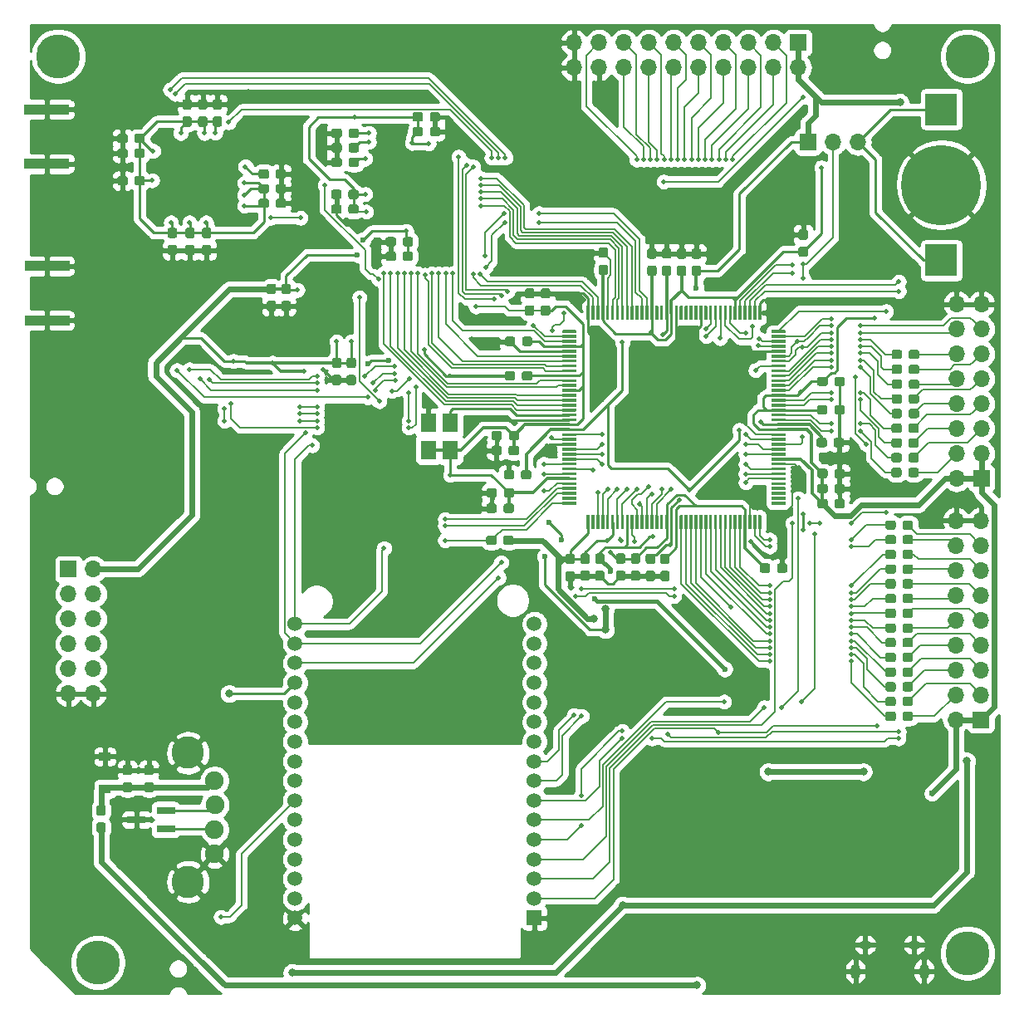
<source format=gbr>
G04 #@! TF.GenerationSoftware,KiCad,Pcbnew,5.1.0-unknown-ef3f773~94~ubuntu18.04.1*
G04 #@! TF.CreationDate,2019-06-07T15:33:40-05:00*
G04 #@! TF.ProjectId,shield_SDR_UN,73686965-6c64-45f5-9344-525f554e2e6b,rev?*
G04 #@! TF.SameCoordinates,Original*
G04 #@! TF.FileFunction,Copper,L2,Bot*
G04 #@! TF.FilePolarity,Positive*
%FSLAX46Y46*%
G04 Gerber Fmt 4.6, Leading zero omitted, Abs format (unit mm)*
G04 Created by KiCad (PCBNEW 5.1.0-unknown-ef3f773~94~ubuntu18.04.1) date 2019-06-07 15:33:40*
%MOMM*%
%LPD*%
G04 APERTURE LIST*
%ADD10O,1.700000X1.700000*%
%ADD11R,1.700000X1.700000*%
%ADD12C,0.100000*%
%ADD13C,0.950000*%
%ADD14C,0.300000*%
%ADD15C,1.523000*%
%ADD16R,1.523000X1.523000*%
%ADD17C,1.900000*%
%ADD18C,3.300000*%
%ADD19R,1.200000X0.900000*%
%ADD20R,1.650000X1.950000*%
%ADD21R,4.560000X1.000000*%
%ADD22O,1.000000X1.550000*%
%ADD23O,1.250000X0.950000*%
%ADD24C,4.500000*%
%ADD25R,1.900000X0.800000*%
%ADD26R,3.200000X3.200000*%
%ADD27C,8.130000*%
%ADD28C,0.500000*%
%ADD29C,0.600000*%
%ADD30C,0.800000*%
%ADD31C,0.700000*%
%ADD32C,0.250000*%
%ADD33C,0.300000*%
%ADD34C,0.600000*%
%ADD35C,0.160000*%
%ADD36C,0.400000*%
%ADD37C,0.254000*%
G04 APERTURE END LIST*
D10*
X150440000Y-50600000D03*
X147900000Y-50600000D03*
D11*
X145360000Y-50600000D03*
D12*
G36*
X117250779Y-65501144D02*
G01*
X117273834Y-65504563D01*
X117296443Y-65510227D01*
X117318387Y-65518079D01*
X117339457Y-65528044D01*
X117359448Y-65540026D01*
X117378168Y-65553910D01*
X117395438Y-65569562D01*
X117411090Y-65586832D01*
X117424974Y-65605552D01*
X117436956Y-65625543D01*
X117446921Y-65646613D01*
X117454773Y-65668557D01*
X117460437Y-65691166D01*
X117463856Y-65714221D01*
X117465000Y-65737500D01*
X117465000Y-66312500D01*
X117463856Y-66335779D01*
X117460437Y-66358834D01*
X117454773Y-66381443D01*
X117446921Y-66403387D01*
X117436956Y-66424457D01*
X117424974Y-66444448D01*
X117411090Y-66463168D01*
X117395438Y-66480438D01*
X117378168Y-66496090D01*
X117359448Y-66509974D01*
X117339457Y-66521956D01*
X117318387Y-66531921D01*
X117296443Y-66539773D01*
X117273834Y-66545437D01*
X117250779Y-66548856D01*
X117227500Y-66550000D01*
X116752500Y-66550000D01*
X116729221Y-66548856D01*
X116706166Y-66545437D01*
X116683557Y-66539773D01*
X116661613Y-66531921D01*
X116640543Y-66521956D01*
X116620552Y-66509974D01*
X116601832Y-66496090D01*
X116584562Y-66480438D01*
X116568910Y-66463168D01*
X116555026Y-66444448D01*
X116543044Y-66424457D01*
X116533079Y-66403387D01*
X116525227Y-66381443D01*
X116519563Y-66358834D01*
X116516144Y-66335779D01*
X116515000Y-66312500D01*
X116515000Y-65737500D01*
X116516144Y-65714221D01*
X116519563Y-65691166D01*
X116525227Y-65668557D01*
X116533079Y-65646613D01*
X116543044Y-65625543D01*
X116555026Y-65605552D01*
X116568910Y-65586832D01*
X116584562Y-65569562D01*
X116601832Y-65553910D01*
X116620552Y-65540026D01*
X116640543Y-65528044D01*
X116661613Y-65518079D01*
X116683557Y-65510227D01*
X116706166Y-65504563D01*
X116729221Y-65501144D01*
X116752500Y-65500000D01*
X117227500Y-65500000D01*
X117250779Y-65501144D01*
X117250779Y-65501144D01*
G37*
D13*
X116990000Y-66025000D03*
D12*
G36*
X117250779Y-67251144D02*
G01*
X117273834Y-67254563D01*
X117296443Y-67260227D01*
X117318387Y-67268079D01*
X117339457Y-67278044D01*
X117359448Y-67290026D01*
X117378168Y-67303910D01*
X117395438Y-67319562D01*
X117411090Y-67336832D01*
X117424974Y-67355552D01*
X117436956Y-67375543D01*
X117446921Y-67396613D01*
X117454773Y-67418557D01*
X117460437Y-67441166D01*
X117463856Y-67464221D01*
X117465000Y-67487500D01*
X117465000Y-68062500D01*
X117463856Y-68085779D01*
X117460437Y-68108834D01*
X117454773Y-68131443D01*
X117446921Y-68153387D01*
X117436956Y-68174457D01*
X117424974Y-68194448D01*
X117411090Y-68213168D01*
X117395438Y-68230438D01*
X117378168Y-68246090D01*
X117359448Y-68259974D01*
X117339457Y-68271956D01*
X117318387Y-68281921D01*
X117296443Y-68289773D01*
X117273834Y-68295437D01*
X117250779Y-68298856D01*
X117227500Y-68300000D01*
X116752500Y-68300000D01*
X116729221Y-68298856D01*
X116706166Y-68295437D01*
X116683557Y-68289773D01*
X116661613Y-68281921D01*
X116640543Y-68271956D01*
X116620552Y-68259974D01*
X116601832Y-68246090D01*
X116584562Y-68230438D01*
X116568910Y-68213168D01*
X116555026Y-68194448D01*
X116543044Y-68174457D01*
X116533079Y-68153387D01*
X116525227Y-68131443D01*
X116519563Y-68108834D01*
X116516144Y-68085779D01*
X116515000Y-68062500D01*
X116515000Y-67487500D01*
X116516144Y-67464221D01*
X116519563Y-67441166D01*
X116525227Y-67418557D01*
X116533079Y-67396613D01*
X116543044Y-67375543D01*
X116555026Y-67355552D01*
X116568910Y-67336832D01*
X116584562Y-67319562D01*
X116601832Y-67303910D01*
X116620552Y-67290026D01*
X116640543Y-67278044D01*
X116661613Y-67268079D01*
X116683557Y-67260227D01*
X116706166Y-67254563D01*
X116729221Y-67251144D01*
X116752500Y-67250000D01*
X117227500Y-67250000D01*
X117250779Y-67251144D01*
X117250779Y-67251144D01*
G37*
D13*
X116990000Y-67775000D03*
D12*
G36*
X118860779Y-65501144D02*
G01*
X118883834Y-65504563D01*
X118906443Y-65510227D01*
X118928387Y-65518079D01*
X118949457Y-65528044D01*
X118969448Y-65540026D01*
X118988168Y-65553910D01*
X119005438Y-65569562D01*
X119021090Y-65586832D01*
X119034974Y-65605552D01*
X119046956Y-65625543D01*
X119056921Y-65646613D01*
X119064773Y-65668557D01*
X119070437Y-65691166D01*
X119073856Y-65714221D01*
X119075000Y-65737500D01*
X119075000Y-66312500D01*
X119073856Y-66335779D01*
X119070437Y-66358834D01*
X119064773Y-66381443D01*
X119056921Y-66403387D01*
X119046956Y-66424457D01*
X119034974Y-66444448D01*
X119021090Y-66463168D01*
X119005438Y-66480438D01*
X118988168Y-66496090D01*
X118969448Y-66509974D01*
X118949457Y-66521956D01*
X118928387Y-66531921D01*
X118906443Y-66539773D01*
X118883834Y-66545437D01*
X118860779Y-66548856D01*
X118837500Y-66550000D01*
X118362500Y-66550000D01*
X118339221Y-66548856D01*
X118316166Y-66545437D01*
X118293557Y-66539773D01*
X118271613Y-66531921D01*
X118250543Y-66521956D01*
X118230552Y-66509974D01*
X118211832Y-66496090D01*
X118194562Y-66480438D01*
X118178910Y-66463168D01*
X118165026Y-66444448D01*
X118153044Y-66424457D01*
X118143079Y-66403387D01*
X118135227Y-66381443D01*
X118129563Y-66358834D01*
X118126144Y-66335779D01*
X118125000Y-66312500D01*
X118125000Y-65737500D01*
X118126144Y-65714221D01*
X118129563Y-65691166D01*
X118135227Y-65668557D01*
X118143079Y-65646613D01*
X118153044Y-65625543D01*
X118165026Y-65605552D01*
X118178910Y-65586832D01*
X118194562Y-65569562D01*
X118211832Y-65553910D01*
X118230552Y-65540026D01*
X118250543Y-65528044D01*
X118271613Y-65518079D01*
X118293557Y-65510227D01*
X118316166Y-65504563D01*
X118339221Y-65501144D01*
X118362500Y-65500000D01*
X118837500Y-65500000D01*
X118860779Y-65501144D01*
X118860779Y-65501144D01*
G37*
D13*
X118600000Y-66025000D03*
D12*
G36*
X118860779Y-67251144D02*
G01*
X118883834Y-67254563D01*
X118906443Y-67260227D01*
X118928387Y-67268079D01*
X118949457Y-67278044D01*
X118969448Y-67290026D01*
X118988168Y-67303910D01*
X119005438Y-67319562D01*
X119021090Y-67336832D01*
X119034974Y-67355552D01*
X119046956Y-67375543D01*
X119056921Y-67396613D01*
X119064773Y-67418557D01*
X119070437Y-67441166D01*
X119073856Y-67464221D01*
X119075000Y-67487500D01*
X119075000Y-68062500D01*
X119073856Y-68085779D01*
X119070437Y-68108834D01*
X119064773Y-68131443D01*
X119056921Y-68153387D01*
X119046956Y-68174457D01*
X119034974Y-68194448D01*
X119021090Y-68213168D01*
X119005438Y-68230438D01*
X118988168Y-68246090D01*
X118969448Y-68259974D01*
X118949457Y-68271956D01*
X118928387Y-68281921D01*
X118906443Y-68289773D01*
X118883834Y-68295437D01*
X118860779Y-68298856D01*
X118837500Y-68300000D01*
X118362500Y-68300000D01*
X118339221Y-68298856D01*
X118316166Y-68295437D01*
X118293557Y-68289773D01*
X118271613Y-68281921D01*
X118250543Y-68271956D01*
X118230552Y-68259974D01*
X118211832Y-68246090D01*
X118194562Y-68230438D01*
X118178910Y-68213168D01*
X118165026Y-68194448D01*
X118153044Y-68174457D01*
X118143079Y-68153387D01*
X118135227Y-68131443D01*
X118129563Y-68108834D01*
X118126144Y-68085779D01*
X118125000Y-68062500D01*
X118125000Y-67487500D01*
X118126144Y-67464221D01*
X118129563Y-67441166D01*
X118135227Y-67418557D01*
X118143079Y-67396613D01*
X118153044Y-67375543D01*
X118165026Y-67355552D01*
X118178910Y-67336832D01*
X118194562Y-67319562D01*
X118211832Y-67303910D01*
X118230552Y-67290026D01*
X118250543Y-67278044D01*
X118271613Y-67268079D01*
X118293557Y-67260227D01*
X118316166Y-67254563D01*
X118339221Y-67251144D01*
X118362500Y-67250000D01*
X118837500Y-67250000D01*
X118860779Y-67251144D01*
X118860779Y-67251144D01*
G37*
D13*
X118600000Y-67775000D03*
D12*
G36*
X115180779Y-84036144D02*
G01*
X115203834Y-84039563D01*
X115226443Y-84045227D01*
X115248387Y-84053079D01*
X115269457Y-84063044D01*
X115289448Y-84075026D01*
X115308168Y-84088910D01*
X115325438Y-84104562D01*
X115341090Y-84121832D01*
X115354974Y-84140552D01*
X115366956Y-84160543D01*
X115376921Y-84181613D01*
X115384773Y-84203557D01*
X115390437Y-84226166D01*
X115393856Y-84249221D01*
X115395000Y-84272500D01*
X115395000Y-84747500D01*
X115393856Y-84770779D01*
X115390437Y-84793834D01*
X115384773Y-84816443D01*
X115376921Y-84838387D01*
X115366956Y-84859457D01*
X115354974Y-84879448D01*
X115341090Y-84898168D01*
X115325438Y-84915438D01*
X115308168Y-84931090D01*
X115289448Y-84944974D01*
X115269457Y-84956956D01*
X115248387Y-84966921D01*
X115226443Y-84974773D01*
X115203834Y-84980437D01*
X115180779Y-84983856D01*
X115157500Y-84985000D01*
X114582500Y-84985000D01*
X114559221Y-84983856D01*
X114536166Y-84980437D01*
X114513557Y-84974773D01*
X114491613Y-84966921D01*
X114470543Y-84956956D01*
X114450552Y-84944974D01*
X114431832Y-84931090D01*
X114414562Y-84915438D01*
X114398910Y-84898168D01*
X114385026Y-84879448D01*
X114373044Y-84859457D01*
X114363079Y-84838387D01*
X114355227Y-84816443D01*
X114349563Y-84793834D01*
X114346144Y-84770779D01*
X114345000Y-84747500D01*
X114345000Y-84272500D01*
X114346144Y-84249221D01*
X114349563Y-84226166D01*
X114355227Y-84203557D01*
X114363079Y-84181613D01*
X114373044Y-84160543D01*
X114385026Y-84140552D01*
X114398910Y-84121832D01*
X114414562Y-84104562D01*
X114431832Y-84088910D01*
X114450552Y-84075026D01*
X114470543Y-84063044D01*
X114491613Y-84053079D01*
X114513557Y-84045227D01*
X114536166Y-84039563D01*
X114559221Y-84036144D01*
X114582500Y-84035000D01*
X115157500Y-84035000D01*
X115180779Y-84036144D01*
X115180779Y-84036144D01*
G37*
D13*
X114870000Y-84510000D03*
D12*
G36*
X116930779Y-84036144D02*
G01*
X116953834Y-84039563D01*
X116976443Y-84045227D01*
X116998387Y-84053079D01*
X117019457Y-84063044D01*
X117039448Y-84075026D01*
X117058168Y-84088910D01*
X117075438Y-84104562D01*
X117091090Y-84121832D01*
X117104974Y-84140552D01*
X117116956Y-84160543D01*
X117126921Y-84181613D01*
X117134773Y-84203557D01*
X117140437Y-84226166D01*
X117143856Y-84249221D01*
X117145000Y-84272500D01*
X117145000Y-84747500D01*
X117143856Y-84770779D01*
X117140437Y-84793834D01*
X117134773Y-84816443D01*
X117126921Y-84838387D01*
X117116956Y-84859457D01*
X117104974Y-84879448D01*
X117091090Y-84898168D01*
X117075438Y-84915438D01*
X117058168Y-84931090D01*
X117039448Y-84944974D01*
X117019457Y-84956956D01*
X116998387Y-84966921D01*
X116976443Y-84974773D01*
X116953834Y-84980437D01*
X116930779Y-84983856D01*
X116907500Y-84985000D01*
X116332500Y-84985000D01*
X116309221Y-84983856D01*
X116286166Y-84980437D01*
X116263557Y-84974773D01*
X116241613Y-84966921D01*
X116220543Y-84956956D01*
X116200552Y-84944974D01*
X116181832Y-84931090D01*
X116164562Y-84915438D01*
X116148910Y-84898168D01*
X116135026Y-84879448D01*
X116123044Y-84859457D01*
X116113079Y-84838387D01*
X116105227Y-84816443D01*
X116099563Y-84793834D01*
X116096144Y-84770779D01*
X116095000Y-84747500D01*
X116095000Y-84272500D01*
X116096144Y-84249221D01*
X116099563Y-84226166D01*
X116105227Y-84203557D01*
X116113079Y-84181613D01*
X116123044Y-84160543D01*
X116135026Y-84140552D01*
X116148910Y-84121832D01*
X116164562Y-84104562D01*
X116181832Y-84088910D01*
X116200552Y-84075026D01*
X116220543Y-84063044D01*
X116241613Y-84053079D01*
X116263557Y-84045227D01*
X116286166Y-84039563D01*
X116309221Y-84036144D01*
X116332500Y-84035000D01*
X116907500Y-84035000D01*
X116930779Y-84036144D01*
X116930779Y-84036144D01*
G37*
D13*
X116620000Y-84510000D03*
D12*
G36*
X143014351Y-87275361D02*
G01*
X143021632Y-87276441D01*
X143028771Y-87278229D01*
X143035701Y-87280709D01*
X143042355Y-87283856D01*
X143048668Y-87287640D01*
X143054579Y-87292024D01*
X143060033Y-87296967D01*
X143064976Y-87302421D01*
X143069360Y-87308332D01*
X143073144Y-87314645D01*
X143076291Y-87321299D01*
X143078771Y-87328229D01*
X143080559Y-87335368D01*
X143081639Y-87342649D01*
X143082000Y-87350000D01*
X143082000Y-87500000D01*
X143081639Y-87507351D01*
X143080559Y-87514632D01*
X143078771Y-87521771D01*
X143076291Y-87528701D01*
X143073144Y-87535355D01*
X143069360Y-87541668D01*
X143064976Y-87547579D01*
X143060033Y-87553033D01*
X143054579Y-87557976D01*
X143048668Y-87562360D01*
X143042355Y-87566144D01*
X143035701Y-87569291D01*
X143028771Y-87571771D01*
X143021632Y-87573559D01*
X143014351Y-87574639D01*
X143007000Y-87575000D01*
X141682000Y-87575000D01*
X141674649Y-87574639D01*
X141667368Y-87573559D01*
X141660229Y-87571771D01*
X141653299Y-87569291D01*
X141646645Y-87566144D01*
X141640332Y-87562360D01*
X141634421Y-87557976D01*
X141628967Y-87553033D01*
X141624024Y-87547579D01*
X141619640Y-87541668D01*
X141615856Y-87535355D01*
X141612709Y-87528701D01*
X141610229Y-87521771D01*
X141608441Y-87514632D01*
X141607361Y-87507351D01*
X141607000Y-87500000D01*
X141607000Y-87350000D01*
X141607361Y-87342649D01*
X141608441Y-87335368D01*
X141610229Y-87328229D01*
X141612709Y-87321299D01*
X141615856Y-87314645D01*
X141619640Y-87308332D01*
X141624024Y-87302421D01*
X141628967Y-87296967D01*
X141634421Y-87292024D01*
X141640332Y-87287640D01*
X141646645Y-87283856D01*
X141653299Y-87280709D01*
X141660229Y-87278229D01*
X141667368Y-87276441D01*
X141674649Y-87275361D01*
X141682000Y-87275000D01*
X143007000Y-87275000D01*
X143014351Y-87275361D01*
X143014351Y-87275361D01*
G37*
D14*
X142344500Y-87425000D03*
D12*
G36*
X143014351Y-86775361D02*
G01*
X143021632Y-86776441D01*
X143028771Y-86778229D01*
X143035701Y-86780709D01*
X143042355Y-86783856D01*
X143048668Y-86787640D01*
X143054579Y-86792024D01*
X143060033Y-86796967D01*
X143064976Y-86802421D01*
X143069360Y-86808332D01*
X143073144Y-86814645D01*
X143076291Y-86821299D01*
X143078771Y-86828229D01*
X143080559Y-86835368D01*
X143081639Y-86842649D01*
X143082000Y-86850000D01*
X143082000Y-87000000D01*
X143081639Y-87007351D01*
X143080559Y-87014632D01*
X143078771Y-87021771D01*
X143076291Y-87028701D01*
X143073144Y-87035355D01*
X143069360Y-87041668D01*
X143064976Y-87047579D01*
X143060033Y-87053033D01*
X143054579Y-87057976D01*
X143048668Y-87062360D01*
X143042355Y-87066144D01*
X143035701Y-87069291D01*
X143028771Y-87071771D01*
X143021632Y-87073559D01*
X143014351Y-87074639D01*
X143007000Y-87075000D01*
X141682000Y-87075000D01*
X141674649Y-87074639D01*
X141667368Y-87073559D01*
X141660229Y-87071771D01*
X141653299Y-87069291D01*
X141646645Y-87066144D01*
X141640332Y-87062360D01*
X141634421Y-87057976D01*
X141628967Y-87053033D01*
X141624024Y-87047579D01*
X141619640Y-87041668D01*
X141615856Y-87035355D01*
X141612709Y-87028701D01*
X141610229Y-87021771D01*
X141608441Y-87014632D01*
X141607361Y-87007351D01*
X141607000Y-87000000D01*
X141607000Y-86850000D01*
X141607361Y-86842649D01*
X141608441Y-86835368D01*
X141610229Y-86828229D01*
X141612709Y-86821299D01*
X141615856Y-86814645D01*
X141619640Y-86808332D01*
X141624024Y-86802421D01*
X141628967Y-86796967D01*
X141634421Y-86792024D01*
X141640332Y-86787640D01*
X141646645Y-86783856D01*
X141653299Y-86780709D01*
X141660229Y-86778229D01*
X141667368Y-86776441D01*
X141674649Y-86775361D01*
X141682000Y-86775000D01*
X143007000Y-86775000D01*
X143014351Y-86775361D01*
X143014351Y-86775361D01*
G37*
D14*
X142344500Y-86925000D03*
D12*
G36*
X143014351Y-86275361D02*
G01*
X143021632Y-86276441D01*
X143028771Y-86278229D01*
X143035701Y-86280709D01*
X143042355Y-86283856D01*
X143048668Y-86287640D01*
X143054579Y-86292024D01*
X143060033Y-86296967D01*
X143064976Y-86302421D01*
X143069360Y-86308332D01*
X143073144Y-86314645D01*
X143076291Y-86321299D01*
X143078771Y-86328229D01*
X143080559Y-86335368D01*
X143081639Y-86342649D01*
X143082000Y-86350000D01*
X143082000Y-86500000D01*
X143081639Y-86507351D01*
X143080559Y-86514632D01*
X143078771Y-86521771D01*
X143076291Y-86528701D01*
X143073144Y-86535355D01*
X143069360Y-86541668D01*
X143064976Y-86547579D01*
X143060033Y-86553033D01*
X143054579Y-86557976D01*
X143048668Y-86562360D01*
X143042355Y-86566144D01*
X143035701Y-86569291D01*
X143028771Y-86571771D01*
X143021632Y-86573559D01*
X143014351Y-86574639D01*
X143007000Y-86575000D01*
X141682000Y-86575000D01*
X141674649Y-86574639D01*
X141667368Y-86573559D01*
X141660229Y-86571771D01*
X141653299Y-86569291D01*
X141646645Y-86566144D01*
X141640332Y-86562360D01*
X141634421Y-86557976D01*
X141628967Y-86553033D01*
X141624024Y-86547579D01*
X141619640Y-86541668D01*
X141615856Y-86535355D01*
X141612709Y-86528701D01*
X141610229Y-86521771D01*
X141608441Y-86514632D01*
X141607361Y-86507351D01*
X141607000Y-86500000D01*
X141607000Y-86350000D01*
X141607361Y-86342649D01*
X141608441Y-86335368D01*
X141610229Y-86328229D01*
X141612709Y-86321299D01*
X141615856Y-86314645D01*
X141619640Y-86308332D01*
X141624024Y-86302421D01*
X141628967Y-86296967D01*
X141634421Y-86292024D01*
X141640332Y-86287640D01*
X141646645Y-86283856D01*
X141653299Y-86280709D01*
X141660229Y-86278229D01*
X141667368Y-86276441D01*
X141674649Y-86275361D01*
X141682000Y-86275000D01*
X143007000Y-86275000D01*
X143014351Y-86275361D01*
X143014351Y-86275361D01*
G37*
D14*
X142344500Y-86425000D03*
D12*
G36*
X143014351Y-85775361D02*
G01*
X143021632Y-85776441D01*
X143028771Y-85778229D01*
X143035701Y-85780709D01*
X143042355Y-85783856D01*
X143048668Y-85787640D01*
X143054579Y-85792024D01*
X143060033Y-85796967D01*
X143064976Y-85802421D01*
X143069360Y-85808332D01*
X143073144Y-85814645D01*
X143076291Y-85821299D01*
X143078771Y-85828229D01*
X143080559Y-85835368D01*
X143081639Y-85842649D01*
X143082000Y-85850000D01*
X143082000Y-86000000D01*
X143081639Y-86007351D01*
X143080559Y-86014632D01*
X143078771Y-86021771D01*
X143076291Y-86028701D01*
X143073144Y-86035355D01*
X143069360Y-86041668D01*
X143064976Y-86047579D01*
X143060033Y-86053033D01*
X143054579Y-86057976D01*
X143048668Y-86062360D01*
X143042355Y-86066144D01*
X143035701Y-86069291D01*
X143028771Y-86071771D01*
X143021632Y-86073559D01*
X143014351Y-86074639D01*
X143007000Y-86075000D01*
X141682000Y-86075000D01*
X141674649Y-86074639D01*
X141667368Y-86073559D01*
X141660229Y-86071771D01*
X141653299Y-86069291D01*
X141646645Y-86066144D01*
X141640332Y-86062360D01*
X141634421Y-86057976D01*
X141628967Y-86053033D01*
X141624024Y-86047579D01*
X141619640Y-86041668D01*
X141615856Y-86035355D01*
X141612709Y-86028701D01*
X141610229Y-86021771D01*
X141608441Y-86014632D01*
X141607361Y-86007351D01*
X141607000Y-86000000D01*
X141607000Y-85850000D01*
X141607361Y-85842649D01*
X141608441Y-85835368D01*
X141610229Y-85828229D01*
X141612709Y-85821299D01*
X141615856Y-85814645D01*
X141619640Y-85808332D01*
X141624024Y-85802421D01*
X141628967Y-85796967D01*
X141634421Y-85792024D01*
X141640332Y-85787640D01*
X141646645Y-85783856D01*
X141653299Y-85780709D01*
X141660229Y-85778229D01*
X141667368Y-85776441D01*
X141674649Y-85775361D01*
X141682000Y-85775000D01*
X143007000Y-85775000D01*
X143014351Y-85775361D01*
X143014351Y-85775361D01*
G37*
D14*
X142344500Y-85925000D03*
D12*
G36*
X143014351Y-85275361D02*
G01*
X143021632Y-85276441D01*
X143028771Y-85278229D01*
X143035701Y-85280709D01*
X143042355Y-85283856D01*
X143048668Y-85287640D01*
X143054579Y-85292024D01*
X143060033Y-85296967D01*
X143064976Y-85302421D01*
X143069360Y-85308332D01*
X143073144Y-85314645D01*
X143076291Y-85321299D01*
X143078771Y-85328229D01*
X143080559Y-85335368D01*
X143081639Y-85342649D01*
X143082000Y-85350000D01*
X143082000Y-85500000D01*
X143081639Y-85507351D01*
X143080559Y-85514632D01*
X143078771Y-85521771D01*
X143076291Y-85528701D01*
X143073144Y-85535355D01*
X143069360Y-85541668D01*
X143064976Y-85547579D01*
X143060033Y-85553033D01*
X143054579Y-85557976D01*
X143048668Y-85562360D01*
X143042355Y-85566144D01*
X143035701Y-85569291D01*
X143028771Y-85571771D01*
X143021632Y-85573559D01*
X143014351Y-85574639D01*
X143007000Y-85575000D01*
X141682000Y-85575000D01*
X141674649Y-85574639D01*
X141667368Y-85573559D01*
X141660229Y-85571771D01*
X141653299Y-85569291D01*
X141646645Y-85566144D01*
X141640332Y-85562360D01*
X141634421Y-85557976D01*
X141628967Y-85553033D01*
X141624024Y-85547579D01*
X141619640Y-85541668D01*
X141615856Y-85535355D01*
X141612709Y-85528701D01*
X141610229Y-85521771D01*
X141608441Y-85514632D01*
X141607361Y-85507351D01*
X141607000Y-85500000D01*
X141607000Y-85350000D01*
X141607361Y-85342649D01*
X141608441Y-85335368D01*
X141610229Y-85328229D01*
X141612709Y-85321299D01*
X141615856Y-85314645D01*
X141619640Y-85308332D01*
X141624024Y-85302421D01*
X141628967Y-85296967D01*
X141634421Y-85292024D01*
X141640332Y-85287640D01*
X141646645Y-85283856D01*
X141653299Y-85280709D01*
X141660229Y-85278229D01*
X141667368Y-85276441D01*
X141674649Y-85275361D01*
X141682000Y-85275000D01*
X143007000Y-85275000D01*
X143014351Y-85275361D01*
X143014351Y-85275361D01*
G37*
D14*
X142344500Y-85425000D03*
D12*
G36*
X143014351Y-84775361D02*
G01*
X143021632Y-84776441D01*
X143028771Y-84778229D01*
X143035701Y-84780709D01*
X143042355Y-84783856D01*
X143048668Y-84787640D01*
X143054579Y-84792024D01*
X143060033Y-84796967D01*
X143064976Y-84802421D01*
X143069360Y-84808332D01*
X143073144Y-84814645D01*
X143076291Y-84821299D01*
X143078771Y-84828229D01*
X143080559Y-84835368D01*
X143081639Y-84842649D01*
X143082000Y-84850000D01*
X143082000Y-85000000D01*
X143081639Y-85007351D01*
X143080559Y-85014632D01*
X143078771Y-85021771D01*
X143076291Y-85028701D01*
X143073144Y-85035355D01*
X143069360Y-85041668D01*
X143064976Y-85047579D01*
X143060033Y-85053033D01*
X143054579Y-85057976D01*
X143048668Y-85062360D01*
X143042355Y-85066144D01*
X143035701Y-85069291D01*
X143028771Y-85071771D01*
X143021632Y-85073559D01*
X143014351Y-85074639D01*
X143007000Y-85075000D01*
X141682000Y-85075000D01*
X141674649Y-85074639D01*
X141667368Y-85073559D01*
X141660229Y-85071771D01*
X141653299Y-85069291D01*
X141646645Y-85066144D01*
X141640332Y-85062360D01*
X141634421Y-85057976D01*
X141628967Y-85053033D01*
X141624024Y-85047579D01*
X141619640Y-85041668D01*
X141615856Y-85035355D01*
X141612709Y-85028701D01*
X141610229Y-85021771D01*
X141608441Y-85014632D01*
X141607361Y-85007351D01*
X141607000Y-85000000D01*
X141607000Y-84850000D01*
X141607361Y-84842649D01*
X141608441Y-84835368D01*
X141610229Y-84828229D01*
X141612709Y-84821299D01*
X141615856Y-84814645D01*
X141619640Y-84808332D01*
X141624024Y-84802421D01*
X141628967Y-84796967D01*
X141634421Y-84792024D01*
X141640332Y-84787640D01*
X141646645Y-84783856D01*
X141653299Y-84780709D01*
X141660229Y-84778229D01*
X141667368Y-84776441D01*
X141674649Y-84775361D01*
X141682000Y-84775000D01*
X143007000Y-84775000D01*
X143014351Y-84775361D01*
X143014351Y-84775361D01*
G37*
D14*
X142344500Y-84925000D03*
D12*
G36*
X143014351Y-84275361D02*
G01*
X143021632Y-84276441D01*
X143028771Y-84278229D01*
X143035701Y-84280709D01*
X143042355Y-84283856D01*
X143048668Y-84287640D01*
X143054579Y-84292024D01*
X143060033Y-84296967D01*
X143064976Y-84302421D01*
X143069360Y-84308332D01*
X143073144Y-84314645D01*
X143076291Y-84321299D01*
X143078771Y-84328229D01*
X143080559Y-84335368D01*
X143081639Y-84342649D01*
X143082000Y-84350000D01*
X143082000Y-84500000D01*
X143081639Y-84507351D01*
X143080559Y-84514632D01*
X143078771Y-84521771D01*
X143076291Y-84528701D01*
X143073144Y-84535355D01*
X143069360Y-84541668D01*
X143064976Y-84547579D01*
X143060033Y-84553033D01*
X143054579Y-84557976D01*
X143048668Y-84562360D01*
X143042355Y-84566144D01*
X143035701Y-84569291D01*
X143028771Y-84571771D01*
X143021632Y-84573559D01*
X143014351Y-84574639D01*
X143007000Y-84575000D01*
X141682000Y-84575000D01*
X141674649Y-84574639D01*
X141667368Y-84573559D01*
X141660229Y-84571771D01*
X141653299Y-84569291D01*
X141646645Y-84566144D01*
X141640332Y-84562360D01*
X141634421Y-84557976D01*
X141628967Y-84553033D01*
X141624024Y-84547579D01*
X141619640Y-84541668D01*
X141615856Y-84535355D01*
X141612709Y-84528701D01*
X141610229Y-84521771D01*
X141608441Y-84514632D01*
X141607361Y-84507351D01*
X141607000Y-84500000D01*
X141607000Y-84350000D01*
X141607361Y-84342649D01*
X141608441Y-84335368D01*
X141610229Y-84328229D01*
X141612709Y-84321299D01*
X141615856Y-84314645D01*
X141619640Y-84308332D01*
X141624024Y-84302421D01*
X141628967Y-84296967D01*
X141634421Y-84292024D01*
X141640332Y-84287640D01*
X141646645Y-84283856D01*
X141653299Y-84280709D01*
X141660229Y-84278229D01*
X141667368Y-84276441D01*
X141674649Y-84275361D01*
X141682000Y-84275000D01*
X143007000Y-84275000D01*
X143014351Y-84275361D01*
X143014351Y-84275361D01*
G37*
D14*
X142344500Y-84425000D03*
D12*
G36*
X143014351Y-83775361D02*
G01*
X143021632Y-83776441D01*
X143028771Y-83778229D01*
X143035701Y-83780709D01*
X143042355Y-83783856D01*
X143048668Y-83787640D01*
X143054579Y-83792024D01*
X143060033Y-83796967D01*
X143064976Y-83802421D01*
X143069360Y-83808332D01*
X143073144Y-83814645D01*
X143076291Y-83821299D01*
X143078771Y-83828229D01*
X143080559Y-83835368D01*
X143081639Y-83842649D01*
X143082000Y-83850000D01*
X143082000Y-84000000D01*
X143081639Y-84007351D01*
X143080559Y-84014632D01*
X143078771Y-84021771D01*
X143076291Y-84028701D01*
X143073144Y-84035355D01*
X143069360Y-84041668D01*
X143064976Y-84047579D01*
X143060033Y-84053033D01*
X143054579Y-84057976D01*
X143048668Y-84062360D01*
X143042355Y-84066144D01*
X143035701Y-84069291D01*
X143028771Y-84071771D01*
X143021632Y-84073559D01*
X143014351Y-84074639D01*
X143007000Y-84075000D01*
X141682000Y-84075000D01*
X141674649Y-84074639D01*
X141667368Y-84073559D01*
X141660229Y-84071771D01*
X141653299Y-84069291D01*
X141646645Y-84066144D01*
X141640332Y-84062360D01*
X141634421Y-84057976D01*
X141628967Y-84053033D01*
X141624024Y-84047579D01*
X141619640Y-84041668D01*
X141615856Y-84035355D01*
X141612709Y-84028701D01*
X141610229Y-84021771D01*
X141608441Y-84014632D01*
X141607361Y-84007351D01*
X141607000Y-84000000D01*
X141607000Y-83850000D01*
X141607361Y-83842649D01*
X141608441Y-83835368D01*
X141610229Y-83828229D01*
X141612709Y-83821299D01*
X141615856Y-83814645D01*
X141619640Y-83808332D01*
X141624024Y-83802421D01*
X141628967Y-83796967D01*
X141634421Y-83792024D01*
X141640332Y-83787640D01*
X141646645Y-83783856D01*
X141653299Y-83780709D01*
X141660229Y-83778229D01*
X141667368Y-83776441D01*
X141674649Y-83775361D01*
X141682000Y-83775000D01*
X143007000Y-83775000D01*
X143014351Y-83775361D01*
X143014351Y-83775361D01*
G37*
D14*
X142344500Y-83925000D03*
D12*
G36*
X143014351Y-83275361D02*
G01*
X143021632Y-83276441D01*
X143028771Y-83278229D01*
X143035701Y-83280709D01*
X143042355Y-83283856D01*
X143048668Y-83287640D01*
X143054579Y-83292024D01*
X143060033Y-83296967D01*
X143064976Y-83302421D01*
X143069360Y-83308332D01*
X143073144Y-83314645D01*
X143076291Y-83321299D01*
X143078771Y-83328229D01*
X143080559Y-83335368D01*
X143081639Y-83342649D01*
X143082000Y-83350000D01*
X143082000Y-83500000D01*
X143081639Y-83507351D01*
X143080559Y-83514632D01*
X143078771Y-83521771D01*
X143076291Y-83528701D01*
X143073144Y-83535355D01*
X143069360Y-83541668D01*
X143064976Y-83547579D01*
X143060033Y-83553033D01*
X143054579Y-83557976D01*
X143048668Y-83562360D01*
X143042355Y-83566144D01*
X143035701Y-83569291D01*
X143028771Y-83571771D01*
X143021632Y-83573559D01*
X143014351Y-83574639D01*
X143007000Y-83575000D01*
X141682000Y-83575000D01*
X141674649Y-83574639D01*
X141667368Y-83573559D01*
X141660229Y-83571771D01*
X141653299Y-83569291D01*
X141646645Y-83566144D01*
X141640332Y-83562360D01*
X141634421Y-83557976D01*
X141628967Y-83553033D01*
X141624024Y-83547579D01*
X141619640Y-83541668D01*
X141615856Y-83535355D01*
X141612709Y-83528701D01*
X141610229Y-83521771D01*
X141608441Y-83514632D01*
X141607361Y-83507351D01*
X141607000Y-83500000D01*
X141607000Y-83350000D01*
X141607361Y-83342649D01*
X141608441Y-83335368D01*
X141610229Y-83328229D01*
X141612709Y-83321299D01*
X141615856Y-83314645D01*
X141619640Y-83308332D01*
X141624024Y-83302421D01*
X141628967Y-83296967D01*
X141634421Y-83292024D01*
X141640332Y-83287640D01*
X141646645Y-83283856D01*
X141653299Y-83280709D01*
X141660229Y-83278229D01*
X141667368Y-83276441D01*
X141674649Y-83275361D01*
X141682000Y-83275000D01*
X143007000Y-83275000D01*
X143014351Y-83275361D01*
X143014351Y-83275361D01*
G37*
D14*
X142344500Y-83425000D03*
D12*
G36*
X143014351Y-82775361D02*
G01*
X143021632Y-82776441D01*
X143028771Y-82778229D01*
X143035701Y-82780709D01*
X143042355Y-82783856D01*
X143048668Y-82787640D01*
X143054579Y-82792024D01*
X143060033Y-82796967D01*
X143064976Y-82802421D01*
X143069360Y-82808332D01*
X143073144Y-82814645D01*
X143076291Y-82821299D01*
X143078771Y-82828229D01*
X143080559Y-82835368D01*
X143081639Y-82842649D01*
X143082000Y-82850000D01*
X143082000Y-83000000D01*
X143081639Y-83007351D01*
X143080559Y-83014632D01*
X143078771Y-83021771D01*
X143076291Y-83028701D01*
X143073144Y-83035355D01*
X143069360Y-83041668D01*
X143064976Y-83047579D01*
X143060033Y-83053033D01*
X143054579Y-83057976D01*
X143048668Y-83062360D01*
X143042355Y-83066144D01*
X143035701Y-83069291D01*
X143028771Y-83071771D01*
X143021632Y-83073559D01*
X143014351Y-83074639D01*
X143007000Y-83075000D01*
X141682000Y-83075000D01*
X141674649Y-83074639D01*
X141667368Y-83073559D01*
X141660229Y-83071771D01*
X141653299Y-83069291D01*
X141646645Y-83066144D01*
X141640332Y-83062360D01*
X141634421Y-83057976D01*
X141628967Y-83053033D01*
X141624024Y-83047579D01*
X141619640Y-83041668D01*
X141615856Y-83035355D01*
X141612709Y-83028701D01*
X141610229Y-83021771D01*
X141608441Y-83014632D01*
X141607361Y-83007351D01*
X141607000Y-83000000D01*
X141607000Y-82850000D01*
X141607361Y-82842649D01*
X141608441Y-82835368D01*
X141610229Y-82828229D01*
X141612709Y-82821299D01*
X141615856Y-82814645D01*
X141619640Y-82808332D01*
X141624024Y-82802421D01*
X141628967Y-82796967D01*
X141634421Y-82792024D01*
X141640332Y-82787640D01*
X141646645Y-82783856D01*
X141653299Y-82780709D01*
X141660229Y-82778229D01*
X141667368Y-82776441D01*
X141674649Y-82775361D01*
X141682000Y-82775000D01*
X143007000Y-82775000D01*
X143014351Y-82775361D01*
X143014351Y-82775361D01*
G37*
D14*
X142344500Y-82925000D03*
D12*
G36*
X143014351Y-82275361D02*
G01*
X143021632Y-82276441D01*
X143028771Y-82278229D01*
X143035701Y-82280709D01*
X143042355Y-82283856D01*
X143048668Y-82287640D01*
X143054579Y-82292024D01*
X143060033Y-82296967D01*
X143064976Y-82302421D01*
X143069360Y-82308332D01*
X143073144Y-82314645D01*
X143076291Y-82321299D01*
X143078771Y-82328229D01*
X143080559Y-82335368D01*
X143081639Y-82342649D01*
X143082000Y-82350000D01*
X143082000Y-82500000D01*
X143081639Y-82507351D01*
X143080559Y-82514632D01*
X143078771Y-82521771D01*
X143076291Y-82528701D01*
X143073144Y-82535355D01*
X143069360Y-82541668D01*
X143064976Y-82547579D01*
X143060033Y-82553033D01*
X143054579Y-82557976D01*
X143048668Y-82562360D01*
X143042355Y-82566144D01*
X143035701Y-82569291D01*
X143028771Y-82571771D01*
X143021632Y-82573559D01*
X143014351Y-82574639D01*
X143007000Y-82575000D01*
X141682000Y-82575000D01*
X141674649Y-82574639D01*
X141667368Y-82573559D01*
X141660229Y-82571771D01*
X141653299Y-82569291D01*
X141646645Y-82566144D01*
X141640332Y-82562360D01*
X141634421Y-82557976D01*
X141628967Y-82553033D01*
X141624024Y-82547579D01*
X141619640Y-82541668D01*
X141615856Y-82535355D01*
X141612709Y-82528701D01*
X141610229Y-82521771D01*
X141608441Y-82514632D01*
X141607361Y-82507351D01*
X141607000Y-82500000D01*
X141607000Y-82350000D01*
X141607361Y-82342649D01*
X141608441Y-82335368D01*
X141610229Y-82328229D01*
X141612709Y-82321299D01*
X141615856Y-82314645D01*
X141619640Y-82308332D01*
X141624024Y-82302421D01*
X141628967Y-82296967D01*
X141634421Y-82292024D01*
X141640332Y-82287640D01*
X141646645Y-82283856D01*
X141653299Y-82280709D01*
X141660229Y-82278229D01*
X141667368Y-82276441D01*
X141674649Y-82275361D01*
X141682000Y-82275000D01*
X143007000Y-82275000D01*
X143014351Y-82275361D01*
X143014351Y-82275361D01*
G37*
D14*
X142344500Y-82425000D03*
D12*
G36*
X143014351Y-81775361D02*
G01*
X143021632Y-81776441D01*
X143028771Y-81778229D01*
X143035701Y-81780709D01*
X143042355Y-81783856D01*
X143048668Y-81787640D01*
X143054579Y-81792024D01*
X143060033Y-81796967D01*
X143064976Y-81802421D01*
X143069360Y-81808332D01*
X143073144Y-81814645D01*
X143076291Y-81821299D01*
X143078771Y-81828229D01*
X143080559Y-81835368D01*
X143081639Y-81842649D01*
X143082000Y-81850000D01*
X143082000Y-82000000D01*
X143081639Y-82007351D01*
X143080559Y-82014632D01*
X143078771Y-82021771D01*
X143076291Y-82028701D01*
X143073144Y-82035355D01*
X143069360Y-82041668D01*
X143064976Y-82047579D01*
X143060033Y-82053033D01*
X143054579Y-82057976D01*
X143048668Y-82062360D01*
X143042355Y-82066144D01*
X143035701Y-82069291D01*
X143028771Y-82071771D01*
X143021632Y-82073559D01*
X143014351Y-82074639D01*
X143007000Y-82075000D01*
X141682000Y-82075000D01*
X141674649Y-82074639D01*
X141667368Y-82073559D01*
X141660229Y-82071771D01*
X141653299Y-82069291D01*
X141646645Y-82066144D01*
X141640332Y-82062360D01*
X141634421Y-82057976D01*
X141628967Y-82053033D01*
X141624024Y-82047579D01*
X141619640Y-82041668D01*
X141615856Y-82035355D01*
X141612709Y-82028701D01*
X141610229Y-82021771D01*
X141608441Y-82014632D01*
X141607361Y-82007351D01*
X141607000Y-82000000D01*
X141607000Y-81850000D01*
X141607361Y-81842649D01*
X141608441Y-81835368D01*
X141610229Y-81828229D01*
X141612709Y-81821299D01*
X141615856Y-81814645D01*
X141619640Y-81808332D01*
X141624024Y-81802421D01*
X141628967Y-81796967D01*
X141634421Y-81792024D01*
X141640332Y-81787640D01*
X141646645Y-81783856D01*
X141653299Y-81780709D01*
X141660229Y-81778229D01*
X141667368Y-81776441D01*
X141674649Y-81775361D01*
X141682000Y-81775000D01*
X143007000Y-81775000D01*
X143014351Y-81775361D01*
X143014351Y-81775361D01*
G37*
D14*
X142344500Y-81925000D03*
D12*
G36*
X143014351Y-81275361D02*
G01*
X143021632Y-81276441D01*
X143028771Y-81278229D01*
X143035701Y-81280709D01*
X143042355Y-81283856D01*
X143048668Y-81287640D01*
X143054579Y-81292024D01*
X143060033Y-81296967D01*
X143064976Y-81302421D01*
X143069360Y-81308332D01*
X143073144Y-81314645D01*
X143076291Y-81321299D01*
X143078771Y-81328229D01*
X143080559Y-81335368D01*
X143081639Y-81342649D01*
X143082000Y-81350000D01*
X143082000Y-81500000D01*
X143081639Y-81507351D01*
X143080559Y-81514632D01*
X143078771Y-81521771D01*
X143076291Y-81528701D01*
X143073144Y-81535355D01*
X143069360Y-81541668D01*
X143064976Y-81547579D01*
X143060033Y-81553033D01*
X143054579Y-81557976D01*
X143048668Y-81562360D01*
X143042355Y-81566144D01*
X143035701Y-81569291D01*
X143028771Y-81571771D01*
X143021632Y-81573559D01*
X143014351Y-81574639D01*
X143007000Y-81575000D01*
X141682000Y-81575000D01*
X141674649Y-81574639D01*
X141667368Y-81573559D01*
X141660229Y-81571771D01*
X141653299Y-81569291D01*
X141646645Y-81566144D01*
X141640332Y-81562360D01*
X141634421Y-81557976D01*
X141628967Y-81553033D01*
X141624024Y-81547579D01*
X141619640Y-81541668D01*
X141615856Y-81535355D01*
X141612709Y-81528701D01*
X141610229Y-81521771D01*
X141608441Y-81514632D01*
X141607361Y-81507351D01*
X141607000Y-81500000D01*
X141607000Y-81350000D01*
X141607361Y-81342649D01*
X141608441Y-81335368D01*
X141610229Y-81328229D01*
X141612709Y-81321299D01*
X141615856Y-81314645D01*
X141619640Y-81308332D01*
X141624024Y-81302421D01*
X141628967Y-81296967D01*
X141634421Y-81292024D01*
X141640332Y-81287640D01*
X141646645Y-81283856D01*
X141653299Y-81280709D01*
X141660229Y-81278229D01*
X141667368Y-81276441D01*
X141674649Y-81275361D01*
X141682000Y-81275000D01*
X143007000Y-81275000D01*
X143014351Y-81275361D01*
X143014351Y-81275361D01*
G37*
D14*
X142344500Y-81425000D03*
D12*
G36*
X143014351Y-80775361D02*
G01*
X143021632Y-80776441D01*
X143028771Y-80778229D01*
X143035701Y-80780709D01*
X143042355Y-80783856D01*
X143048668Y-80787640D01*
X143054579Y-80792024D01*
X143060033Y-80796967D01*
X143064976Y-80802421D01*
X143069360Y-80808332D01*
X143073144Y-80814645D01*
X143076291Y-80821299D01*
X143078771Y-80828229D01*
X143080559Y-80835368D01*
X143081639Y-80842649D01*
X143082000Y-80850000D01*
X143082000Y-81000000D01*
X143081639Y-81007351D01*
X143080559Y-81014632D01*
X143078771Y-81021771D01*
X143076291Y-81028701D01*
X143073144Y-81035355D01*
X143069360Y-81041668D01*
X143064976Y-81047579D01*
X143060033Y-81053033D01*
X143054579Y-81057976D01*
X143048668Y-81062360D01*
X143042355Y-81066144D01*
X143035701Y-81069291D01*
X143028771Y-81071771D01*
X143021632Y-81073559D01*
X143014351Y-81074639D01*
X143007000Y-81075000D01*
X141682000Y-81075000D01*
X141674649Y-81074639D01*
X141667368Y-81073559D01*
X141660229Y-81071771D01*
X141653299Y-81069291D01*
X141646645Y-81066144D01*
X141640332Y-81062360D01*
X141634421Y-81057976D01*
X141628967Y-81053033D01*
X141624024Y-81047579D01*
X141619640Y-81041668D01*
X141615856Y-81035355D01*
X141612709Y-81028701D01*
X141610229Y-81021771D01*
X141608441Y-81014632D01*
X141607361Y-81007351D01*
X141607000Y-81000000D01*
X141607000Y-80850000D01*
X141607361Y-80842649D01*
X141608441Y-80835368D01*
X141610229Y-80828229D01*
X141612709Y-80821299D01*
X141615856Y-80814645D01*
X141619640Y-80808332D01*
X141624024Y-80802421D01*
X141628967Y-80796967D01*
X141634421Y-80792024D01*
X141640332Y-80787640D01*
X141646645Y-80783856D01*
X141653299Y-80780709D01*
X141660229Y-80778229D01*
X141667368Y-80776441D01*
X141674649Y-80775361D01*
X141682000Y-80775000D01*
X143007000Y-80775000D01*
X143014351Y-80775361D01*
X143014351Y-80775361D01*
G37*
D14*
X142344500Y-80925000D03*
D12*
G36*
X143014351Y-80275361D02*
G01*
X143021632Y-80276441D01*
X143028771Y-80278229D01*
X143035701Y-80280709D01*
X143042355Y-80283856D01*
X143048668Y-80287640D01*
X143054579Y-80292024D01*
X143060033Y-80296967D01*
X143064976Y-80302421D01*
X143069360Y-80308332D01*
X143073144Y-80314645D01*
X143076291Y-80321299D01*
X143078771Y-80328229D01*
X143080559Y-80335368D01*
X143081639Y-80342649D01*
X143082000Y-80350000D01*
X143082000Y-80500000D01*
X143081639Y-80507351D01*
X143080559Y-80514632D01*
X143078771Y-80521771D01*
X143076291Y-80528701D01*
X143073144Y-80535355D01*
X143069360Y-80541668D01*
X143064976Y-80547579D01*
X143060033Y-80553033D01*
X143054579Y-80557976D01*
X143048668Y-80562360D01*
X143042355Y-80566144D01*
X143035701Y-80569291D01*
X143028771Y-80571771D01*
X143021632Y-80573559D01*
X143014351Y-80574639D01*
X143007000Y-80575000D01*
X141682000Y-80575000D01*
X141674649Y-80574639D01*
X141667368Y-80573559D01*
X141660229Y-80571771D01*
X141653299Y-80569291D01*
X141646645Y-80566144D01*
X141640332Y-80562360D01*
X141634421Y-80557976D01*
X141628967Y-80553033D01*
X141624024Y-80547579D01*
X141619640Y-80541668D01*
X141615856Y-80535355D01*
X141612709Y-80528701D01*
X141610229Y-80521771D01*
X141608441Y-80514632D01*
X141607361Y-80507351D01*
X141607000Y-80500000D01*
X141607000Y-80350000D01*
X141607361Y-80342649D01*
X141608441Y-80335368D01*
X141610229Y-80328229D01*
X141612709Y-80321299D01*
X141615856Y-80314645D01*
X141619640Y-80308332D01*
X141624024Y-80302421D01*
X141628967Y-80296967D01*
X141634421Y-80292024D01*
X141640332Y-80287640D01*
X141646645Y-80283856D01*
X141653299Y-80280709D01*
X141660229Y-80278229D01*
X141667368Y-80276441D01*
X141674649Y-80275361D01*
X141682000Y-80275000D01*
X143007000Y-80275000D01*
X143014351Y-80275361D01*
X143014351Y-80275361D01*
G37*
D14*
X142344500Y-80425000D03*
D12*
G36*
X143014351Y-79775361D02*
G01*
X143021632Y-79776441D01*
X143028771Y-79778229D01*
X143035701Y-79780709D01*
X143042355Y-79783856D01*
X143048668Y-79787640D01*
X143054579Y-79792024D01*
X143060033Y-79796967D01*
X143064976Y-79802421D01*
X143069360Y-79808332D01*
X143073144Y-79814645D01*
X143076291Y-79821299D01*
X143078771Y-79828229D01*
X143080559Y-79835368D01*
X143081639Y-79842649D01*
X143082000Y-79850000D01*
X143082000Y-80000000D01*
X143081639Y-80007351D01*
X143080559Y-80014632D01*
X143078771Y-80021771D01*
X143076291Y-80028701D01*
X143073144Y-80035355D01*
X143069360Y-80041668D01*
X143064976Y-80047579D01*
X143060033Y-80053033D01*
X143054579Y-80057976D01*
X143048668Y-80062360D01*
X143042355Y-80066144D01*
X143035701Y-80069291D01*
X143028771Y-80071771D01*
X143021632Y-80073559D01*
X143014351Y-80074639D01*
X143007000Y-80075000D01*
X141682000Y-80075000D01*
X141674649Y-80074639D01*
X141667368Y-80073559D01*
X141660229Y-80071771D01*
X141653299Y-80069291D01*
X141646645Y-80066144D01*
X141640332Y-80062360D01*
X141634421Y-80057976D01*
X141628967Y-80053033D01*
X141624024Y-80047579D01*
X141619640Y-80041668D01*
X141615856Y-80035355D01*
X141612709Y-80028701D01*
X141610229Y-80021771D01*
X141608441Y-80014632D01*
X141607361Y-80007351D01*
X141607000Y-80000000D01*
X141607000Y-79850000D01*
X141607361Y-79842649D01*
X141608441Y-79835368D01*
X141610229Y-79828229D01*
X141612709Y-79821299D01*
X141615856Y-79814645D01*
X141619640Y-79808332D01*
X141624024Y-79802421D01*
X141628967Y-79796967D01*
X141634421Y-79792024D01*
X141640332Y-79787640D01*
X141646645Y-79783856D01*
X141653299Y-79780709D01*
X141660229Y-79778229D01*
X141667368Y-79776441D01*
X141674649Y-79775361D01*
X141682000Y-79775000D01*
X143007000Y-79775000D01*
X143014351Y-79775361D01*
X143014351Y-79775361D01*
G37*
D14*
X142344500Y-79925000D03*
D12*
G36*
X143014351Y-79275361D02*
G01*
X143021632Y-79276441D01*
X143028771Y-79278229D01*
X143035701Y-79280709D01*
X143042355Y-79283856D01*
X143048668Y-79287640D01*
X143054579Y-79292024D01*
X143060033Y-79296967D01*
X143064976Y-79302421D01*
X143069360Y-79308332D01*
X143073144Y-79314645D01*
X143076291Y-79321299D01*
X143078771Y-79328229D01*
X143080559Y-79335368D01*
X143081639Y-79342649D01*
X143082000Y-79350000D01*
X143082000Y-79500000D01*
X143081639Y-79507351D01*
X143080559Y-79514632D01*
X143078771Y-79521771D01*
X143076291Y-79528701D01*
X143073144Y-79535355D01*
X143069360Y-79541668D01*
X143064976Y-79547579D01*
X143060033Y-79553033D01*
X143054579Y-79557976D01*
X143048668Y-79562360D01*
X143042355Y-79566144D01*
X143035701Y-79569291D01*
X143028771Y-79571771D01*
X143021632Y-79573559D01*
X143014351Y-79574639D01*
X143007000Y-79575000D01*
X141682000Y-79575000D01*
X141674649Y-79574639D01*
X141667368Y-79573559D01*
X141660229Y-79571771D01*
X141653299Y-79569291D01*
X141646645Y-79566144D01*
X141640332Y-79562360D01*
X141634421Y-79557976D01*
X141628967Y-79553033D01*
X141624024Y-79547579D01*
X141619640Y-79541668D01*
X141615856Y-79535355D01*
X141612709Y-79528701D01*
X141610229Y-79521771D01*
X141608441Y-79514632D01*
X141607361Y-79507351D01*
X141607000Y-79500000D01*
X141607000Y-79350000D01*
X141607361Y-79342649D01*
X141608441Y-79335368D01*
X141610229Y-79328229D01*
X141612709Y-79321299D01*
X141615856Y-79314645D01*
X141619640Y-79308332D01*
X141624024Y-79302421D01*
X141628967Y-79296967D01*
X141634421Y-79292024D01*
X141640332Y-79287640D01*
X141646645Y-79283856D01*
X141653299Y-79280709D01*
X141660229Y-79278229D01*
X141667368Y-79276441D01*
X141674649Y-79275361D01*
X141682000Y-79275000D01*
X143007000Y-79275000D01*
X143014351Y-79275361D01*
X143014351Y-79275361D01*
G37*
D14*
X142344500Y-79425000D03*
D12*
G36*
X143014351Y-78775361D02*
G01*
X143021632Y-78776441D01*
X143028771Y-78778229D01*
X143035701Y-78780709D01*
X143042355Y-78783856D01*
X143048668Y-78787640D01*
X143054579Y-78792024D01*
X143060033Y-78796967D01*
X143064976Y-78802421D01*
X143069360Y-78808332D01*
X143073144Y-78814645D01*
X143076291Y-78821299D01*
X143078771Y-78828229D01*
X143080559Y-78835368D01*
X143081639Y-78842649D01*
X143082000Y-78850000D01*
X143082000Y-79000000D01*
X143081639Y-79007351D01*
X143080559Y-79014632D01*
X143078771Y-79021771D01*
X143076291Y-79028701D01*
X143073144Y-79035355D01*
X143069360Y-79041668D01*
X143064976Y-79047579D01*
X143060033Y-79053033D01*
X143054579Y-79057976D01*
X143048668Y-79062360D01*
X143042355Y-79066144D01*
X143035701Y-79069291D01*
X143028771Y-79071771D01*
X143021632Y-79073559D01*
X143014351Y-79074639D01*
X143007000Y-79075000D01*
X141682000Y-79075000D01*
X141674649Y-79074639D01*
X141667368Y-79073559D01*
X141660229Y-79071771D01*
X141653299Y-79069291D01*
X141646645Y-79066144D01*
X141640332Y-79062360D01*
X141634421Y-79057976D01*
X141628967Y-79053033D01*
X141624024Y-79047579D01*
X141619640Y-79041668D01*
X141615856Y-79035355D01*
X141612709Y-79028701D01*
X141610229Y-79021771D01*
X141608441Y-79014632D01*
X141607361Y-79007351D01*
X141607000Y-79000000D01*
X141607000Y-78850000D01*
X141607361Y-78842649D01*
X141608441Y-78835368D01*
X141610229Y-78828229D01*
X141612709Y-78821299D01*
X141615856Y-78814645D01*
X141619640Y-78808332D01*
X141624024Y-78802421D01*
X141628967Y-78796967D01*
X141634421Y-78792024D01*
X141640332Y-78787640D01*
X141646645Y-78783856D01*
X141653299Y-78780709D01*
X141660229Y-78778229D01*
X141667368Y-78776441D01*
X141674649Y-78775361D01*
X141682000Y-78775000D01*
X143007000Y-78775000D01*
X143014351Y-78775361D01*
X143014351Y-78775361D01*
G37*
D14*
X142344500Y-78925000D03*
D12*
G36*
X143014351Y-78275361D02*
G01*
X143021632Y-78276441D01*
X143028771Y-78278229D01*
X143035701Y-78280709D01*
X143042355Y-78283856D01*
X143048668Y-78287640D01*
X143054579Y-78292024D01*
X143060033Y-78296967D01*
X143064976Y-78302421D01*
X143069360Y-78308332D01*
X143073144Y-78314645D01*
X143076291Y-78321299D01*
X143078771Y-78328229D01*
X143080559Y-78335368D01*
X143081639Y-78342649D01*
X143082000Y-78350000D01*
X143082000Y-78500000D01*
X143081639Y-78507351D01*
X143080559Y-78514632D01*
X143078771Y-78521771D01*
X143076291Y-78528701D01*
X143073144Y-78535355D01*
X143069360Y-78541668D01*
X143064976Y-78547579D01*
X143060033Y-78553033D01*
X143054579Y-78557976D01*
X143048668Y-78562360D01*
X143042355Y-78566144D01*
X143035701Y-78569291D01*
X143028771Y-78571771D01*
X143021632Y-78573559D01*
X143014351Y-78574639D01*
X143007000Y-78575000D01*
X141682000Y-78575000D01*
X141674649Y-78574639D01*
X141667368Y-78573559D01*
X141660229Y-78571771D01*
X141653299Y-78569291D01*
X141646645Y-78566144D01*
X141640332Y-78562360D01*
X141634421Y-78557976D01*
X141628967Y-78553033D01*
X141624024Y-78547579D01*
X141619640Y-78541668D01*
X141615856Y-78535355D01*
X141612709Y-78528701D01*
X141610229Y-78521771D01*
X141608441Y-78514632D01*
X141607361Y-78507351D01*
X141607000Y-78500000D01*
X141607000Y-78350000D01*
X141607361Y-78342649D01*
X141608441Y-78335368D01*
X141610229Y-78328229D01*
X141612709Y-78321299D01*
X141615856Y-78314645D01*
X141619640Y-78308332D01*
X141624024Y-78302421D01*
X141628967Y-78296967D01*
X141634421Y-78292024D01*
X141640332Y-78287640D01*
X141646645Y-78283856D01*
X141653299Y-78280709D01*
X141660229Y-78278229D01*
X141667368Y-78276441D01*
X141674649Y-78275361D01*
X141682000Y-78275000D01*
X143007000Y-78275000D01*
X143014351Y-78275361D01*
X143014351Y-78275361D01*
G37*
D14*
X142344500Y-78425000D03*
D12*
G36*
X143014351Y-77775361D02*
G01*
X143021632Y-77776441D01*
X143028771Y-77778229D01*
X143035701Y-77780709D01*
X143042355Y-77783856D01*
X143048668Y-77787640D01*
X143054579Y-77792024D01*
X143060033Y-77796967D01*
X143064976Y-77802421D01*
X143069360Y-77808332D01*
X143073144Y-77814645D01*
X143076291Y-77821299D01*
X143078771Y-77828229D01*
X143080559Y-77835368D01*
X143081639Y-77842649D01*
X143082000Y-77850000D01*
X143082000Y-78000000D01*
X143081639Y-78007351D01*
X143080559Y-78014632D01*
X143078771Y-78021771D01*
X143076291Y-78028701D01*
X143073144Y-78035355D01*
X143069360Y-78041668D01*
X143064976Y-78047579D01*
X143060033Y-78053033D01*
X143054579Y-78057976D01*
X143048668Y-78062360D01*
X143042355Y-78066144D01*
X143035701Y-78069291D01*
X143028771Y-78071771D01*
X143021632Y-78073559D01*
X143014351Y-78074639D01*
X143007000Y-78075000D01*
X141682000Y-78075000D01*
X141674649Y-78074639D01*
X141667368Y-78073559D01*
X141660229Y-78071771D01*
X141653299Y-78069291D01*
X141646645Y-78066144D01*
X141640332Y-78062360D01*
X141634421Y-78057976D01*
X141628967Y-78053033D01*
X141624024Y-78047579D01*
X141619640Y-78041668D01*
X141615856Y-78035355D01*
X141612709Y-78028701D01*
X141610229Y-78021771D01*
X141608441Y-78014632D01*
X141607361Y-78007351D01*
X141607000Y-78000000D01*
X141607000Y-77850000D01*
X141607361Y-77842649D01*
X141608441Y-77835368D01*
X141610229Y-77828229D01*
X141612709Y-77821299D01*
X141615856Y-77814645D01*
X141619640Y-77808332D01*
X141624024Y-77802421D01*
X141628967Y-77796967D01*
X141634421Y-77792024D01*
X141640332Y-77787640D01*
X141646645Y-77783856D01*
X141653299Y-77780709D01*
X141660229Y-77778229D01*
X141667368Y-77776441D01*
X141674649Y-77775361D01*
X141682000Y-77775000D01*
X143007000Y-77775000D01*
X143014351Y-77775361D01*
X143014351Y-77775361D01*
G37*
D14*
X142344500Y-77925000D03*
D12*
G36*
X143014351Y-77275361D02*
G01*
X143021632Y-77276441D01*
X143028771Y-77278229D01*
X143035701Y-77280709D01*
X143042355Y-77283856D01*
X143048668Y-77287640D01*
X143054579Y-77292024D01*
X143060033Y-77296967D01*
X143064976Y-77302421D01*
X143069360Y-77308332D01*
X143073144Y-77314645D01*
X143076291Y-77321299D01*
X143078771Y-77328229D01*
X143080559Y-77335368D01*
X143081639Y-77342649D01*
X143082000Y-77350000D01*
X143082000Y-77500000D01*
X143081639Y-77507351D01*
X143080559Y-77514632D01*
X143078771Y-77521771D01*
X143076291Y-77528701D01*
X143073144Y-77535355D01*
X143069360Y-77541668D01*
X143064976Y-77547579D01*
X143060033Y-77553033D01*
X143054579Y-77557976D01*
X143048668Y-77562360D01*
X143042355Y-77566144D01*
X143035701Y-77569291D01*
X143028771Y-77571771D01*
X143021632Y-77573559D01*
X143014351Y-77574639D01*
X143007000Y-77575000D01*
X141682000Y-77575000D01*
X141674649Y-77574639D01*
X141667368Y-77573559D01*
X141660229Y-77571771D01*
X141653299Y-77569291D01*
X141646645Y-77566144D01*
X141640332Y-77562360D01*
X141634421Y-77557976D01*
X141628967Y-77553033D01*
X141624024Y-77547579D01*
X141619640Y-77541668D01*
X141615856Y-77535355D01*
X141612709Y-77528701D01*
X141610229Y-77521771D01*
X141608441Y-77514632D01*
X141607361Y-77507351D01*
X141607000Y-77500000D01*
X141607000Y-77350000D01*
X141607361Y-77342649D01*
X141608441Y-77335368D01*
X141610229Y-77328229D01*
X141612709Y-77321299D01*
X141615856Y-77314645D01*
X141619640Y-77308332D01*
X141624024Y-77302421D01*
X141628967Y-77296967D01*
X141634421Y-77292024D01*
X141640332Y-77287640D01*
X141646645Y-77283856D01*
X141653299Y-77280709D01*
X141660229Y-77278229D01*
X141667368Y-77276441D01*
X141674649Y-77275361D01*
X141682000Y-77275000D01*
X143007000Y-77275000D01*
X143014351Y-77275361D01*
X143014351Y-77275361D01*
G37*
D14*
X142344500Y-77425000D03*
D12*
G36*
X143014351Y-76775361D02*
G01*
X143021632Y-76776441D01*
X143028771Y-76778229D01*
X143035701Y-76780709D01*
X143042355Y-76783856D01*
X143048668Y-76787640D01*
X143054579Y-76792024D01*
X143060033Y-76796967D01*
X143064976Y-76802421D01*
X143069360Y-76808332D01*
X143073144Y-76814645D01*
X143076291Y-76821299D01*
X143078771Y-76828229D01*
X143080559Y-76835368D01*
X143081639Y-76842649D01*
X143082000Y-76850000D01*
X143082000Y-77000000D01*
X143081639Y-77007351D01*
X143080559Y-77014632D01*
X143078771Y-77021771D01*
X143076291Y-77028701D01*
X143073144Y-77035355D01*
X143069360Y-77041668D01*
X143064976Y-77047579D01*
X143060033Y-77053033D01*
X143054579Y-77057976D01*
X143048668Y-77062360D01*
X143042355Y-77066144D01*
X143035701Y-77069291D01*
X143028771Y-77071771D01*
X143021632Y-77073559D01*
X143014351Y-77074639D01*
X143007000Y-77075000D01*
X141682000Y-77075000D01*
X141674649Y-77074639D01*
X141667368Y-77073559D01*
X141660229Y-77071771D01*
X141653299Y-77069291D01*
X141646645Y-77066144D01*
X141640332Y-77062360D01*
X141634421Y-77057976D01*
X141628967Y-77053033D01*
X141624024Y-77047579D01*
X141619640Y-77041668D01*
X141615856Y-77035355D01*
X141612709Y-77028701D01*
X141610229Y-77021771D01*
X141608441Y-77014632D01*
X141607361Y-77007351D01*
X141607000Y-77000000D01*
X141607000Y-76850000D01*
X141607361Y-76842649D01*
X141608441Y-76835368D01*
X141610229Y-76828229D01*
X141612709Y-76821299D01*
X141615856Y-76814645D01*
X141619640Y-76808332D01*
X141624024Y-76802421D01*
X141628967Y-76796967D01*
X141634421Y-76792024D01*
X141640332Y-76787640D01*
X141646645Y-76783856D01*
X141653299Y-76780709D01*
X141660229Y-76778229D01*
X141667368Y-76776441D01*
X141674649Y-76775361D01*
X141682000Y-76775000D01*
X143007000Y-76775000D01*
X143014351Y-76775361D01*
X143014351Y-76775361D01*
G37*
D14*
X142344500Y-76925000D03*
D12*
G36*
X143014351Y-76275361D02*
G01*
X143021632Y-76276441D01*
X143028771Y-76278229D01*
X143035701Y-76280709D01*
X143042355Y-76283856D01*
X143048668Y-76287640D01*
X143054579Y-76292024D01*
X143060033Y-76296967D01*
X143064976Y-76302421D01*
X143069360Y-76308332D01*
X143073144Y-76314645D01*
X143076291Y-76321299D01*
X143078771Y-76328229D01*
X143080559Y-76335368D01*
X143081639Y-76342649D01*
X143082000Y-76350000D01*
X143082000Y-76500000D01*
X143081639Y-76507351D01*
X143080559Y-76514632D01*
X143078771Y-76521771D01*
X143076291Y-76528701D01*
X143073144Y-76535355D01*
X143069360Y-76541668D01*
X143064976Y-76547579D01*
X143060033Y-76553033D01*
X143054579Y-76557976D01*
X143048668Y-76562360D01*
X143042355Y-76566144D01*
X143035701Y-76569291D01*
X143028771Y-76571771D01*
X143021632Y-76573559D01*
X143014351Y-76574639D01*
X143007000Y-76575000D01*
X141682000Y-76575000D01*
X141674649Y-76574639D01*
X141667368Y-76573559D01*
X141660229Y-76571771D01*
X141653299Y-76569291D01*
X141646645Y-76566144D01*
X141640332Y-76562360D01*
X141634421Y-76557976D01*
X141628967Y-76553033D01*
X141624024Y-76547579D01*
X141619640Y-76541668D01*
X141615856Y-76535355D01*
X141612709Y-76528701D01*
X141610229Y-76521771D01*
X141608441Y-76514632D01*
X141607361Y-76507351D01*
X141607000Y-76500000D01*
X141607000Y-76350000D01*
X141607361Y-76342649D01*
X141608441Y-76335368D01*
X141610229Y-76328229D01*
X141612709Y-76321299D01*
X141615856Y-76314645D01*
X141619640Y-76308332D01*
X141624024Y-76302421D01*
X141628967Y-76296967D01*
X141634421Y-76292024D01*
X141640332Y-76287640D01*
X141646645Y-76283856D01*
X141653299Y-76280709D01*
X141660229Y-76278229D01*
X141667368Y-76276441D01*
X141674649Y-76275361D01*
X141682000Y-76275000D01*
X143007000Y-76275000D01*
X143014351Y-76275361D01*
X143014351Y-76275361D01*
G37*
D14*
X142344500Y-76425000D03*
D12*
G36*
X143014351Y-75775361D02*
G01*
X143021632Y-75776441D01*
X143028771Y-75778229D01*
X143035701Y-75780709D01*
X143042355Y-75783856D01*
X143048668Y-75787640D01*
X143054579Y-75792024D01*
X143060033Y-75796967D01*
X143064976Y-75802421D01*
X143069360Y-75808332D01*
X143073144Y-75814645D01*
X143076291Y-75821299D01*
X143078771Y-75828229D01*
X143080559Y-75835368D01*
X143081639Y-75842649D01*
X143082000Y-75850000D01*
X143082000Y-76000000D01*
X143081639Y-76007351D01*
X143080559Y-76014632D01*
X143078771Y-76021771D01*
X143076291Y-76028701D01*
X143073144Y-76035355D01*
X143069360Y-76041668D01*
X143064976Y-76047579D01*
X143060033Y-76053033D01*
X143054579Y-76057976D01*
X143048668Y-76062360D01*
X143042355Y-76066144D01*
X143035701Y-76069291D01*
X143028771Y-76071771D01*
X143021632Y-76073559D01*
X143014351Y-76074639D01*
X143007000Y-76075000D01*
X141682000Y-76075000D01*
X141674649Y-76074639D01*
X141667368Y-76073559D01*
X141660229Y-76071771D01*
X141653299Y-76069291D01*
X141646645Y-76066144D01*
X141640332Y-76062360D01*
X141634421Y-76057976D01*
X141628967Y-76053033D01*
X141624024Y-76047579D01*
X141619640Y-76041668D01*
X141615856Y-76035355D01*
X141612709Y-76028701D01*
X141610229Y-76021771D01*
X141608441Y-76014632D01*
X141607361Y-76007351D01*
X141607000Y-76000000D01*
X141607000Y-75850000D01*
X141607361Y-75842649D01*
X141608441Y-75835368D01*
X141610229Y-75828229D01*
X141612709Y-75821299D01*
X141615856Y-75814645D01*
X141619640Y-75808332D01*
X141624024Y-75802421D01*
X141628967Y-75796967D01*
X141634421Y-75792024D01*
X141640332Y-75787640D01*
X141646645Y-75783856D01*
X141653299Y-75780709D01*
X141660229Y-75778229D01*
X141667368Y-75776441D01*
X141674649Y-75775361D01*
X141682000Y-75775000D01*
X143007000Y-75775000D01*
X143014351Y-75775361D01*
X143014351Y-75775361D01*
G37*
D14*
X142344500Y-75925000D03*
D12*
G36*
X143014351Y-75275361D02*
G01*
X143021632Y-75276441D01*
X143028771Y-75278229D01*
X143035701Y-75280709D01*
X143042355Y-75283856D01*
X143048668Y-75287640D01*
X143054579Y-75292024D01*
X143060033Y-75296967D01*
X143064976Y-75302421D01*
X143069360Y-75308332D01*
X143073144Y-75314645D01*
X143076291Y-75321299D01*
X143078771Y-75328229D01*
X143080559Y-75335368D01*
X143081639Y-75342649D01*
X143082000Y-75350000D01*
X143082000Y-75500000D01*
X143081639Y-75507351D01*
X143080559Y-75514632D01*
X143078771Y-75521771D01*
X143076291Y-75528701D01*
X143073144Y-75535355D01*
X143069360Y-75541668D01*
X143064976Y-75547579D01*
X143060033Y-75553033D01*
X143054579Y-75557976D01*
X143048668Y-75562360D01*
X143042355Y-75566144D01*
X143035701Y-75569291D01*
X143028771Y-75571771D01*
X143021632Y-75573559D01*
X143014351Y-75574639D01*
X143007000Y-75575000D01*
X141682000Y-75575000D01*
X141674649Y-75574639D01*
X141667368Y-75573559D01*
X141660229Y-75571771D01*
X141653299Y-75569291D01*
X141646645Y-75566144D01*
X141640332Y-75562360D01*
X141634421Y-75557976D01*
X141628967Y-75553033D01*
X141624024Y-75547579D01*
X141619640Y-75541668D01*
X141615856Y-75535355D01*
X141612709Y-75528701D01*
X141610229Y-75521771D01*
X141608441Y-75514632D01*
X141607361Y-75507351D01*
X141607000Y-75500000D01*
X141607000Y-75350000D01*
X141607361Y-75342649D01*
X141608441Y-75335368D01*
X141610229Y-75328229D01*
X141612709Y-75321299D01*
X141615856Y-75314645D01*
X141619640Y-75308332D01*
X141624024Y-75302421D01*
X141628967Y-75296967D01*
X141634421Y-75292024D01*
X141640332Y-75287640D01*
X141646645Y-75283856D01*
X141653299Y-75280709D01*
X141660229Y-75278229D01*
X141667368Y-75276441D01*
X141674649Y-75275361D01*
X141682000Y-75275000D01*
X143007000Y-75275000D01*
X143014351Y-75275361D01*
X143014351Y-75275361D01*
G37*
D14*
X142344500Y-75425000D03*
D12*
G36*
X143014351Y-74775361D02*
G01*
X143021632Y-74776441D01*
X143028771Y-74778229D01*
X143035701Y-74780709D01*
X143042355Y-74783856D01*
X143048668Y-74787640D01*
X143054579Y-74792024D01*
X143060033Y-74796967D01*
X143064976Y-74802421D01*
X143069360Y-74808332D01*
X143073144Y-74814645D01*
X143076291Y-74821299D01*
X143078771Y-74828229D01*
X143080559Y-74835368D01*
X143081639Y-74842649D01*
X143082000Y-74850000D01*
X143082000Y-75000000D01*
X143081639Y-75007351D01*
X143080559Y-75014632D01*
X143078771Y-75021771D01*
X143076291Y-75028701D01*
X143073144Y-75035355D01*
X143069360Y-75041668D01*
X143064976Y-75047579D01*
X143060033Y-75053033D01*
X143054579Y-75057976D01*
X143048668Y-75062360D01*
X143042355Y-75066144D01*
X143035701Y-75069291D01*
X143028771Y-75071771D01*
X143021632Y-75073559D01*
X143014351Y-75074639D01*
X143007000Y-75075000D01*
X141682000Y-75075000D01*
X141674649Y-75074639D01*
X141667368Y-75073559D01*
X141660229Y-75071771D01*
X141653299Y-75069291D01*
X141646645Y-75066144D01*
X141640332Y-75062360D01*
X141634421Y-75057976D01*
X141628967Y-75053033D01*
X141624024Y-75047579D01*
X141619640Y-75041668D01*
X141615856Y-75035355D01*
X141612709Y-75028701D01*
X141610229Y-75021771D01*
X141608441Y-75014632D01*
X141607361Y-75007351D01*
X141607000Y-75000000D01*
X141607000Y-74850000D01*
X141607361Y-74842649D01*
X141608441Y-74835368D01*
X141610229Y-74828229D01*
X141612709Y-74821299D01*
X141615856Y-74814645D01*
X141619640Y-74808332D01*
X141624024Y-74802421D01*
X141628967Y-74796967D01*
X141634421Y-74792024D01*
X141640332Y-74787640D01*
X141646645Y-74783856D01*
X141653299Y-74780709D01*
X141660229Y-74778229D01*
X141667368Y-74776441D01*
X141674649Y-74775361D01*
X141682000Y-74775000D01*
X143007000Y-74775000D01*
X143014351Y-74775361D01*
X143014351Y-74775361D01*
G37*
D14*
X142344500Y-74925000D03*
D12*
G36*
X143014351Y-74275361D02*
G01*
X143021632Y-74276441D01*
X143028771Y-74278229D01*
X143035701Y-74280709D01*
X143042355Y-74283856D01*
X143048668Y-74287640D01*
X143054579Y-74292024D01*
X143060033Y-74296967D01*
X143064976Y-74302421D01*
X143069360Y-74308332D01*
X143073144Y-74314645D01*
X143076291Y-74321299D01*
X143078771Y-74328229D01*
X143080559Y-74335368D01*
X143081639Y-74342649D01*
X143082000Y-74350000D01*
X143082000Y-74500000D01*
X143081639Y-74507351D01*
X143080559Y-74514632D01*
X143078771Y-74521771D01*
X143076291Y-74528701D01*
X143073144Y-74535355D01*
X143069360Y-74541668D01*
X143064976Y-74547579D01*
X143060033Y-74553033D01*
X143054579Y-74557976D01*
X143048668Y-74562360D01*
X143042355Y-74566144D01*
X143035701Y-74569291D01*
X143028771Y-74571771D01*
X143021632Y-74573559D01*
X143014351Y-74574639D01*
X143007000Y-74575000D01*
X141682000Y-74575000D01*
X141674649Y-74574639D01*
X141667368Y-74573559D01*
X141660229Y-74571771D01*
X141653299Y-74569291D01*
X141646645Y-74566144D01*
X141640332Y-74562360D01*
X141634421Y-74557976D01*
X141628967Y-74553033D01*
X141624024Y-74547579D01*
X141619640Y-74541668D01*
X141615856Y-74535355D01*
X141612709Y-74528701D01*
X141610229Y-74521771D01*
X141608441Y-74514632D01*
X141607361Y-74507351D01*
X141607000Y-74500000D01*
X141607000Y-74350000D01*
X141607361Y-74342649D01*
X141608441Y-74335368D01*
X141610229Y-74328229D01*
X141612709Y-74321299D01*
X141615856Y-74314645D01*
X141619640Y-74308332D01*
X141624024Y-74302421D01*
X141628967Y-74296967D01*
X141634421Y-74292024D01*
X141640332Y-74287640D01*
X141646645Y-74283856D01*
X141653299Y-74280709D01*
X141660229Y-74278229D01*
X141667368Y-74276441D01*
X141674649Y-74275361D01*
X141682000Y-74275000D01*
X143007000Y-74275000D01*
X143014351Y-74275361D01*
X143014351Y-74275361D01*
G37*
D14*
X142344500Y-74425000D03*
D12*
G36*
X143014351Y-73775361D02*
G01*
X143021632Y-73776441D01*
X143028771Y-73778229D01*
X143035701Y-73780709D01*
X143042355Y-73783856D01*
X143048668Y-73787640D01*
X143054579Y-73792024D01*
X143060033Y-73796967D01*
X143064976Y-73802421D01*
X143069360Y-73808332D01*
X143073144Y-73814645D01*
X143076291Y-73821299D01*
X143078771Y-73828229D01*
X143080559Y-73835368D01*
X143081639Y-73842649D01*
X143082000Y-73850000D01*
X143082000Y-74000000D01*
X143081639Y-74007351D01*
X143080559Y-74014632D01*
X143078771Y-74021771D01*
X143076291Y-74028701D01*
X143073144Y-74035355D01*
X143069360Y-74041668D01*
X143064976Y-74047579D01*
X143060033Y-74053033D01*
X143054579Y-74057976D01*
X143048668Y-74062360D01*
X143042355Y-74066144D01*
X143035701Y-74069291D01*
X143028771Y-74071771D01*
X143021632Y-74073559D01*
X143014351Y-74074639D01*
X143007000Y-74075000D01*
X141682000Y-74075000D01*
X141674649Y-74074639D01*
X141667368Y-74073559D01*
X141660229Y-74071771D01*
X141653299Y-74069291D01*
X141646645Y-74066144D01*
X141640332Y-74062360D01*
X141634421Y-74057976D01*
X141628967Y-74053033D01*
X141624024Y-74047579D01*
X141619640Y-74041668D01*
X141615856Y-74035355D01*
X141612709Y-74028701D01*
X141610229Y-74021771D01*
X141608441Y-74014632D01*
X141607361Y-74007351D01*
X141607000Y-74000000D01*
X141607000Y-73850000D01*
X141607361Y-73842649D01*
X141608441Y-73835368D01*
X141610229Y-73828229D01*
X141612709Y-73821299D01*
X141615856Y-73814645D01*
X141619640Y-73808332D01*
X141624024Y-73802421D01*
X141628967Y-73796967D01*
X141634421Y-73792024D01*
X141640332Y-73787640D01*
X141646645Y-73783856D01*
X141653299Y-73780709D01*
X141660229Y-73778229D01*
X141667368Y-73776441D01*
X141674649Y-73775361D01*
X141682000Y-73775000D01*
X143007000Y-73775000D01*
X143014351Y-73775361D01*
X143014351Y-73775361D01*
G37*
D14*
X142344500Y-73925000D03*
D12*
G36*
X143014351Y-73275361D02*
G01*
X143021632Y-73276441D01*
X143028771Y-73278229D01*
X143035701Y-73280709D01*
X143042355Y-73283856D01*
X143048668Y-73287640D01*
X143054579Y-73292024D01*
X143060033Y-73296967D01*
X143064976Y-73302421D01*
X143069360Y-73308332D01*
X143073144Y-73314645D01*
X143076291Y-73321299D01*
X143078771Y-73328229D01*
X143080559Y-73335368D01*
X143081639Y-73342649D01*
X143082000Y-73350000D01*
X143082000Y-73500000D01*
X143081639Y-73507351D01*
X143080559Y-73514632D01*
X143078771Y-73521771D01*
X143076291Y-73528701D01*
X143073144Y-73535355D01*
X143069360Y-73541668D01*
X143064976Y-73547579D01*
X143060033Y-73553033D01*
X143054579Y-73557976D01*
X143048668Y-73562360D01*
X143042355Y-73566144D01*
X143035701Y-73569291D01*
X143028771Y-73571771D01*
X143021632Y-73573559D01*
X143014351Y-73574639D01*
X143007000Y-73575000D01*
X141682000Y-73575000D01*
X141674649Y-73574639D01*
X141667368Y-73573559D01*
X141660229Y-73571771D01*
X141653299Y-73569291D01*
X141646645Y-73566144D01*
X141640332Y-73562360D01*
X141634421Y-73557976D01*
X141628967Y-73553033D01*
X141624024Y-73547579D01*
X141619640Y-73541668D01*
X141615856Y-73535355D01*
X141612709Y-73528701D01*
X141610229Y-73521771D01*
X141608441Y-73514632D01*
X141607361Y-73507351D01*
X141607000Y-73500000D01*
X141607000Y-73350000D01*
X141607361Y-73342649D01*
X141608441Y-73335368D01*
X141610229Y-73328229D01*
X141612709Y-73321299D01*
X141615856Y-73314645D01*
X141619640Y-73308332D01*
X141624024Y-73302421D01*
X141628967Y-73296967D01*
X141634421Y-73292024D01*
X141640332Y-73287640D01*
X141646645Y-73283856D01*
X141653299Y-73280709D01*
X141660229Y-73278229D01*
X141667368Y-73276441D01*
X141674649Y-73275361D01*
X141682000Y-73275000D01*
X143007000Y-73275000D01*
X143014351Y-73275361D01*
X143014351Y-73275361D01*
G37*
D14*
X142344500Y-73425000D03*
D12*
G36*
X143014351Y-72775361D02*
G01*
X143021632Y-72776441D01*
X143028771Y-72778229D01*
X143035701Y-72780709D01*
X143042355Y-72783856D01*
X143048668Y-72787640D01*
X143054579Y-72792024D01*
X143060033Y-72796967D01*
X143064976Y-72802421D01*
X143069360Y-72808332D01*
X143073144Y-72814645D01*
X143076291Y-72821299D01*
X143078771Y-72828229D01*
X143080559Y-72835368D01*
X143081639Y-72842649D01*
X143082000Y-72850000D01*
X143082000Y-73000000D01*
X143081639Y-73007351D01*
X143080559Y-73014632D01*
X143078771Y-73021771D01*
X143076291Y-73028701D01*
X143073144Y-73035355D01*
X143069360Y-73041668D01*
X143064976Y-73047579D01*
X143060033Y-73053033D01*
X143054579Y-73057976D01*
X143048668Y-73062360D01*
X143042355Y-73066144D01*
X143035701Y-73069291D01*
X143028771Y-73071771D01*
X143021632Y-73073559D01*
X143014351Y-73074639D01*
X143007000Y-73075000D01*
X141682000Y-73075000D01*
X141674649Y-73074639D01*
X141667368Y-73073559D01*
X141660229Y-73071771D01*
X141653299Y-73069291D01*
X141646645Y-73066144D01*
X141640332Y-73062360D01*
X141634421Y-73057976D01*
X141628967Y-73053033D01*
X141624024Y-73047579D01*
X141619640Y-73041668D01*
X141615856Y-73035355D01*
X141612709Y-73028701D01*
X141610229Y-73021771D01*
X141608441Y-73014632D01*
X141607361Y-73007351D01*
X141607000Y-73000000D01*
X141607000Y-72850000D01*
X141607361Y-72842649D01*
X141608441Y-72835368D01*
X141610229Y-72828229D01*
X141612709Y-72821299D01*
X141615856Y-72814645D01*
X141619640Y-72808332D01*
X141624024Y-72802421D01*
X141628967Y-72796967D01*
X141634421Y-72792024D01*
X141640332Y-72787640D01*
X141646645Y-72783856D01*
X141653299Y-72780709D01*
X141660229Y-72778229D01*
X141667368Y-72776441D01*
X141674649Y-72775361D01*
X141682000Y-72775000D01*
X143007000Y-72775000D01*
X143014351Y-72775361D01*
X143014351Y-72775361D01*
G37*
D14*
X142344500Y-72925000D03*
D12*
G36*
X143014351Y-72275361D02*
G01*
X143021632Y-72276441D01*
X143028771Y-72278229D01*
X143035701Y-72280709D01*
X143042355Y-72283856D01*
X143048668Y-72287640D01*
X143054579Y-72292024D01*
X143060033Y-72296967D01*
X143064976Y-72302421D01*
X143069360Y-72308332D01*
X143073144Y-72314645D01*
X143076291Y-72321299D01*
X143078771Y-72328229D01*
X143080559Y-72335368D01*
X143081639Y-72342649D01*
X143082000Y-72350000D01*
X143082000Y-72500000D01*
X143081639Y-72507351D01*
X143080559Y-72514632D01*
X143078771Y-72521771D01*
X143076291Y-72528701D01*
X143073144Y-72535355D01*
X143069360Y-72541668D01*
X143064976Y-72547579D01*
X143060033Y-72553033D01*
X143054579Y-72557976D01*
X143048668Y-72562360D01*
X143042355Y-72566144D01*
X143035701Y-72569291D01*
X143028771Y-72571771D01*
X143021632Y-72573559D01*
X143014351Y-72574639D01*
X143007000Y-72575000D01*
X141682000Y-72575000D01*
X141674649Y-72574639D01*
X141667368Y-72573559D01*
X141660229Y-72571771D01*
X141653299Y-72569291D01*
X141646645Y-72566144D01*
X141640332Y-72562360D01*
X141634421Y-72557976D01*
X141628967Y-72553033D01*
X141624024Y-72547579D01*
X141619640Y-72541668D01*
X141615856Y-72535355D01*
X141612709Y-72528701D01*
X141610229Y-72521771D01*
X141608441Y-72514632D01*
X141607361Y-72507351D01*
X141607000Y-72500000D01*
X141607000Y-72350000D01*
X141607361Y-72342649D01*
X141608441Y-72335368D01*
X141610229Y-72328229D01*
X141612709Y-72321299D01*
X141615856Y-72314645D01*
X141619640Y-72308332D01*
X141624024Y-72302421D01*
X141628967Y-72296967D01*
X141634421Y-72292024D01*
X141640332Y-72287640D01*
X141646645Y-72283856D01*
X141653299Y-72280709D01*
X141660229Y-72278229D01*
X141667368Y-72276441D01*
X141674649Y-72275361D01*
X141682000Y-72275000D01*
X143007000Y-72275000D01*
X143014351Y-72275361D01*
X143014351Y-72275361D01*
G37*
D14*
X142344500Y-72425000D03*
D12*
G36*
X143014351Y-71775361D02*
G01*
X143021632Y-71776441D01*
X143028771Y-71778229D01*
X143035701Y-71780709D01*
X143042355Y-71783856D01*
X143048668Y-71787640D01*
X143054579Y-71792024D01*
X143060033Y-71796967D01*
X143064976Y-71802421D01*
X143069360Y-71808332D01*
X143073144Y-71814645D01*
X143076291Y-71821299D01*
X143078771Y-71828229D01*
X143080559Y-71835368D01*
X143081639Y-71842649D01*
X143082000Y-71850000D01*
X143082000Y-72000000D01*
X143081639Y-72007351D01*
X143080559Y-72014632D01*
X143078771Y-72021771D01*
X143076291Y-72028701D01*
X143073144Y-72035355D01*
X143069360Y-72041668D01*
X143064976Y-72047579D01*
X143060033Y-72053033D01*
X143054579Y-72057976D01*
X143048668Y-72062360D01*
X143042355Y-72066144D01*
X143035701Y-72069291D01*
X143028771Y-72071771D01*
X143021632Y-72073559D01*
X143014351Y-72074639D01*
X143007000Y-72075000D01*
X141682000Y-72075000D01*
X141674649Y-72074639D01*
X141667368Y-72073559D01*
X141660229Y-72071771D01*
X141653299Y-72069291D01*
X141646645Y-72066144D01*
X141640332Y-72062360D01*
X141634421Y-72057976D01*
X141628967Y-72053033D01*
X141624024Y-72047579D01*
X141619640Y-72041668D01*
X141615856Y-72035355D01*
X141612709Y-72028701D01*
X141610229Y-72021771D01*
X141608441Y-72014632D01*
X141607361Y-72007351D01*
X141607000Y-72000000D01*
X141607000Y-71850000D01*
X141607361Y-71842649D01*
X141608441Y-71835368D01*
X141610229Y-71828229D01*
X141612709Y-71821299D01*
X141615856Y-71814645D01*
X141619640Y-71808332D01*
X141624024Y-71802421D01*
X141628967Y-71796967D01*
X141634421Y-71792024D01*
X141640332Y-71787640D01*
X141646645Y-71783856D01*
X141653299Y-71780709D01*
X141660229Y-71778229D01*
X141667368Y-71776441D01*
X141674649Y-71775361D01*
X141682000Y-71775000D01*
X143007000Y-71775000D01*
X143014351Y-71775361D01*
X143014351Y-71775361D01*
G37*
D14*
X142344500Y-71925000D03*
D12*
G36*
X143014351Y-71275361D02*
G01*
X143021632Y-71276441D01*
X143028771Y-71278229D01*
X143035701Y-71280709D01*
X143042355Y-71283856D01*
X143048668Y-71287640D01*
X143054579Y-71292024D01*
X143060033Y-71296967D01*
X143064976Y-71302421D01*
X143069360Y-71308332D01*
X143073144Y-71314645D01*
X143076291Y-71321299D01*
X143078771Y-71328229D01*
X143080559Y-71335368D01*
X143081639Y-71342649D01*
X143082000Y-71350000D01*
X143082000Y-71500000D01*
X143081639Y-71507351D01*
X143080559Y-71514632D01*
X143078771Y-71521771D01*
X143076291Y-71528701D01*
X143073144Y-71535355D01*
X143069360Y-71541668D01*
X143064976Y-71547579D01*
X143060033Y-71553033D01*
X143054579Y-71557976D01*
X143048668Y-71562360D01*
X143042355Y-71566144D01*
X143035701Y-71569291D01*
X143028771Y-71571771D01*
X143021632Y-71573559D01*
X143014351Y-71574639D01*
X143007000Y-71575000D01*
X141682000Y-71575000D01*
X141674649Y-71574639D01*
X141667368Y-71573559D01*
X141660229Y-71571771D01*
X141653299Y-71569291D01*
X141646645Y-71566144D01*
X141640332Y-71562360D01*
X141634421Y-71557976D01*
X141628967Y-71553033D01*
X141624024Y-71547579D01*
X141619640Y-71541668D01*
X141615856Y-71535355D01*
X141612709Y-71528701D01*
X141610229Y-71521771D01*
X141608441Y-71514632D01*
X141607361Y-71507351D01*
X141607000Y-71500000D01*
X141607000Y-71350000D01*
X141607361Y-71342649D01*
X141608441Y-71335368D01*
X141610229Y-71328229D01*
X141612709Y-71321299D01*
X141615856Y-71314645D01*
X141619640Y-71308332D01*
X141624024Y-71302421D01*
X141628967Y-71296967D01*
X141634421Y-71292024D01*
X141640332Y-71287640D01*
X141646645Y-71283856D01*
X141653299Y-71280709D01*
X141660229Y-71278229D01*
X141667368Y-71276441D01*
X141674649Y-71275361D01*
X141682000Y-71275000D01*
X143007000Y-71275000D01*
X143014351Y-71275361D01*
X143014351Y-71275361D01*
G37*
D14*
X142344500Y-71425000D03*
D12*
G36*
X143014351Y-70775361D02*
G01*
X143021632Y-70776441D01*
X143028771Y-70778229D01*
X143035701Y-70780709D01*
X143042355Y-70783856D01*
X143048668Y-70787640D01*
X143054579Y-70792024D01*
X143060033Y-70796967D01*
X143064976Y-70802421D01*
X143069360Y-70808332D01*
X143073144Y-70814645D01*
X143076291Y-70821299D01*
X143078771Y-70828229D01*
X143080559Y-70835368D01*
X143081639Y-70842649D01*
X143082000Y-70850000D01*
X143082000Y-71000000D01*
X143081639Y-71007351D01*
X143080559Y-71014632D01*
X143078771Y-71021771D01*
X143076291Y-71028701D01*
X143073144Y-71035355D01*
X143069360Y-71041668D01*
X143064976Y-71047579D01*
X143060033Y-71053033D01*
X143054579Y-71057976D01*
X143048668Y-71062360D01*
X143042355Y-71066144D01*
X143035701Y-71069291D01*
X143028771Y-71071771D01*
X143021632Y-71073559D01*
X143014351Y-71074639D01*
X143007000Y-71075000D01*
X141682000Y-71075000D01*
X141674649Y-71074639D01*
X141667368Y-71073559D01*
X141660229Y-71071771D01*
X141653299Y-71069291D01*
X141646645Y-71066144D01*
X141640332Y-71062360D01*
X141634421Y-71057976D01*
X141628967Y-71053033D01*
X141624024Y-71047579D01*
X141619640Y-71041668D01*
X141615856Y-71035355D01*
X141612709Y-71028701D01*
X141610229Y-71021771D01*
X141608441Y-71014632D01*
X141607361Y-71007351D01*
X141607000Y-71000000D01*
X141607000Y-70850000D01*
X141607361Y-70842649D01*
X141608441Y-70835368D01*
X141610229Y-70828229D01*
X141612709Y-70821299D01*
X141615856Y-70814645D01*
X141619640Y-70808332D01*
X141624024Y-70802421D01*
X141628967Y-70796967D01*
X141634421Y-70792024D01*
X141640332Y-70787640D01*
X141646645Y-70783856D01*
X141653299Y-70780709D01*
X141660229Y-70778229D01*
X141667368Y-70776441D01*
X141674649Y-70775361D01*
X141682000Y-70775000D01*
X143007000Y-70775000D01*
X143014351Y-70775361D01*
X143014351Y-70775361D01*
G37*
D14*
X142344500Y-70925000D03*
D12*
G36*
X143014351Y-70275361D02*
G01*
X143021632Y-70276441D01*
X143028771Y-70278229D01*
X143035701Y-70280709D01*
X143042355Y-70283856D01*
X143048668Y-70287640D01*
X143054579Y-70292024D01*
X143060033Y-70296967D01*
X143064976Y-70302421D01*
X143069360Y-70308332D01*
X143073144Y-70314645D01*
X143076291Y-70321299D01*
X143078771Y-70328229D01*
X143080559Y-70335368D01*
X143081639Y-70342649D01*
X143082000Y-70350000D01*
X143082000Y-70500000D01*
X143081639Y-70507351D01*
X143080559Y-70514632D01*
X143078771Y-70521771D01*
X143076291Y-70528701D01*
X143073144Y-70535355D01*
X143069360Y-70541668D01*
X143064976Y-70547579D01*
X143060033Y-70553033D01*
X143054579Y-70557976D01*
X143048668Y-70562360D01*
X143042355Y-70566144D01*
X143035701Y-70569291D01*
X143028771Y-70571771D01*
X143021632Y-70573559D01*
X143014351Y-70574639D01*
X143007000Y-70575000D01*
X141682000Y-70575000D01*
X141674649Y-70574639D01*
X141667368Y-70573559D01*
X141660229Y-70571771D01*
X141653299Y-70569291D01*
X141646645Y-70566144D01*
X141640332Y-70562360D01*
X141634421Y-70557976D01*
X141628967Y-70553033D01*
X141624024Y-70547579D01*
X141619640Y-70541668D01*
X141615856Y-70535355D01*
X141612709Y-70528701D01*
X141610229Y-70521771D01*
X141608441Y-70514632D01*
X141607361Y-70507351D01*
X141607000Y-70500000D01*
X141607000Y-70350000D01*
X141607361Y-70342649D01*
X141608441Y-70335368D01*
X141610229Y-70328229D01*
X141612709Y-70321299D01*
X141615856Y-70314645D01*
X141619640Y-70308332D01*
X141624024Y-70302421D01*
X141628967Y-70296967D01*
X141634421Y-70292024D01*
X141640332Y-70287640D01*
X141646645Y-70283856D01*
X141653299Y-70280709D01*
X141660229Y-70278229D01*
X141667368Y-70276441D01*
X141674649Y-70275361D01*
X141682000Y-70275000D01*
X143007000Y-70275000D01*
X143014351Y-70275361D01*
X143014351Y-70275361D01*
G37*
D14*
X142344500Y-70425000D03*
D12*
G36*
X143014351Y-69775361D02*
G01*
X143021632Y-69776441D01*
X143028771Y-69778229D01*
X143035701Y-69780709D01*
X143042355Y-69783856D01*
X143048668Y-69787640D01*
X143054579Y-69792024D01*
X143060033Y-69796967D01*
X143064976Y-69802421D01*
X143069360Y-69808332D01*
X143073144Y-69814645D01*
X143076291Y-69821299D01*
X143078771Y-69828229D01*
X143080559Y-69835368D01*
X143081639Y-69842649D01*
X143082000Y-69850000D01*
X143082000Y-70000000D01*
X143081639Y-70007351D01*
X143080559Y-70014632D01*
X143078771Y-70021771D01*
X143076291Y-70028701D01*
X143073144Y-70035355D01*
X143069360Y-70041668D01*
X143064976Y-70047579D01*
X143060033Y-70053033D01*
X143054579Y-70057976D01*
X143048668Y-70062360D01*
X143042355Y-70066144D01*
X143035701Y-70069291D01*
X143028771Y-70071771D01*
X143021632Y-70073559D01*
X143014351Y-70074639D01*
X143007000Y-70075000D01*
X141682000Y-70075000D01*
X141674649Y-70074639D01*
X141667368Y-70073559D01*
X141660229Y-70071771D01*
X141653299Y-70069291D01*
X141646645Y-70066144D01*
X141640332Y-70062360D01*
X141634421Y-70057976D01*
X141628967Y-70053033D01*
X141624024Y-70047579D01*
X141619640Y-70041668D01*
X141615856Y-70035355D01*
X141612709Y-70028701D01*
X141610229Y-70021771D01*
X141608441Y-70014632D01*
X141607361Y-70007351D01*
X141607000Y-70000000D01*
X141607000Y-69850000D01*
X141607361Y-69842649D01*
X141608441Y-69835368D01*
X141610229Y-69828229D01*
X141612709Y-69821299D01*
X141615856Y-69814645D01*
X141619640Y-69808332D01*
X141624024Y-69802421D01*
X141628967Y-69796967D01*
X141634421Y-69792024D01*
X141640332Y-69787640D01*
X141646645Y-69783856D01*
X141653299Y-69780709D01*
X141660229Y-69778229D01*
X141667368Y-69776441D01*
X141674649Y-69775361D01*
X141682000Y-69775000D01*
X143007000Y-69775000D01*
X143014351Y-69775361D01*
X143014351Y-69775361D01*
G37*
D14*
X142344500Y-69925000D03*
D12*
G36*
X140514351Y-67275361D02*
G01*
X140521632Y-67276441D01*
X140528771Y-67278229D01*
X140535701Y-67280709D01*
X140542355Y-67283856D01*
X140548668Y-67287640D01*
X140554579Y-67292024D01*
X140560033Y-67296967D01*
X140564976Y-67302421D01*
X140569360Y-67308332D01*
X140573144Y-67314645D01*
X140576291Y-67321299D01*
X140578771Y-67328229D01*
X140580559Y-67335368D01*
X140581639Y-67342649D01*
X140582000Y-67350000D01*
X140582000Y-68675000D01*
X140581639Y-68682351D01*
X140580559Y-68689632D01*
X140578771Y-68696771D01*
X140576291Y-68703701D01*
X140573144Y-68710355D01*
X140569360Y-68716668D01*
X140564976Y-68722579D01*
X140560033Y-68728033D01*
X140554579Y-68732976D01*
X140548668Y-68737360D01*
X140542355Y-68741144D01*
X140535701Y-68744291D01*
X140528771Y-68746771D01*
X140521632Y-68748559D01*
X140514351Y-68749639D01*
X140507000Y-68750000D01*
X140357000Y-68750000D01*
X140349649Y-68749639D01*
X140342368Y-68748559D01*
X140335229Y-68746771D01*
X140328299Y-68744291D01*
X140321645Y-68741144D01*
X140315332Y-68737360D01*
X140309421Y-68732976D01*
X140303967Y-68728033D01*
X140299024Y-68722579D01*
X140294640Y-68716668D01*
X140290856Y-68710355D01*
X140287709Y-68703701D01*
X140285229Y-68696771D01*
X140283441Y-68689632D01*
X140282361Y-68682351D01*
X140282000Y-68675000D01*
X140282000Y-67350000D01*
X140282361Y-67342649D01*
X140283441Y-67335368D01*
X140285229Y-67328229D01*
X140287709Y-67321299D01*
X140290856Y-67314645D01*
X140294640Y-67308332D01*
X140299024Y-67302421D01*
X140303967Y-67296967D01*
X140309421Y-67292024D01*
X140315332Y-67287640D01*
X140321645Y-67283856D01*
X140328299Y-67280709D01*
X140335229Y-67278229D01*
X140342368Y-67276441D01*
X140349649Y-67275361D01*
X140357000Y-67275000D01*
X140507000Y-67275000D01*
X140514351Y-67275361D01*
X140514351Y-67275361D01*
G37*
D14*
X140432000Y-68012500D03*
D12*
G36*
X140014351Y-67275361D02*
G01*
X140021632Y-67276441D01*
X140028771Y-67278229D01*
X140035701Y-67280709D01*
X140042355Y-67283856D01*
X140048668Y-67287640D01*
X140054579Y-67292024D01*
X140060033Y-67296967D01*
X140064976Y-67302421D01*
X140069360Y-67308332D01*
X140073144Y-67314645D01*
X140076291Y-67321299D01*
X140078771Y-67328229D01*
X140080559Y-67335368D01*
X140081639Y-67342649D01*
X140082000Y-67350000D01*
X140082000Y-68675000D01*
X140081639Y-68682351D01*
X140080559Y-68689632D01*
X140078771Y-68696771D01*
X140076291Y-68703701D01*
X140073144Y-68710355D01*
X140069360Y-68716668D01*
X140064976Y-68722579D01*
X140060033Y-68728033D01*
X140054579Y-68732976D01*
X140048668Y-68737360D01*
X140042355Y-68741144D01*
X140035701Y-68744291D01*
X140028771Y-68746771D01*
X140021632Y-68748559D01*
X140014351Y-68749639D01*
X140007000Y-68750000D01*
X139857000Y-68750000D01*
X139849649Y-68749639D01*
X139842368Y-68748559D01*
X139835229Y-68746771D01*
X139828299Y-68744291D01*
X139821645Y-68741144D01*
X139815332Y-68737360D01*
X139809421Y-68732976D01*
X139803967Y-68728033D01*
X139799024Y-68722579D01*
X139794640Y-68716668D01*
X139790856Y-68710355D01*
X139787709Y-68703701D01*
X139785229Y-68696771D01*
X139783441Y-68689632D01*
X139782361Y-68682351D01*
X139782000Y-68675000D01*
X139782000Y-67350000D01*
X139782361Y-67342649D01*
X139783441Y-67335368D01*
X139785229Y-67328229D01*
X139787709Y-67321299D01*
X139790856Y-67314645D01*
X139794640Y-67308332D01*
X139799024Y-67302421D01*
X139803967Y-67296967D01*
X139809421Y-67292024D01*
X139815332Y-67287640D01*
X139821645Y-67283856D01*
X139828299Y-67280709D01*
X139835229Y-67278229D01*
X139842368Y-67276441D01*
X139849649Y-67275361D01*
X139857000Y-67275000D01*
X140007000Y-67275000D01*
X140014351Y-67275361D01*
X140014351Y-67275361D01*
G37*
D14*
X139932000Y-68012500D03*
D12*
G36*
X139514351Y-67275361D02*
G01*
X139521632Y-67276441D01*
X139528771Y-67278229D01*
X139535701Y-67280709D01*
X139542355Y-67283856D01*
X139548668Y-67287640D01*
X139554579Y-67292024D01*
X139560033Y-67296967D01*
X139564976Y-67302421D01*
X139569360Y-67308332D01*
X139573144Y-67314645D01*
X139576291Y-67321299D01*
X139578771Y-67328229D01*
X139580559Y-67335368D01*
X139581639Y-67342649D01*
X139582000Y-67350000D01*
X139582000Y-68675000D01*
X139581639Y-68682351D01*
X139580559Y-68689632D01*
X139578771Y-68696771D01*
X139576291Y-68703701D01*
X139573144Y-68710355D01*
X139569360Y-68716668D01*
X139564976Y-68722579D01*
X139560033Y-68728033D01*
X139554579Y-68732976D01*
X139548668Y-68737360D01*
X139542355Y-68741144D01*
X139535701Y-68744291D01*
X139528771Y-68746771D01*
X139521632Y-68748559D01*
X139514351Y-68749639D01*
X139507000Y-68750000D01*
X139357000Y-68750000D01*
X139349649Y-68749639D01*
X139342368Y-68748559D01*
X139335229Y-68746771D01*
X139328299Y-68744291D01*
X139321645Y-68741144D01*
X139315332Y-68737360D01*
X139309421Y-68732976D01*
X139303967Y-68728033D01*
X139299024Y-68722579D01*
X139294640Y-68716668D01*
X139290856Y-68710355D01*
X139287709Y-68703701D01*
X139285229Y-68696771D01*
X139283441Y-68689632D01*
X139282361Y-68682351D01*
X139282000Y-68675000D01*
X139282000Y-67350000D01*
X139282361Y-67342649D01*
X139283441Y-67335368D01*
X139285229Y-67328229D01*
X139287709Y-67321299D01*
X139290856Y-67314645D01*
X139294640Y-67308332D01*
X139299024Y-67302421D01*
X139303967Y-67296967D01*
X139309421Y-67292024D01*
X139315332Y-67287640D01*
X139321645Y-67283856D01*
X139328299Y-67280709D01*
X139335229Y-67278229D01*
X139342368Y-67276441D01*
X139349649Y-67275361D01*
X139357000Y-67275000D01*
X139507000Y-67275000D01*
X139514351Y-67275361D01*
X139514351Y-67275361D01*
G37*
D14*
X139432000Y-68012500D03*
D12*
G36*
X139014351Y-67275361D02*
G01*
X139021632Y-67276441D01*
X139028771Y-67278229D01*
X139035701Y-67280709D01*
X139042355Y-67283856D01*
X139048668Y-67287640D01*
X139054579Y-67292024D01*
X139060033Y-67296967D01*
X139064976Y-67302421D01*
X139069360Y-67308332D01*
X139073144Y-67314645D01*
X139076291Y-67321299D01*
X139078771Y-67328229D01*
X139080559Y-67335368D01*
X139081639Y-67342649D01*
X139082000Y-67350000D01*
X139082000Y-68675000D01*
X139081639Y-68682351D01*
X139080559Y-68689632D01*
X139078771Y-68696771D01*
X139076291Y-68703701D01*
X139073144Y-68710355D01*
X139069360Y-68716668D01*
X139064976Y-68722579D01*
X139060033Y-68728033D01*
X139054579Y-68732976D01*
X139048668Y-68737360D01*
X139042355Y-68741144D01*
X139035701Y-68744291D01*
X139028771Y-68746771D01*
X139021632Y-68748559D01*
X139014351Y-68749639D01*
X139007000Y-68750000D01*
X138857000Y-68750000D01*
X138849649Y-68749639D01*
X138842368Y-68748559D01*
X138835229Y-68746771D01*
X138828299Y-68744291D01*
X138821645Y-68741144D01*
X138815332Y-68737360D01*
X138809421Y-68732976D01*
X138803967Y-68728033D01*
X138799024Y-68722579D01*
X138794640Y-68716668D01*
X138790856Y-68710355D01*
X138787709Y-68703701D01*
X138785229Y-68696771D01*
X138783441Y-68689632D01*
X138782361Y-68682351D01*
X138782000Y-68675000D01*
X138782000Y-67350000D01*
X138782361Y-67342649D01*
X138783441Y-67335368D01*
X138785229Y-67328229D01*
X138787709Y-67321299D01*
X138790856Y-67314645D01*
X138794640Y-67308332D01*
X138799024Y-67302421D01*
X138803967Y-67296967D01*
X138809421Y-67292024D01*
X138815332Y-67287640D01*
X138821645Y-67283856D01*
X138828299Y-67280709D01*
X138835229Y-67278229D01*
X138842368Y-67276441D01*
X138849649Y-67275361D01*
X138857000Y-67275000D01*
X139007000Y-67275000D01*
X139014351Y-67275361D01*
X139014351Y-67275361D01*
G37*
D14*
X138932000Y-68012500D03*
D12*
G36*
X138514351Y-67275361D02*
G01*
X138521632Y-67276441D01*
X138528771Y-67278229D01*
X138535701Y-67280709D01*
X138542355Y-67283856D01*
X138548668Y-67287640D01*
X138554579Y-67292024D01*
X138560033Y-67296967D01*
X138564976Y-67302421D01*
X138569360Y-67308332D01*
X138573144Y-67314645D01*
X138576291Y-67321299D01*
X138578771Y-67328229D01*
X138580559Y-67335368D01*
X138581639Y-67342649D01*
X138582000Y-67350000D01*
X138582000Y-68675000D01*
X138581639Y-68682351D01*
X138580559Y-68689632D01*
X138578771Y-68696771D01*
X138576291Y-68703701D01*
X138573144Y-68710355D01*
X138569360Y-68716668D01*
X138564976Y-68722579D01*
X138560033Y-68728033D01*
X138554579Y-68732976D01*
X138548668Y-68737360D01*
X138542355Y-68741144D01*
X138535701Y-68744291D01*
X138528771Y-68746771D01*
X138521632Y-68748559D01*
X138514351Y-68749639D01*
X138507000Y-68750000D01*
X138357000Y-68750000D01*
X138349649Y-68749639D01*
X138342368Y-68748559D01*
X138335229Y-68746771D01*
X138328299Y-68744291D01*
X138321645Y-68741144D01*
X138315332Y-68737360D01*
X138309421Y-68732976D01*
X138303967Y-68728033D01*
X138299024Y-68722579D01*
X138294640Y-68716668D01*
X138290856Y-68710355D01*
X138287709Y-68703701D01*
X138285229Y-68696771D01*
X138283441Y-68689632D01*
X138282361Y-68682351D01*
X138282000Y-68675000D01*
X138282000Y-67350000D01*
X138282361Y-67342649D01*
X138283441Y-67335368D01*
X138285229Y-67328229D01*
X138287709Y-67321299D01*
X138290856Y-67314645D01*
X138294640Y-67308332D01*
X138299024Y-67302421D01*
X138303967Y-67296967D01*
X138309421Y-67292024D01*
X138315332Y-67287640D01*
X138321645Y-67283856D01*
X138328299Y-67280709D01*
X138335229Y-67278229D01*
X138342368Y-67276441D01*
X138349649Y-67275361D01*
X138357000Y-67275000D01*
X138507000Y-67275000D01*
X138514351Y-67275361D01*
X138514351Y-67275361D01*
G37*
D14*
X138432000Y-68012500D03*
D12*
G36*
X138014351Y-67275361D02*
G01*
X138021632Y-67276441D01*
X138028771Y-67278229D01*
X138035701Y-67280709D01*
X138042355Y-67283856D01*
X138048668Y-67287640D01*
X138054579Y-67292024D01*
X138060033Y-67296967D01*
X138064976Y-67302421D01*
X138069360Y-67308332D01*
X138073144Y-67314645D01*
X138076291Y-67321299D01*
X138078771Y-67328229D01*
X138080559Y-67335368D01*
X138081639Y-67342649D01*
X138082000Y-67350000D01*
X138082000Y-68675000D01*
X138081639Y-68682351D01*
X138080559Y-68689632D01*
X138078771Y-68696771D01*
X138076291Y-68703701D01*
X138073144Y-68710355D01*
X138069360Y-68716668D01*
X138064976Y-68722579D01*
X138060033Y-68728033D01*
X138054579Y-68732976D01*
X138048668Y-68737360D01*
X138042355Y-68741144D01*
X138035701Y-68744291D01*
X138028771Y-68746771D01*
X138021632Y-68748559D01*
X138014351Y-68749639D01*
X138007000Y-68750000D01*
X137857000Y-68750000D01*
X137849649Y-68749639D01*
X137842368Y-68748559D01*
X137835229Y-68746771D01*
X137828299Y-68744291D01*
X137821645Y-68741144D01*
X137815332Y-68737360D01*
X137809421Y-68732976D01*
X137803967Y-68728033D01*
X137799024Y-68722579D01*
X137794640Y-68716668D01*
X137790856Y-68710355D01*
X137787709Y-68703701D01*
X137785229Y-68696771D01*
X137783441Y-68689632D01*
X137782361Y-68682351D01*
X137782000Y-68675000D01*
X137782000Y-67350000D01*
X137782361Y-67342649D01*
X137783441Y-67335368D01*
X137785229Y-67328229D01*
X137787709Y-67321299D01*
X137790856Y-67314645D01*
X137794640Y-67308332D01*
X137799024Y-67302421D01*
X137803967Y-67296967D01*
X137809421Y-67292024D01*
X137815332Y-67287640D01*
X137821645Y-67283856D01*
X137828299Y-67280709D01*
X137835229Y-67278229D01*
X137842368Y-67276441D01*
X137849649Y-67275361D01*
X137857000Y-67275000D01*
X138007000Y-67275000D01*
X138014351Y-67275361D01*
X138014351Y-67275361D01*
G37*
D14*
X137932000Y-68012500D03*
D12*
G36*
X137514351Y-67275361D02*
G01*
X137521632Y-67276441D01*
X137528771Y-67278229D01*
X137535701Y-67280709D01*
X137542355Y-67283856D01*
X137548668Y-67287640D01*
X137554579Y-67292024D01*
X137560033Y-67296967D01*
X137564976Y-67302421D01*
X137569360Y-67308332D01*
X137573144Y-67314645D01*
X137576291Y-67321299D01*
X137578771Y-67328229D01*
X137580559Y-67335368D01*
X137581639Y-67342649D01*
X137582000Y-67350000D01*
X137582000Y-68675000D01*
X137581639Y-68682351D01*
X137580559Y-68689632D01*
X137578771Y-68696771D01*
X137576291Y-68703701D01*
X137573144Y-68710355D01*
X137569360Y-68716668D01*
X137564976Y-68722579D01*
X137560033Y-68728033D01*
X137554579Y-68732976D01*
X137548668Y-68737360D01*
X137542355Y-68741144D01*
X137535701Y-68744291D01*
X137528771Y-68746771D01*
X137521632Y-68748559D01*
X137514351Y-68749639D01*
X137507000Y-68750000D01*
X137357000Y-68750000D01*
X137349649Y-68749639D01*
X137342368Y-68748559D01*
X137335229Y-68746771D01*
X137328299Y-68744291D01*
X137321645Y-68741144D01*
X137315332Y-68737360D01*
X137309421Y-68732976D01*
X137303967Y-68728033D01*
X137299024Y-68722579D01*
X137294640Y-68716668D01*
X137290856Y-68710355D01*
X137287709Y-68703701D01*
X137285229Y-68696771D01*
X137283441Y-68689632D01*
X137282361Y-68682351D01*
X137282000Y-68675000D01*
X137282000Y-67350000D01*
X137282361Y-67342649D01*
X137283441Y-67335368D01*
X137285229Y-67328229D01*
X137287709Y-67321299D01*
X137290856Y-67314645D01*
X137294640Y-67308332D01*
X137299024Y-67302421D01*
X137303967Y-67296967D01*
X137309421Y-67292024D01*
X137315332Y-67287640D01*
X137321645Y-67283856D01*
X137328299Y-67280709D01*
X137335229Y-67278229D01*
X137342368Y-67276441D01*
X137349649Y-67275361D01*
X137357000Y-67275000D01*
X137507000Y-67275000D01*
X137514351Y-67275361D01*
X137514351Y-67275361D01*
G37*
D14*
X137432000Y-68012500D03*
D12*
G36*
X137014351Y-67275361D02*
G01*
X137021632Y-67276441D01*
X137028771Y-67278229D01*
X137035701Y-67280709D01*
X137042355Y-67283856D01*
X137048668Y-67287640D01*
X137054579Y-67292024D01*
X137060033Y-67296967D01*
X137064976Y-67302421D01*
X137069360Y-67308332D01*
X137073144Y-67314645D01*
X137076291Y-67321299D01*
X137078771Y-67328229D01*
X137080559Y-67335368D01*
X137081639Y-67342649D01*
X137082000Y-67350000D01*
X137082000Y-68675000D01*
X137081639Y-68682351D01*
X137080559Y-68689632D01*
X137078771Y-68696771D01*
X137076291Y-68703701D01*
X137073144Y-68710355D01*
X137069360Y-68716668D01*
X137064976Y-68722579D01*
X137060033Y-68728033D01*
X137054579Y-68732976D01*
X137048668Y-68737360D01*
X137042355Y-68741144D01*
X137035701Y-68744291D01*
X137028771Y-68746771D01*
X137021632Y-68748559D01*
X137014351Y-68749639D01*
X137007000Y-68750000D01*
X136857000Y-68750000D01*
X136849649Y-68749639D01*
X136842368Y-68748559D01*
X136835229Y-68746771D01*
X136828299Y-68744291D01*
X136821645Y-68741144D01*
X136815332Y-68737360D01*
X136809421Y-68732976D01*
X136803967Y-68728033D01*
X136799024Y-68722579D01*
X136794640Y-68716668D01*
X136790856Y-68710355D01*
X136787709Y-68703701D01*
X136785229Y-68696771D01*
X136783441Y-68689632D01*
X136782361Y-68682351D01*
X136782000Y-68675000D01*
X136782000Y-67350000D01*
X136782361Y-67342649D01*
X136783441Y-67335368D01*
X136785229Y-67328229D01*
X136787709Y-67321299D01*
X136790856Y-67314645D01*
X136794640Y-67308332D01*
X136799024Y-67302421D01*
X136803967Y-67296967D01*
X136809421Y-67292024D01*
X136815332Y-67287640D01*
X136821645Y-67283856D01*
X136828299Y-67280709D01*
X136835229Y-67278229D01*
X136842368Y-67276441D01*
X136849649Y-67275361D01*
X136857000Y-67275000D01*
X137007000Y-67275000D01*
X137014351Y-67275361D01*
X137014351Y-67275361D01*
G37*
D14*
X136932000Y-68012500D03*
D12*
G36*
X136514351Y-67275361D02*
G01*
X136521632Y-67276441D01*
X136528771Y-67278229D01*
X136535701Y-67280709D01*
X136542355Y-67283856D01*
X136548668Y-67287640D01*
X136554579Y-67292024D01*
X136560033Y-67296967D01*
X136564976Y-67302421D01*
X136569360Y-67308332D01*
X136573144Y-67314645D01*
X136576291Y-67321299D01*
X136578771Y-67328229D01*
X136580559Y-67335368D01*
X136581639Y-67342649D01*
X136582000Y-67350000D01*
X136582000Y-68675000D01*
X136581639Y-68682351D01*
X136580559Y-68689632D01*
X136578771Y-68696771D01*
X136576291Y-68703701D01*
X136573144Y-68710355D01*
X136569360Y-68716668D01*
X136564976Y-68722579D01*
X136560033Y-68728033D01*
X136554579Y-68732976D01*
X136548668Y-68737360D01*
X136542355Y-68741144D01*
X136535701Y-68744291D01*
X136528771Y-68746771D01*
X136521632Y-68748559D01*
X136514351Y-68749639D01*
X136507000Y-68750000D01*
X136357000Y-68750000D01*
X136349649Y-68749639D01*
X136342368Y-68748559D01*
X136335229Y-68746771D01*
X136328299Y-68744291D01*
X136321645Y-68741144D01*
X136315332Y-68737360D01*
X136309421Y-68732976D01*
X136303967Y-68728033D01*
X136299024Y-68722579D01*
X136294640Y-68716668D01*
X136290856Y-68710355D01*
X136287709Y-68703701D01*
X136285229Y-68696771D01*
X136283441Y-68689632D01*
X136282361Y-68682351D01*
X136282000Y-68675000D01*
X136282000Y-67350000D01*
X136282361Y-67342649D01*
X136283441Y-67335368D01*
X136285229Y-67328229D01*
X136287709Y-67321299D01*
X136290856Y-67314645D01*
X136294640Y-67308332D01*
X136299024Y-67302421D01*
X136303967Y-67296967D01*
X136309421Y-67292024D01*
X136315332Y-67287640D01*
X136321645Y-67283856D01*
X136328299Y-67280709D01*
X136335229Y-67278229D01*
X136342368Y-67276441D01*
X136349649Y-67275361D01*
X136357000Y-67275000D01*
X136507000Y-67275000D01*
X136514351Y-67275361D01*
X136514351Y-67275361D01*
G37*
D14*
X136432000Y-68012500D03*
D12*
G36*
X136014351Y-67275361D02*
G01*
X136021632Y-67276441D01*
X136028771Y-67278229D01*
X136035701Y-67280709D01*
X136042355Y-67283856D01*
X136048668Y-67287640D01*
X136054579Y-67292024D01*
X136060033Y-67296967D01*
X136064976Y-67302421D01*
X136069360Y-67308332D01*
X136073144Y-67314645D01*
X136076291Y-67321299D01*
X136078771Y-67328229D01*
X136080559Y-67335368D01*
X136081639Y-67342649D01*
X136082000Y-67350000D01*
X136082000Y-68675000D01*
X136081639Y-68682351D01*
X136080559Y-68689632D01*
X136078771Y-68696771D01*
X136076291Y-68703701D01*
X136073144Y-68710355D01*
X136069360Y-68716668D01*
X136064976Y-68722579D01*
X136060033Y-68728033D01*
X136054579Y-68732976D01*
X136048668Y-68737360D01*
X136042355Y-68741144D01*
X136035701Y-68744291D01*
X136028771Y-68746771D01*
X136021632Y-68748559D01*
X136014351Y-68749639D01*
X136007000Y-68750000D01*
X135857000Y-68750000D01*
X135849649Y-68749639D01*
X135842368Y-68748559D01*
X135835229Y-68746771D01*
X135828299Y-68744291D01*
X135821645Y-68741144D01*
X135815332Y-68737360D01*
X135809421Y-68732976D01*
X135803967Y-68728033D01*
X135799024Y-68722579D01*
X135794640Y-68716668D01*
X135790856Y-68710355D01*
X135787709Y-68703701D01*
X135785229Y-68696771D01*
X135783441Y-68689632D01*
X135782361Y-68682351D01*
X135782000Y-68675000D01*
X135782000Y-67350000D01*
X135782361Y-67342649D01*
X135783441Y-67335368D01*
X135785229Y-67328229D01*
X135787709Y-67321299D01*
X135790856Y-67314645D01*
X135794640Y-67308332D01*
X135799024Y-67302421D01*
X135803967Y-67296967D01*
X135809421Y-67292024D01*
X135815332Y-67287640D01*
X135821645Y-67283856D01*
X135828299Y-67280709D01*
X135835229Y-67278229D01*
X135842368Y-67276441D01*
X135849649Y-67275361D01*
X135857000Y-67275000D01*
X136007000Y-67275000D01*
X136014351Y-67275361D01*
X136014351Y-67275361D01*
G37*
D14*
X135932000Y-68012500D03*
D12*
G36*
X135514351Y-67275361D02*
G01*
X135521632Y-67276441D01*
X135528771Y-67278229D01*
X135535701Y-67280709D01*
X135542355Y-67283856D01*
X135548668Y-67287640D01*
X135554579Y-67292024D01*
X135560033Y-67296967D01*
X135564976Y-67302421D01*
X135569360Y-67308332D01*
X135573144Y-67314645D01*
X135576291Y-67321299D01*
X135578771Y-67328229D01*
X135580559Y-67335368D01*
X135581639Y-67342649D01*
X135582000Y-67350000D01*
X135582000Y-68675000D01*
X135581639Y-68682351D01*
X135580559Y-68689632D01*
X135578771Y-68696771D01*
X135576291Y-68703701D01*
X135573144Y-68710355D01*
X135569360Y-68716668D01*
X135564976Y-68722579D01*
X135560033Y-68728033D01*
X135554579Y-68732976D01*
X135548668Y-68737360D01*
X135542355Y-68741144D01*
X135535701Y-68744291D01*
X135528771Y-68746771D01*
X135521632Y-68748559D01*
X135514351Y-68749639D01*
X135507000Y-68750000D01*
X135357000Y-68750000D01*
X135349649Y-68749639D01*
X135342368Y-68748559D01*
X135335229Y-68746771D01*
X135328299Y-68744291D01*
X135321645Y-68741144D01*
X135315332Y-68737360D01*
X135309421Y-68732976D01*
X135303967Y-68728033D01*
X135299024Y-68722579D01*
X135294640Y-68716668D01*
X135290856Y-68710355D01*
X135287709Y-68703701D01*
X135285229Y-68696771D01*
X135283441Y-68689632D01*
X135282361Y-68682351D01*
X135282000Y-68675000D01*
X135282000Y-67350000D01*
X135282361Y-67342649D01*
X135283441Y-67335368D01*
X135285229Y-67328229D01*
X135287709Y-67321299D01*
X135290856Y-67314645D01*
X135294640Y-67308332D01*
X135299024Y-67302421D01*
X135303967Y-67296967D01*
X135309421Y-67292024D01*
X135315332Y-67287640D01*
X135321645Y-67283856D01*
X135328299Y-67280709D01*
X135335229Y-67278229D01*
X135342368Y-67276441D01*
X135349649Y-67275361D01*
X135357000Y-67275000D01*
X135507000Y-67275000D01*
X135514351Y-67275361D01*
X135514351Y-67275361D01*
G37*
D14*
X135432000Y-68012500D03*
D12*
G36*
X135014351Y-67275361D02*
G01*
X135021632Y-67276441D01*
X135028771Y-67278229D01*
X135035701Y-67280709D01*
X135042355Y-67283856D01*
X135048668Y-67287640D01*
X135054579Y-67292024D01*
X135060033Y-67296967D01*
X135064976Y-67302421D01*
X135069360Y-67308332D01*
X135073144Y-67314645D01*
X135076291Y-67321299D01*
X135078771Y-67328229D01*
X135080559Y-67335368D01*
X135081639Y-67342649D01*
X135082000Y-67350000D01*
X135082000Y-68675000D01*
X135081639Y-68682351D01*
X135080559Y-68689632D01*
X135078771Y-68696771D01*
X135076291Y-68703701D01*
X135073144Y-68710355D01*
X135069360Y-68716668D01*
X135064976Y-68722579D01*
X135060033Y-68728033D01*
X135054579Y-68732976D01*
X135048668Y-68737360D01*
X135042355Y-68741144D01*
X135035701Y-68744291D01*
X135028771Y-68746771D01*
X135021632Y-68748559D01*
X135014351Y-68749639D01*
X135007000Y-68750000D01*
X134857000Y-68750000D01*
X134849649Y-68749639D01*
X134842368Y-68748559D01*
X134835229Y-68746771D01*
X134828299Y-68744291D01*
X134821645Y-68741144D01*
X134815332Y-68737360D01*
X134809421Y-68732976D01*
X134803967Y-68728033D01*
X134799024Y-68722579D01*
X134794640Y-68716668D01*
X134790856Y-68710355D01*
X134787709Y-68703701D01*
X134785229Y-68696771D01*
X134783441Y-68689632D01*
X134782361Y-68682351D01*
X134782000Y-68675000D01*
X134782000Y-67350000D01*
X134782361Y-67342649D01*
X134783441Y-67335368D01*
X134785229Y-67328229D01*
X134787709Y-67321299D01*
X134790856Y-67314645D01*
X134794640Y-67308332D01*
X134799024Y-67302421D01*
X134803967Y-67296967D01*
X134809421Y-67292024D01*
X134815332Y-67287640D01*
X134821645Y-67283856D01*
X134828299Y-67280709D01*
X134835229Y-67278229D01*
X134842368Y-67276441D01*
X134849649Y-67275361D01*
X134857000Y-67275000D01*
X135007000Y-67275000D01*
X135014351Y-67275361D01*
X135014351Y-67275361D01*
G37*
D14*
X134932000Y-68012500D03*
D12*
G36*
X134514351Y-67275361D02*
G01*
X134521632Y-67276441D01*
X134528771Y-67278229D01*
X134535701Y-67280709D01*
X134542355Y-67283856D01*
X134548668Y-67287640D01*
X134554579Y-67292024D01*
X134560033Y-67296967D01*
X134564976Y-67302421D01*
X134569360Y-67308332D01*
X134573144Y-67314645D01*
X134576291Y-67321299D01*
X134578771Y-67328229D01*
X134580559Y-67335368D01*
X134581639Y-67342649D01*
X134582000Y-67350000D01*
X134582000Y-68675000D01*
X134581639Y-68682351D01*
X134580559Y-68689632D01*
X134578771Y-68696771D01*
X134576291Y-68703701D01*
X134573144Y-68710355D01*
X134569360Y-68716668D01*
X134564976Y-68722579D01*
X134560033Y-68728033D01*
X134554579Y-68732976D01*
X134548668Y-68737360D01*
X134542355Y-68741144D01*
X134535701Y-68744291D01*
X134528771Y-68746771D01*
X134521632Y-68748559D01*
X134514351Y-68749639D01*
X134507000Y-68750000D01*
X134357000Y-68750000D01*
X134349649Y-68749639D01*
X134342368Y-68748559D01*
X134335229Y-68746771D01*
X134328299Y-68744291D01*
X134321645Y-68741144D01*
X134315332Y-68737360D01*
X134309421Y-68732976D01*
X134303967Y-68728033D01*
X134299024Y-68722579D01*
X134294640Y-68716668D01*
X134290856Y-68710355D01*
X134287709Y-68703701D01*
X134285229Y-68696771D01*
X134283441Y-68689632D01*
X134282361Y-68682351D01*
X134282000Y-68675000D01*
X134282000Y-67350000D01*
X134282361Y-67342649D01*
X134283441Y-67335368D01*
X134285229Y-67328229D01*
X134287709Y-67321299D01*
X134290856Y-67314645D01*
X134294640Y-67308332D01*
X134299024Y-67302421D01*
X134303967Y-67296967D01*
X134309421Y-67292024D01*
X134315332Y-67287640D01*
X134321645Y-67283856D01*
X134328299Y-67280709D01*
X134335229Y-67278229D01*
X134342368Y-67276441D01*
X134349649Y-67275361D01*
X134357000Y-67275000D01*
X134507000Y-67275000D01*
X134514351Y-67275361D01*
X134514351Y-67275361D01*
G37*
D14*
X134432000Y-68012500D03*
D12*
G36*
X134014351Y-67275361D02*
G01*
X134021632Y-67276441D01*
X134028771Y-67278229D01*
X134035701Y-67280709D01*
X134042355Y-67283856D01*
X134048668Y-67287640D01*
X134054579Y-67292024D01*
X134060033Y-67296967D01*
X134064976Y-67302421D01*
X134069360Y-67308332D01*
X134073144Y-67314645D01*
X134076291Y-67321299D01*
X134078771Y-67328229D01*
X134080559Y-67335368D01*
X134081639Y-67342649D01*
X134082000Y-67350000D01*
X134082000Y-68675000D01*
X134081639Y-68682351D01*
X134080559Y-68689632D01*
X134078771Y-68696771D01*
X134076291Y-68703701D01*
X134073144Y-68710355D01*
X134069360Y-68716668D01*
X134064976Y-68722579D01*
X134060033Y-68728033D01*
X134054579Y-68732976D01*
X134048668Y-68737360D01*
X134042355Y-68741144D01*
X134035701Y-68744291D01*
X134028771Y-68746771D01*
X134021632Y-68748559D01*
X134014351Y-68749639D01*
X134007000Y-68750000D01*
X133857000Y-68750000D01*
X133849649Y-68749639D01*
X133842368Y-68748559D01*
X133835229Y-68746771D01*
X133828299Y-68744291D01*
X133821645Y-68741144D01*
X133815332Y-68737360D01*
X133809421Y-68732976D01*
X133803967Y-68728033D01*
X133799024Y-68722579D01*
X133794640Y-68716668D01*
X133790856Y-68710355D01*
X133787709Y-68703701D01*
X133785229Y-68696771D01*
X133783441Y-68689632D01*
X133782361Y-68682351D01*
X133782000Y-68675000D01*
X133782000Y-67350000D01*
X133782361Y-67342649D01*
X133783441Y-67335368D01*
X133785229Y-67328229D01*
X133787709Y-67321299D01*
X133790856Y-67314645D01*
X133794640Y-67308332D01*
X133799024Y-67302421D01*
X133803967Y-67296967D01*
X133809421Y-67292024D01*
X133815332Y-67287640D01*
X133821645Y-67283856D01*
X133828299Y-67280709D01*
X133835229Y-67278229D01*
X133842368Y-67276441D01*
X133849649Y-67275361D01*
X133857000Y-67275000D01*
X134007000Y-67275000D01*
X134014351Y-67275361D01*
X134014351Y-67275361D01*
G37*
D14*
X133932000Y-68012500D03*
D12*
G36*
X133514351Y-67275361D02*
G01*
X133521632Y-67276441D01*
X133528771Y-67278229D01*
X133535701Y-67280709D01*
X133542355Y-67283856D01*
X133548668Y-67287640D01*
X133554579Y-67292024D01*
X133560033Y-67296967D01*
X133564976Y-67302421D01*
X133569360Y-67308332D01*
X133573144Y-67314645D01*
X133576291Y-67321299D01*
X133578771Y-67328229D01*
X133580559Y-67335368D01*
X133581639Y-67342649D01*
X133582000Y-67350000D01*
X133582000Y-68675000D01*
X133581639Y-68682351D01*
X133580559Y-68689632D01*
X133578771Y-68696771D01*
X133576291Y-68703701D01*
X133573144Y-68710355D01*
X133569360Y-68716668D01*
X133564976Y-68722579D01*
X133560033Y-68728033D01*
X133554579Y-68732976D01*
X133548668Y-68737360D01*
X133542355Y-68741144D01*
X133535701Y-68744291D01*
X133528771Y-68746771D01*
X133521632Y-68748559D01*
X133514351Y-68749639D01*
X133507000Y-68750000D01*
X133357000Y-68750000D01*
X133349649Y-68749639D01*
X133342368Y-68748559D01*
X133335229Y-68746771D01*
X133328299Y-68744291D01*
X133321645Y-68741144D01*
X133315332Y-68737360D01*
X133309421Y-68732976D01*
X133303967Y-68728033D01*
X133299024Y-68722579D01*
X133294640Y-68716668D01*
X133290856Y-68710355D01*
X133287709Y-68703701D01*
X133285229Y-68696771D01*
X133283441Y-68689632D01*
X133282361Y-68682351D01*
X133282000Y-68675000D01*
X133282000Y-67350000D01*
X133282361Y-67342649D01*
X133283441Y-67335368D01*
X133285229Y-67328229D01*
X133287709Y-67321299D01*
X133290856Y-67314645D01*
X133294640Y-67308332D01*
X133299024Y-67302421D01*
X133303967Y-67296967D01*
X133309421Y-67292024D01*
X133315332Y-67287640D01*
X133321645Y-67283856D01*
X133328299Y-67280709D01*
X133335229Y-67278229D01*
X133342368Y-67276441D01*
X133349649Y-67275361D01*
X133357000Y-67275000D01*
X133507000Y-67275000D01*
X133514351Y-67275361D01*
X133514351Y-67275361D01*
G37*
D14*
X133432000Y-68012500D03*
D12*
G36*
X133014351Y-67275361D02*
G01*
X133021632Y-67276441D01*
X133028771Y-67278229D01*
X133035701Y-67280709D01*
X133042355Y-67283856D01*
X133048668Y-67287640D01*
X133054579Y-67292024D01*
X133060033Y-67296967D01*
X133064976Y-67302421D01*
X133069360Y-67308332D01*
X133073144Y-67314645D01*
X133076291Y-67321299D01*
X133078771Y-67328229D01*
X133080559Y-67335368D01*
X133081639Y-67342649D01*
X133082000Y-67350000D01*
X133082000Y-68675000D01*
X133081639Y-68682351D01*
X133080559Y-68689632D01*
X133078771Y-68696771D01*
X133076291Y-68703701D01*
X133073144Y-68710355D01*
X133069360Y-68716668D01*
X133064976Y-68722579D01*
X133060033Y-68728033D01*
X133054579Y-68732976D01*
X133048668Y-68737360D01*
X133042355Y-68741144D01*
X133035701Y-68744291D01*
X133028771Y-68746771D01*
X133021632Y-68748559D01*
X133014351Y-68749639D01*
X133007000Y-68750000D01*
X132857000Y-68750000D01*
X132849649Y-68749639D01*
X132842368Y-68748559D01*
X132835229Y-68746771D01*
X132828299Y-68744291D01*
X132821645Y-68741144D01*
X132815332Y-68737360D01*
X132809421Y-68732976D01*
X132803967Y-68728033D01*
X132799024Y-68722579D01*
X132794640Y-68716668D01*
X132790856Y-68710355D01*
X132787709Y-68703701D01*
X132785229Y-68696771D01*
X132783441Y-68689632D01*
X132782361Y-68682351D01*
X132782000Y-68675000D01*
X132782000Y-67350000D01*
X132782361Y-67342649D01*
X132783441Y-67335368D01*
X132785229Y-67328229D01*
X132787709Y-67321299D01*
X132790856Y-67314645D01*
X132794640Y-67308332D01*
X132799024Y-67302421D01*
X132803967Y-67296967D01*
X132809421Y-67292024D01*
X132815332Y-67287640D01*
X132821645Y-67283856D01*
X132828299Y-67280709D01*
X132835229Y-67278229D01*
X132842368Y-67276441D01*
X132849649Y-67275361D01*
X132857000Y-67275000D01*
X133007000Y-67275000D01*
X133014351Y-67275361D01*
X133014351Y-67275361D01*
G37*
D14*
X132932000Y-68012500D03*
D12*
G36*
X132514351Y-67275361D02*
G01*
X132521632Y-67276441D01*
X132528771Y-67278229D01*
X132535701Y-67280709D01*
X132542355Y-67283856D01*
X132548668Y-67287640D01*
X132554579Y-67292024D01*
X132560033Y-67296967D01*
X132564976Y-67302421D01*
X132569360Y-67308332D01*
X132573144Y-67314645D01*
X132576291Y-67321299D01*
X132578771Y-67328229D01*
X132580559Y-67335368D01*
X132581639Y-67342649D01*
X132582000Y-67350000D01*
X132582000Y-68675000D01*
X132581639Y-68682351D01*
X132580559Y-68689632D01*
X132578771Y-68696771D01*
X132576291Y-68703701D01*
X132573144Y-68710355D01*
X132569360Y-68716668D01*
X132564976Y-68722579D01*
X132560033Y-68728033D01*
X132554579Y-68732976D01*
X132548668Y-68737360D01*
X132542355Y-68741144D01*
X132535701Y-68744291D01*
X132528771Y-68746771D01*
X132521632Y-68748559D01*
X132514351Y-68749639D01*
X132507000Y-68750000D01*
X132357000Y-68750000D01*
X132349649Y-68749639D01*
X132342368Y-68748559D01*
X132335229Y-68746771D01*
X132328299Y-68744291D01*
X132321645Y-68741144D01*
X132315332Y-68737360D01*
X132309421Y-68732976D01*
X132303967Y-68728033D01*
X132299024Y-68722579D01*
X132294640Y-68716668D01*
X132290856Y-68710355D01*
X132287709Y-68703701D01*
X132285229Y-68696771D01*
X132283441Y-68689632D01*
X132282361Y-68682351D01*
X132282000Y-68675000D01*
X132282000Y-67350000D01*
X132282361Y-67342649D01*
X132283441Y-67335368D01*
X132285229Y-67328229D01*
X132287709Y-67321299D01*
X132290856Y-67314645D01*
X132294640Y-67308332D01*
X132299024Y-67302421D01*
X132303967Y-67296967D01*
X132309421Y-67292024D01*
X132315332Y-67287640D01*
X132321645Y-67283856D01*
X132328299Y-67280709D01*
X132335229Y-67278229D01*
X132342368Y-67276441D01*
X132349649Y-67275361D01*
X132357000Y-67275000D01*
X132507000Y-67275000D01*
X132514351Y-67275361D01*
X132514351Y-67275361D01*
G37*
D14*
X132432000Y-68012500D03*
D12*
G36*
X132014351Y-67275361D02*
G01*
X132021632Y-67276441D01*
X132028771Y-67278229D01*
X132035701Y-67280709D01*
X132042355Y-67283856D01*
X132048668Y-67287640D01*
X132054579Y-67292024D01*
X132060033Y-67296967D01*
X132064976Y-67302421D01*
X132069360Y-67308332D01*
X132073144Y-67314645D01*
X132076291Y-67321299D01*
X132078771Y-67328229D01*
X132080559Y-67335368D01*
X132081639Y-67342649D01*
X132082000Y-67350000D01*
X132082000Y-68675000D01*
X132081639Y-68682351D01*
X132080559Y-68689632D01*
X132078771Y-68696771D01*
X132076291Y-68703701D01*
X132073144Y-68710355D01*
X132069360Y-68716668D01*
X132064976Y-68722579D01*
X132060033Y-68728033D01*
X132054579Y-68732976D01*
X132048668Y-68737360D01*
X132042355Y-68741144D01*
X132035701Y-68744291D01*
X132028771Y-68746771D01*
X132021632Y-68748559D01*
X132014351Y-68749639D01*
X132007000Y-68750000D01*
X131857000Y-68750000D01*
X131849649Y-68749639D01*
X131842368Y-68748559D01*
X131835229Y-68746771D01*
X131828299Y-68744291D01*
X131821645Y-68741144D01*
X131815332Y-68737360D01*
X131809421Y-68732976D01*
X131803967Y-68728033D01*
X131799024Y-68722579D01*
X131794640Y-68716668D01*
X131790856Y-68710355D01*
X131787709Y-68703701D01*
X131785229Y-68696771D01*
X131783441Y-68689632D01*
X131782361Y-68682351D01*
X131782000Y-68675000D01*
X131782000Y-67350000D01*
X131782361Y-67342649D01*
X131783441Y-67335368D01*
X131785229Y-67328229D01*
X131787709Y-67321299D01*
X131790856Y-67314645D01*
X131794640Y-67308332D01*
X131799024Y-67302421D01*
X131803967Y-67296967D01*
X131809421Y-67292024D01*
X131815332Y-67287640D01*
X131821645Y-67283856D01*
X131828299Y-67280709D01*
X131835229Y-67278229D01*
X131842368Y-67276441D01*
X131849649Y-67275361D01*
X131857000Y-67275000D01*
X132007000Y-67275000D01*
X132014351Y-67275361D01*
X132014351Y-67275361D01*
G37*
D14*
X131932000Y-68012500D03*
D12*
G36*
X131514351Y-67275361D02*
G01*
X131521632Y-67276441D01*
X131528771Y-67278229D01*
X131535701Y-67280709D01*
X131542355Y-67283856D01*
X131548668Y-67287640D01*
X131554579Y-67292024D01*
X131560033Y-67296967D01*
X131564976Y-67302421D01*
X131569360Y-67308332D01*
X131573144Y-67314645D01*
X131576291Y-67321299D01*
X131578771Y-67328229D01*
X131580559Y-67335368D01*
X131581639Y-67342649D01*
X131582000Y-67350000D01*
X131582000Y-68675000D01*
X131581639Y-68682351D01*
X131580559Y-68689632D01*
X131578771Y-68696771D01*
X131576291Y-68703701D01*
X131573144Y-68710355D01*
X131569360Y-68716668D01*
X131564976Y-68722579D01*
X131560033Y-68728033D01*
X131554579Y-68732976D01*
X131548668Y-68737360D01*
X131542355Y-68741144D01*
X131535701Y-68744291D01*
X131528771Y-68746771D01*
X131521632Y-68748559D01*
X131514351Y-68749639D01*
X131507000Y-68750000D01*
X131357000Y-68750000D01*
X131349649Y-68749639D01*
X131342368Y-68748559D01*
X131335229Y-68746771D01*
X131328299Y-68744291D01*
X131321645Y-68741144D01*
X131315332Y-68737360D01*
X131309421Y-68732976D01*
X131303967Y-68728033D01*
X131299024Y-68722579D01*
X131294640Y-68716668D01*
X131290856Y-68710355D01*
X131287709Y-68703701D01*
X131285229Y-68696771D01*
X131283441Y-68689632D01*
X131282361Y-68682351D01*
X131282000Y-68675000D01*
X131282000Y-67350000D01*
X131282361Y-67342649D01*
X131283441Y-67335368D01*
X131285229Y-67328229D01*
X131287709Y-67321299D01*
X131290856Y-67314645D01*
X131294640Y-67308332D01*
X131299024Y-67302421D01*
X131303967Y-67296967D01*
X131309421Y-67292024D01*
X131315332Y-67287640D01*
X131321645Y-67283856D01*
X131328299Y-67280709D01*
X131335229Y-67278229D01*
X131342368Y-67276441D01*
X131349649Y-67275361D01*
X131357000Y-67275000D01*
X131507000Y-67275000D01*
X131514351Y-67275361D01*
X131514351Y-67275361D01*
G37*
D14*
X131432000Y-68012500D03*
D12*
G36*
X131014351Y-67275361D02*
G01*
X131021632Y-67276441D01*
X131028771Y-67278229D01*
X131035701Y-67280709D01*
X131042355Y-67283856D01*
X131048668Y-67287640D01*
X131054579Y-67292024D01*
X131060033Y-67296967D01*
X131064976Y-67302421D01*
X131069360Y-67308332D01*
X131073144Y-67314645D01*
X131076291Y-67321299D01*
X131078771Y-67328229D01*
X131080559Y-67335368D01*
X131081639Y-67342649D01*
X131082000Y-67350000D01*
X131082000Y-68675000D01*
X131081639Y-68682351D01*
X131080559Y-68689632D01*
X131078771Y-68696771D01*
X131076291Y-68703701D01*
X131073144Y-68710355D01*
X131069360Y-68716668D01*
X131064976Y-68722579D01*
X131060033Y-68728033D01*
X131054579Y-68732976D01*
X131048668Y-68737360D01*
X131042355Y-68741144D01*
X131035701Y-68744291D01*
X131028771Y-68746771D01*
X131021632Y-68748559D01*
X131014351Y-68749639D01*
X131007000Y-68750000D01*
X130857000Y-68750000D01*
X130849649Y-68749639D01*
X130842368Y-68748559D01*
X130835229Y-68746771D01*
X130828299Y-68744291D01*
X130821645Y-68741144D01*
X130815332Y-68737360D01*
X130809421Y-68732976D01*
X130803967Y-68728033D01*
X130799024Y-68722579D01*
X130794640Y-68716668D01*
X130790856Y-68710355D01*
X130787709Y-68703701D01*
X130785229Y-68696771D01*
X130783441Y-68689632D01*
X130782361Y-68682351D01*
X130782000Y-68675000D01*
X130782000Y-67350000D01*
X130782361Y-67342649D01*
X130783441Y-67335368D01*
X130785229Y-67328229D01*
X130787709Y-67321299D01*
X130790856Y-67314645D01*
X130794640Y-67308332D01*
X130799024Y-67302421D01*
X130803967Y-67296967D01*
X130809421Y-67292024D01*
X130815332Y-67287640D01*
X130821645Y-67283856D01*
X130828299Y-67280709D01*
X130835229Y-67278229D01*
X130842368Y-67276441D01*
X130849649Y-67275361D01*
X130857000Y-67275000D01*
X131007000Y-67275000D01*
X131014351Y-67275361D01*
X131014351Y-67275361D01*
G37*
D14*
X130932000Y-68012500D03*
D12*
G36*
X130514351Y-67275361D02*
G01*
X130521632Y-67276441D01*
X130528771Y-67278229D01*
X130535701Y-67280709D01*
X130542355Y-67283856D01*
X130548668Y-67287640D01*
X130554579Y-67292024D01*
X130560033Y-67296967D01*
X130564976Y-67302421D01*
X130569360Y-67308332D01*
X130573144Y-67314645D01*
X130576291Y-67321299D01*
X130578771Y-67328229D01*
X130580559Y-67335368D01*
X130581639Y-67342649D01*
X130582000Y-67350000D01*
X130582000Y-68675000D01*
X130581639Y-68682351D01*
X130580559Y-68689632D01*
X130578771Y-68696771D01*
X130576291Y-68703701D01*
X130573144Y-68710355D01*
X130569360Y-68716668D01*
X130564976Y-68722579D01*
X130560033Y-68728033D01*
X130554579Y-68732976D01*
X130548668Y-68737360D01*
X130542355Y-68741144D01*
X130535701Y-68744291D01*
X130528771Y-68746771D01*
X130521632Y-68748559D01*
X130514351Y-68749639D01*
X130507000Y-68750000D01*
X130357000Y-68750000D01*
X130349649Y-68749639D01*
X130342368Y-68748559D01*
X130335229Y-68746771D01*
X130328299Y-68744291D01*
X130321645Y-68741144D01*
X130315332Y-68737360D01*
X130309421Y-68732976D01*
X130303967Y-68728033D01*
X130299024Y-68722579D01*
X130294640Y-68716668D01*
X130290856Y-68710355D01*
X130287709Y-68703701D01*
X130285229Y-68696771D01*
X130283441Y-68689632D01*
X130282361Y-68682351D01*
X130282000Y-68675000D01*
X130282000Y-67350000D01*
X130282361Y-67342649D01*
X130283441Y-67335368D01*
X130285229Y-67328229D01*
X130287709Y-67321299D01*
X130290856Y-67314645D01*
X130294640Y-67308332D01*
X130299024Y-67302421D01*
X130303967Y-67296967D01*
X130309421Y-67292024D01*
X130315332Y-67287640D01*
X130321645Y-67283856D01*
X130328299Y-67280709D01*
X130335229Y-67278229D01*
X130342368Y-67276441D01*
X130349649Y-67275361D01*
X130357000Y-67275000D01*
X130507000Y-67275000D01*
X130514351Y-67275361D01*
X130514351Y-67275361D01*
G37*
D14*
X130432000Y-68012500D03*
D12*
G36*
X130014351Y-67275361D02*
G01*
X130021632Y-67276441D01*
X130028771Y-67278229D01*
X130035701Y-67280709D01*
X130042355Y-67283856D01*
X130048668Y-67287640D01*
X130054579Y-67292024D01*
X130060033Y-67296967D01*
X130064976Y-67302421D01*
X130069360Y-67308332D01*
X130073144Y-67314645D01*
X130076291Y-67321299D01*
X130078771Y-67328229D01*
X130080559Y-67335368D01*
X130081639Y-67342649D01*
X130082000Y-67350000D01*
X130082000Y-68675000D01*
X130081639Y-68682351D01*
X130080559Y-68689632D01*
X130078771Y-68696771D01*
X130076291Y-68703701D01*
X130073144Y-68710355D01*
X130069360Y-68716668D01*
X130064976Y-68722579D01*
X130060033Y-68728033D01*
X130054579Y-68732976D01*
X130048668Y-68737360D01*
X130042355Y-68741144D01*
X130035701Y-68744291D01*
X130028771Y-68746771D01*
X130021632Y-68748559D01*
X130014351Y-68749639D01*
X130007000Y-68750000D01*
X129857000Y-68750000D01*
X129849649Y-68749639D01*
X129842368Y-68748559D01*
X129835229Y-68746771D01*
X129828299Y-68744291D01*
X129821645Y-68741144D01*
X129815332Y-68737360D01*
X129809421Y-68732976D01*
X129803967Y-68728033D01*
X129799024Y-68722579D01*
X129794640Y-68716668D01*
X129790856Y-68710355D01*
X129787709Y-68703701D01*
X129785229Y-68696771D01*
X129783441Y-68689632D01*
X129782361Y-68682351D01*
X129782000Y-68675000D01*
X129782000Y-67350000D01*
X129782361Y-67342649D01*
X129783441Y-67335368D01*
X129785229Y-67328229D01*
X129787709Y-67321299D01*
X129790856Y-67314645D01*
X129794640Y-67308332D01*
X129799024Y-67302421D01*
X129803967Y-67296967D01*
X129809421Y-67292024D01*
X129815332Y-67287640D01*
X129821645Y-67283856D01*
X129828299Y-67280709D01*
X129835229Y-67278229D01*
X129842368Y-67276441D01*
X129849649Y-67275361D01*
X129857000Y-67275000D01*
X130007000Y-67275000D01*
X130014351Y-67275361D01*
X130014351Y-67275361D01*
G37*
D14*
X129932000Y-68012500D03*
D12*
G36*
X129514351Y-67275361D02*
G01*
X129521632Y-67276441D01*
X129528771Y-67278229D01*
X129535701Y-67280709D01*
X129542355Y-67283856D01*
X129548668Y-67287640D01*
X129554579Y-67292024D01*
X129560033Y-67296967D01*
X129564976Y-67302421D01*
X129569360Y-67308332D01*
X129573144Y-67314645D01*
X129576291Y-67321299D01*
X129578771Y-67328229D01*
X129580559Y-67335368D01*
X129581639Y-67342649D01*
X129582000Y-67350000D01*
X129582000Y-68675000D01*
X129581639Y-68682351D01*
X129580559Y-68689632D01*
X129578771Y-68696771D01*
X129576291Y-68703701D01*
X129573144Y-68710355D01*
X129569360Y-68716668D01*
X129564976Y-68722579D01*
X129560033Y-68728033D01*
X129554579Y-68732976D01*
X129548668Y-68737360D01*
X129542355Y-68741144D01*
X129535701Y-68744291D01*
X129528771Y-68746771D01*
X129521632Y-68748559D01*
X129514351Y-68749639D01*
X129507000Y-68750000D01*
X129357000Y-68750000D01*
X129349649Y-68749639D01*
X129342368Y-68748559D01*
X129335229Y-68746771D01*
X129328299Y-68744291D01*
X129321645Y-68741144D01*
X129315332Y-68737360D01*
X129309421Y-68732976D01*
X129303967Y-68728033D01*
X129299024Y-68722579D01*
X129294640Y-68716668D01*
X129290856Y-68710355D01*
X129287709Y-68703701D01*
X129285229Y-68696771D01*
X129283441Y-68689632D01*
X129282361Y-68682351D01*
X129282000Y-68675000D01*
X129282000Y-67350000D01*
X129282361Y-67342649D01*
X129283441Y-67335368D01*
X129285229Y-67328229D01*
X129287709Y-67321299D01*
X129290856Y-67314645D01*
X129294640Y-67308332D01*
X129299024Y-67302421D01*
X129303967Y-67296967D01*
X129309421Y-67292024D01*
X129315332Y-67287640D01*
X129321645Y-67283856D01*
X129328299Y-67280709D01*
X129335229Y-67278229D01*
X129342368Y-67276441D01*
X129349649Y-67275361D01*
X129357000Y-67275000D01*
X129507000Y-67275000D01*
X129514351Y-67275361D01*
X129514351Y-67275361D01*
G37*
D14*
X129432000Y-68012500D03*
D12*
G36*
X129014351Y-67275361D02*
G01*
X129021632Y-67276441D01*
X129028771Y-67278229D01*
X129035701Y-67280709D01*
X129042355Y-67283856D01*
X129048668Y-67287640D01*
X129054579Y-67292024D01*
X129060033Y-67296967D01*
X129064976Y-67302421D01*
X129069360Y-67308332D01*
X129073144Y-67314645D01*
X129076291Y-67321299D01*
X129078771Y-67328229D01*
X129080559Y-67335368D01*
X129081639Y-67342649D01*
X129082000Y-67350000D01*
X129082000Y-68675000D01*
X129081639Y-68682351D01*
X129080559Y-68689632D01*
X129078771Y-68696771D01*
X129076291Y-68703701D01*
X129073144Y-68710355D01*
X129069360Y-68716668D01*
X129064976Y-68722579D01*
X129060033Y-68728033D01*
X129054579Y-68732976D01*
X129048668Y-68737360D01*
X129042355Y-68741144D01*
X129035701Y-68744291D01*
X129028771Y-68746771D01*
X129021632Y-68748559D01*
X129014351Y-68749639D01*
X129007000Y-68750000D01*
X128857000Y-68750000D01*
X128849649Y-68749639D01*
X128842368Y-68748559D01*
X128835229Y-68746771D01*
X128828299Y-68744291D01*
X128821645Y-68741144D01*
X128815332Y-68737360D01*
X128809421Y-68732976D01*
X128803967Y-68728033D01*
X128799024Y-68722579D01*
X128794640Y-68716668D01*
X128790856Y-68710355D01*
X128787709Y-68703701D01*
X128785229Y-68696771D01*
X128783441Y-68689632D01*
X128782361Y-68682351D01*
X128782000Y-68675000D01*
X128782000Y-67350000D01*
X128782361Y-67342649D01*
X128783441Y-67335368D01*
X128785229Y-67328229D01*
X128787709Y-67321299D01*
X128790856Y-67314645D01*
X128794640Y-67308332D01*
X128799024Y-67302421D01*
X128803967Y-67296967D01*
X128809421Y-67292024D01*
X128815332Y-67287640D01*
X128821645Y-67283856D01*
X128828299Y-67280709D01*
X128835229Y-67278229D01*
X128842368Y-67276441D01*
X128849649Y-67275361D01*
X128857000Y-67275000D01*
X129007000Y-67275000D01*
X129014351Y-67275361D01*
X129014351Y-67275361D01*
G37*
D14*
X128932000Y-68012500D03*
D12*
G36*
X128514351Y-67275361D02*
G01*
X128521632Y-67276441D01*
X128528771Y-67278229D01*
X128535701Y-67280709D01*
X128542355Y-67283856D01*
X128548668Y-67287640D01*
X128554579Y-67292024D01*
X128560033Y-67296967D01*
X128564976Y-67302421D01*
X128569360Y-67308332D01*
X128573144Y-67314645D01*
X128576291Y-67321299D01*
X128578771Y-67328229D01*
X128580559Y-67335368D01*
X128581639Y-67342649D01*
X128582000Y-67350000D01*
X128582000Y-68675000D01*
X128581639Y-68682351D01*
X128580559Y-68689632D01*
X128578771Y-68696771D01*
X128576291Y-68703701D01*
X128573144Y-68710355D01*
X128569360Y-68716668D01*
X128564976Y-68722579D01*
X128560033Y-68728033D01*
X128554579Y-68732976D01*
X128548668Y-68737360D01*
X128542355Y-68741144D01*
X128535701Y-68744291D01*
X128528771Y-68746771D01*
X128521632Y-68748559D01*
X128514351Y-68749639D01*
X128507000Y-68750000D01*
X128357000Y-68750000D01*
X128349649Y-68749639D01*
X128342368Y-68748559D01*
X128335229Y-68746771D01*
X128328299Y-68744291D01*
X128321645Y-68741144D01*
X128315332Y-68737360D01*
X128309421Y-68732976D01*
X128303967Y-68728033D01*
X128299024Y-68722579D01*
X128294640Y-68716668D01*
X128290856Y-68710355D01*
X128287709Y-68703701D01*
X128285229Y-68696771D01*
X128283441Y-68689632D01*
X128282361Y-68682351D01*
X128282000Y-68675000D01*
X128282000Y-67350000D01*
X128282361Y-67342649D01*
X128283441Y-67335368D01*
X128285229Y-67328229D01*
X128287709Y-67321299D01*
X128290856Y-67314645D01*
X128294640Y-67308332D01*
X128299024Y-67302421D01*
X128303967Y-67296967D01*
X128309421Y-67292024D01*
X128315332Y-67287640D01*
X128321645Y-67283856D01*
X128328299Y-67280709D01*
X128335229Y-67278229D01*
X128342368Y-67276441D01*
X128349649Y-67275361D01*
X128357000Y-67275000D01*
X128507000Y-67275000D01*
X128514351Y-67275361D01*
X128514351Y-67275361D01*
G37*
D14*
X128432000Y-68012500D03*
D12*
G36*
X128014351Y-67275361D02*
G01*
X128021632Y-67276441D01*
X128028771Y-67278229D01*
X128035701Y-67280709D01*
X128042355Y-67283856D01*
X128048668Y-67287640D01*
X128054579Y-67292024D01*
X128060033Y-67296967D01*
X128064976Y-67302421D01*
X128069360Y-67308332D01*
X128073144Y-67314645D01*
X128076291Y-67321299D01*
X128078771Y-67328229D01*
X128080559Y-67335368D01*
X128081639Y-67342649D01*
X128082000Y-67350000D01*
X128082000Y-68675000D01*
X128081639Y-68682351D01*
X128080559Y-68689632D01*
X128078771Y-68696771D01*
X128076291Y-68703701D01*
X128073144Y-68710355D01*
X128069360Y-68716668D01*
X128064976Y-68722579D01*
X128060033Y-68728033D01*
X128054579Y-68732976D01*
X128048668Y-68737360D01*
X128042355Y-68741144D01*
X128035701Y-68744291D01*
X128028771Y-68746771D01*
X128021632Y-68748559D01*
X128014351Y-68749639D01*
X128007000Y-68750000D01*
X127857000Y-68750000D01*
X127849649Y-68749639D01*
X127842368Y-68748559D01*
X127835229Y-68746771D01*
X127828299Y-68744291D01*
X127821645Y-68741144D01*
X127815332Y-68737360D01*
X127809421Y-68732976D01*
X127803967Y-68728033D01*
X127799024Y-68722579D01*
X127794640Y-68716668D01*
X127790856Y-68710355D01*
X127787709Y-68703701D01*
X127785229Y-68696771D01*
X127783441Y-68689632D01*
X127782361Y-68682351D01*
X127782000Y-68675000D01*
X127782000Y-67350000D01*
X127782361Y-67342649D01*
X127783441Y-67335368D01*
X127785229Y-67328229D01*
X127787709Y-67321299D01*
X127790856Y-67314645D01*
X127794640Y-67308332D01*
X127799024Y-67302421D01*
X127803967Y-67296967D01*
X127809421Y-67292024D01*
X127815332Y-67287640D01*
X127821645Y-67283856D01*
X127828299Y-67280709D01*
X127835229Y-67278229D01*
X127842368Y-67276441D01*
X127849649Y-67275361D01*
X127857000Y-67275000D01*
X128007000Y-67275000D01*
X128014351Y-67275361D01*
X128014351Y-67275361D01*
G37*
D14*
X127932000Y-68012500D03*
D12*
G36*
X127514351Y-67275361D02*
G01*
X127521632Y-67276441D01*
X127528771Y-67278229D01*
X127535701Y-67280709D01*
X127542355Y-67283856D01*
X127548668Y-67287640D01*
X127554579Y-67292024D01*
X127560033Y-67296967D01*
X127564976Y-67302421D01*
X127569360Y-67308332D01*
X127573144Y-67314645D01*
X127576291Y-67321299D01*
X127578771Y-67328229D01*
X127580559Y-67335368D01*
X127581639Y-67342649D01*
X127582000Y-67350000D01*
X127582000Y-68675000D01*
X127581639Y-68682351D01*
X127580559Y-68689632D01*
X127578771Y-68696771D01*
X127576291Y-68703701D01*
X127573144Y-68710355D01*
X127569360Y-68716668D01*
X127564976Y-68722579D01*
X127560033Y-68728033D01*
X127554579Y-68732976D01*
X127548668Y-68737360D01*
X127542355Y-68741144D01*
X127535701Y-68744291D01*
X127528771Y-68746771D01*
X127521632Y-68748559D01*
X127514351Y-68749639D01*
X127507000Y-68750000D01*
X127357000Y-68750000D01*
X127349649Y-68749639D01*
X127342368Y-68748559D01*
X127335229Y-68746771D01*
X127328299Y-68744291D01*
X127321645Y-68741144D01*
X127315332Y-68737360D01*
X127309421Y-68732976D01*
X127303967Y-68728033D01*
X127299024Y-68722579D01*
X127294640Y-68716668D01*
X127290856Y-68710355D01*
X127287709Y-68703701D01*
X127285229Y-68696771D01*
X127283441Y-68689632D01*
X127282361Y-68682351D01*
X127282000Y-68675000D01*
X127282000Y-67350000D01*
X127282361Y-67342649D01*
X127283441Y-67335368D01*
X127285229Y-67328229D01*
X127287709Y-67321299D01*
X127290856Y-67314645D01*
X127294640Y-67308332D01*
X127299024Y-67302421D01*
X127303967Y-67296967D01*
X127309421Y-67292024D01*
X127315332Y-67287640D01*
X127321645Y-67283856D01*
X127328299Y-67280709D01*
X127335229Y-67278229D01*
X127342368Y-67276441D01*
X127349649Y-67275361D01*
X127357000Y-67275000D01*
X127507000Y-67275000D01*
X127514351Y-67275361D01*
X127514351Y-67275361D01*
G37*
D14*
X127432000Y-68012500D03*
D12*
G36*
X127014351Y-67275361D02*
G01*
X127021632Y-67276441D01*
X127028771Y-67278229D01*
X127035701Y-67280709D01*
X127042355Y-67283856D01*
X127048668Y-67287640D01*
X127054579Y-67292024D01*
X127060033Y-67296967D01*
X127064976Y-67302421D01*
X127069360Y-67308332D01*
X127073144Y-67314645D01*
X127076291Y-67321299D01*
X127078771Y-67328229D01*
X127080559Y-67335368D01*
X127081639Y-67342649D01*
X127082000Y-67350000D01*
X127082000Y-68675000D01*
X127081639Y-68682351D01*
X127080559Y-68689632D01*
X127078771Y-68696771D01*
X127076291Y-68703701D01*
X127073144Y-68710355D01*
X127069360Y-68716668D01*
X127064976Y-68722579D01*
X127060033Y-68728033D01*
X127054579Y-68732976D01*
X127048668Y-68737360D01*
X127042355Y-68741144D01*
X127035701Y-68744291D01*
X127028771Y-68746771D01*
X127021632Y-68748559D01*
X127014351Y-68749639D01*
X127007000Y-68750000D01*
X126857000Y-68750000D01*
X126849649Y-68749639D01*
X126842368Y-68748559D01*
X126835229Y-68746771D01*
X126828299Y-68744291D01*
X126821645Y-68741144D01*
X126815332Y-68737360D01*
X126809421Y-68732976D01*
X126803967Y-68728033D01*
X126799024Y-68722579D01*
X126794640Y-68716668D01*
X126790856Y-68710355D01*
X126787709Y-68703701D01*
X126785229Y-68696771D01*
X126783441Y-68689632D01*
X126782361Y-68682351D01*
X126782000Y-68675000D01*
X126782000Y-67350000D01*
X126782361Y-67342649D01*
X126783441Y-67335368D01*
X126785229Y-67328229D01*
X126787709Y-67321299D01*
X126790856Y-67314645D01*
X126794640Y-67308332D01*
X126799024Y-67302421D01*
X126803967Y-67296967D01*
X126809421Y-67292024D01*
X126815332Y-67287640D01*
X126821645Y-67283856D01*
X126828299Y-67280709D01*
X126835229Y-67278229D01*
X126842368Y-67276441D01*
X126849649Y-67275361D01*
X126857000Y-67275000D01*
X127007000Y-67275000D01*
X127014351Y-67275361D01*
X127014351Y-67275361D01*
G37*
D14*
X126932000Y-68012500D03*
D12*
G36*
X126514351Y-67275361D02*
G01*
X126521632Y-67276441D01*
X126528771Y-67278229D01*
X126535701Y-67280709D01*
X126542355Y-67283856D01*
X126548668Y-67287640D01*
X126554579Y-67292024D01*
X126560033Y-67296967D01*
X126564976Y-67302421D01*
X126569360Y-67308332D01*
X126573144Y-67314645D01*
X126576291Y-67321299D01*
X126578771Y-67328229D01*
X126580559Y-67335368D01*
X126581639Y-67342649D01*
X126582000Y-67350000D01*
X126582000Y-68675000D01*
X126581639Y-68682351D01*
X126580559Y-68689632D01*
X126578771Y-68696771D01*
X126576291Y-68703701D01*
X126573144Y-68710355D01*
X126569360Y-68716668D01*
X126564976Y-68722579D01*
X126560033Y-68728033D01*
X126554579Y-68732976D01*
X126548668Y-68737360D01*
X126542355Y-68741144D01*
X126535701Y-68744291D01*
X126528771Y-68746771D01*
X126521632Y-68748559D01*
X126514351Y-68749639D01*
X126507000Y-68750000D01*
X126357000Y-68750000D01*
X126349649Y-68749639D01*
X126342368Y-68748559D01*
X126335229Y-68746771D01*
X126328299Y-68744291D01*
X126321645Y-68741144D01*
X126315332Y-68737360D01*
X126309421Y-68732976D01*
X126303967Y-68728033D01*
X126299024Y-68722579D01*
X126294640Y-68716668D01*
X126290856Y-68710355D01*
X126287709Y-68703701D01*
X126285229Y-68696771D01*
X126283441Y-68689632D01*
X126282361Y-68682351D01*
X126282000Y-68675000D01*
X126282000Y-67350000D01*
X126282361Y-67342649D01*
X126283441Y-67335368D01*
X126285229Y-67328229D01*
X126287709Y-67321299D01*
X126290856Y-67314645D01*
X126294640Y-67308332D01*
X126299024Y-67302421D01*
X126303967Y-67296967D01*
X126309421Y-67292024D01*
X126315332Y-67287640D01*
X126321645Y-67283856D01*
X126328299Y-67280709D01*
X126335229Y-67278229D01*
X126342368Y-67276441D01*
X126349649Y-67275361D01*
X126357000Y-67275000D01*
X126507000Y-67275000D01*
X126514351Y-67275361D01*
X126514351Y-67275361D01*
G37*
D14*
X126432000Y-68012500D03*
D12*
G36*
X126014351Y-67275361D02*
G01*
X126021632Y-67276441D01*
X126028771Y-67278229D01*
X126035701Y-67280709D01*
X126042355Y-67283856D01*
X126048668Y-67287640D01*
X126054579Y-67292024D01*
X126060033Y-67296967D01*
X126064976Y-67302421D01*
X126069360Y-67308332D01*
X126073144Y-67314645D01*
X126076291Y-67321299D01*
X126078771Y-67328229D01*
X126080559Y-67335368D01*
X126081639Y-67342649D01*
X126082000Y-67350000D01*
X126082000Y-68675000D01*
X126081639Y-68682351D01*
X126080559Y-68689632D01*
X126078771Y-68696771D01*
X126076291Y-68703701D01*
X126073144Y-68710355D01*
X126069360Y-68716668D01*
X126064976Y-68722579D01*
X126060033Y-68728033D01*
X126054579Y-68732976D01*
X126048668Y-68737360D01*
X126042355Y-68741144D01*
X126035701Y-68744291D01*
X126028771Y-68746771D01*
X126021632Y-68748559D01*
X126014351Y-68749639D01*
X126007000Y-68750000D01*
X125857000Y-68750000D01*
X125849649Y-68749639D01*
X125842368Y-68748559D01*
X125835229Y-68746771D01*
X125828299Y-68744291D01*
X125821645Y-68741144D01*
X125815332Y-68737360D01*
X125809421Y-68732976D01*
X125803967Y-68728033D01*
X125799024Y-68722579D01*
X125794640Y-68716668D01*
X125790856Y-68710355D01*
X125787709Y-68703701D01*
X125785229Y-68696771D01*
X125783441Y-68689632D01*
X125782361Y-68682351D01*
X125782000Y-68675000D01*
X125782000Y-67350000D01*
X125782361Y-67342649D01*
X125783441Y-67335368D01*
X125785229Y-67328229D01*
X125787709Y-67321299D01*
X125790856Y-67314645D01*
X125794640Y-67308332D01*
X125799024Y-67302421D01*
X125803967Y-67296967D01*
X125809421Y-67292024D01*
X125815332Y-67287640D01*
X125821645Y-67283856D01*
X125828299Y-67280709D01*
X125835229Y-67278229D01*
X125842368Y-67276441D01*
X125849649Y-67275361D01*
X125857000Y-67275000D01*
X126007000Y-67275000D01*
X126014351Y-67275361D01*
X126014351Y-67275361D01*
G37*
D14*
X125932000Y-68012500D03*
D12*
G36*
X125514351Y-67275361D02*
G01*
X125521632Y-67276441D01*
X125528771Y-67278229D01*
X125535701Y-67280709D01*
X125542355Y-67283856D01*
X125548668Y-67287640D01*
X125554579Y-67292024D01*
X125560033Y-67296967D01*
X125564976Y-67302421D01*
X125569360Y-67308332D01*
X125573144Y-67314645D01*
X125576291Y-67321299D01*
X125578771Y-67328229D01*
X125580559Y-67335368D01*
X125581639Y-67342649D01*
X125582000Y-67350000D01*
X125582000Y-68675000D01*
X125581639Y-68682351D01*
X125580559Y-68689632D01*
X125578771Y-68696771D01*
X125576291Y-68703701D01*
X125573144Y-68710355D01*
X125569360Y-68716668D01*
X125564976Y-68722579D01*
X125560033Y-68728033D01*
X125554579Y-68732976D01*
X125548668Y-68737360D01*
X125542355Y-68741144D01*
X125535701Y-68744291D01*
X125528771Y-68746771D01*
X125521632Y-68748559D01*
X125514351Y-68749639D01*
X125507000Y-68750000D01*
X125357000Y-68750000D01*
X125349649Y-68749639D01*
X125342368Y-68748559D01*
X125335229Y-68746771D01*
X125328299Y-68744291D01*
X125321645Y-68741144D01*
X125315332Y-68737360D01*
X125309421Y-68732976D01*
X125303967Y-68728033D01*
X125299024Y-68722579D01*
X125294640Y-68716668D01*
X125290856Y-68710355D01*
X125287709Y-68703701D01*
X125285229Y-68696771D01*
X125283441Y-68689632D01*
X125282361Y-68682351D01*
X125282000Y-68675000D01*
X125282000Y-67350000D01*
X125282361Y-67342649D01*
X125283441Y-67335368D01*
X125285229Y-67328229D01*
X125287709Y-67321299D01*
X125290856Y-67314645D01*
X125294640Y-67308332D01*
X125299024Y-67302421D01*
X125303967Y-67296967D01*
X125309421Y-67292024D01*
X125315332Y-67287640D01*
X125321645Y-67283856D01*
X125328299Y-67280709D01*
X125335229Y-67278229D01*
X125342368Y-67276441D01*
X125349649Y-67275361D01*
X125357000Y-67275000D01*
X125507000Y-67275000D01*
X125514351Y-67275361D01*
X125514351Y-67275361D01*
G37*
D14*
X125432000Y-68012500D03*
D12*
G36*
X125014351Y-67275361D02*
G01*
X125021632Y-67276441D01*
X125028771Y-67278229D01*
X125035701Y-67280709D01*
X125042355Y-67283856D01*
X125048668Y-67287640D01*
X125054579Y-67292024D01*
X125060033Y-67296967D01*
X125064976Y-67302421D01*
X125069360Y-67308332D01*
X125073144Y-67314645D01*
X125076291Y-67321299D01*
X125078771Y-67328229D01*
X125080559Y-67335368D01*
X125081639Y-67342649D01*
X125082000Y-67350000D01*
X125082000Y-68675000D01*
X125081639Y-68682351D01*
X125080559Y-68689632D01*
X125078771Y-68696771D01*
X125076291Y-68703701D01*
X125073144Y-68710355D01*
X125069360Y-68716668D01*
X125064976Y-68722579D01*
X125060033Y-68728033D01*
X125054579Y-68732976D01*
X125048668Y-68737360D01*
X125042355Y-68741144D01*
X125035701Y-68744291D01*
X125028771Y-68746771D01*
X125021632Y-68748559D01*
X125014351Y-68749639D01*
X125007000Y-68750000D01*
X124857000Y-68750000D01*
X124849649Y-68749639D01*
X124842368Y-68748559D01*
X124835229Y-68746771D01*
X124828299Y-68744291D01*
X124821645Y-68741144D01*
X124815332Y-68737360D01*
X124809421Y-68732976D01*
X124803967Y-68728033D01*
X124799024Y-68722579D01*
X124794640Y-68716668D01*
X124790856Y-68710355D01*
X124787709Y-68703701D01*
X124785229Y-68696771D01*
X124783441Y-68689632D01*
X124782361Y-68682351D01*
X124782000Y-68675000D01*
X124782000Y-67350000D01*
X124782361Y-67342649D01*
X124783441Y-67335368D01*
X124785229Y-67328229D01*
X124787709Y-67321299D01*
X124790856Y-67314645D01*
X124794640Y-67308332D01*
X124799024Y-67302421D01*
X124803967Y-67296967D01*
X124809421Y-67292024D01*
X124815332Y-67287640D01*
X124821645Y-67283856D01*
X124828299Y-67280709D01*
X124835229Y-67278229D01*
X124842368Y-67276441D01*
X124849649Y-67275361D01*
X124857000Y-67275000D01*
X125007000Y-67275000D01*
X125014351Y-67275361D01*
X125014351Y-67275361D01*
G37*
D14*
X124932000Y-68012500D03*
D12*
G36*
X124514351Y-67275361D02*
G01*
X124521632Y-67276441D01*
X124528771Y-67278229D01*
X124535701Y-67280709D01*
X124542355Y-67283856D01*
X124548668Y-67287640D01*
X124554579Y-67292024D01*
X124560033Y-67296967D01*
X124564976Y-67302421D01*
X124569360Y-67308332D01*
X124573144Y-67314645D01*
X124576291Y-67321299D01*
X124578771Y-67328229D01*
X124580559Y-67335368D01*
X124581639Y-67342649D01*
X124582000Y-67350000D01*
X124582000Y-68675000D01*
X124581639Y-68682351D01*
X124580559Y-68689632D01*
X124578771Y-68696771D01*
X124576291Y-68703701D01*
X124573144Y-68710355D01*
X124569360Y-68716668D01*
X124564976Y-68722579D01*
X124560033Y-68728033D01*
X124554579Y-68732976D01*
X124548668Y-68737360D01*
X124542355Y-68741144D01*
X124535701Y-68744291D01*
X124528771Y-68746771D01*
X124521632Y-68748559D01*
X124514351Y-68749639D01*
X124507000Y-68750000D01*
X124357000Y-68750000D01*
X124349649Y-68749639D01*
X124342368Y-68748559D01*
X124335229Y-68746771D01*
X124328299Y-68744291D01*
X124321645Y-68741144D01*
X124315332Y-68737360D01*
X124309421Y-68732976D01*
X124303967Y-68728033D01*
X124299024Y-68722579D01*
X124294640Y-68716668D01*
X124290856Y-68710355D01*
X124287709Y-68703701D01*
X124285229Y-68696771D01*
X124283441Y-68689632D01*
X124282361Y-68682351D01*
X124282000Y-68675000D01*
X124282000Y-67350000D01*
X124282361Y-67342649D01*
X124283441Y-67335368D01*
X124285229Y-67328229D01*
X124287709Y-67321299D01*
X124290856Y-67314645D01*
X124294640Y-67308332D01*
X124299024Y-67302421D01*
X124303967Y-67296967D01*
X124309421Y-67292024D01*
X124315332Y-67287640D01*
X124321645Y-67283856D01*
X124328299Y-67280709D01*
X124335229Y-67278229D01*
X124342368Y-67276441D01*
X124349649Y-67275361D01*
X124357000Y-67275000D01*
X124507000Y-67275000D01*
X124514351Y-67275361D01*
X124514351Y-67275361D01*
G37*
D14*
X124432000Y-68012500D03*
D12*
G36*
X124014351Y-67275361D02*
G01*
X124021632Y-67276441D01*
X124028771Y-67278229D01*
X124035701Y-67280709D01*
X124042355Y-67283856D01*
X124048668Y-67287640D01*
X124054579Y-67292024D01*
X124060033Y-67296967D01*
X124064976Y-67302421D01*
X124069360Y-67308332D01*
X124073144Y-67314645D01*
X124076291Y-67321299D01*
X124078771Y-67328229D01*
X124080559Y-67335368D01*
X124081639Y-67342649D01*
X124082000Y-67350000D01*
X124082000Y-68675000D01*
X124081639Y-68682351D01*
X124080559Y-68689632D01*
X124078771Y-68696771D01*
X124076291Y-68703701D01*
X124073144Y-68710355D01*
X124069360Y-68716668D01*
X124064976Y-68722579D01*
X124060033Y-68728033D01*
X124054579Y-68732976D01*
X124048668Y-68737360D01*
X124042355Y-68741144D01*
X124035701Y-68744291D01*
X124028771Y-68746771D01*
X124021632Y-68748559D01*
X124014351Y-68749639D01*
X124007000Y-68750000D01*
X123857000Y-68750000D01*
X123849649Y-68749639D01*
X123842368Y-68748559D01*
X123835229Y-68746771D01*
X123828299Y-68744291D01*
X123821645Y-68741144D01*
X123815332Y-68737360D01*
X123809421Y-68732976D01*
X123803967Y-68728033D01*
X123799024Y-68722579D01*
X123794640Y-68716668D01*
X123790856Y-68710355D01*
X123787709Y-68703701D01*
X123785229Y-68696771D01*
X123783441Y-68689632D01*
X123782361Y-68682351D01*
X123782000Y-68675000D01*
X123782000Y-67350000D01*
X123782361Y-67342649D01*
X123783441Y-67335368D01*
X123785229Y-67328229D01*
X123787709Y-67321299D01*
X123790856Y-67314645D01*
X123794640Y-67308332D01*
X123799024Y-67302421D01*
X123803967Y-67296967D01*
X123809421Y-67292024D01*
X123815332Y-67287640D01*
X123821645Y-67283856D01*
X123828299Y-67280709D01*
X123835229Y-67278229D01*
X123842368Y-67276441D01*
X123849649Y-67275361D01*
X123857000Y-67275000D01*
X124007000Y-67275000D01*
X124014351Y-67275361D01*
X124014351Y-67275361D01*
G37*
D14*
X123932000Y-68012500D03*
D12*
G36*
X123514351Y-67275361D02*
G01*
X123521632Y-67276441D01*
X123528771Y-67278229D01*
X123535701Y-67280709D01*
X123542355Y-67283856D01*
X123548668Y-67287640D01*
X123554579Y-67292024D01*
X123560033Y-67296967D01*
X123564976Y-67302421D01*
X123569360Y-67308332D01*
X123573144Y-67314645D01*
X123576291Y-67321299D01*
X123578771Y-67328229D01*
X123580559Y-67335368D01*
X123581639Y-67342649D01*
X123582000Y-67350000D01*
X123582000Y-68675000D01*
X123581639Y-68682351D01*
X123580559Y-68689632D01*
X123578771Y-68696771D01*
X123576291Y-68703701D01*
X123573144Y-68710355D01*
X123569360Y-68716668D01*
X123564976Y-68722579D01*
X123560033Y-68728033D01*
X123554579Y-68732976D01*
X123548668Y-68737360D01*
X123542355Y-68741144D01*
X123535701Y-68744291D01*
X123528771Y-68746771D01*
X123521632Y-68748559D01*
X123514351Y-68749639D01*
X123507000Y-68750000D01*
X123357000Y-68750000D01*
X123349649Y-68749639D01*
X123342368Y-68748559D01*
X123335229Y-68746771D01*
X123328299Y-68744291D01*
X123321645Y-68741144D01*
X123315332Y-68737360D01*
X123309421Y-68732976D01*
X123303967Y-68728033D01*
X123299024Y-68722579D01*
X123294640Y-68716668D01*
X123290856Y-68710355D01*
X123287709Y-68703701D01*
X123285229Y-68696771D01*
X123283441Y-68689632D01*
X123282361Y-68682351D01*
X123282000Y-68675000D01*
X123282000Y-67350000D01*
X123282361Y-67342649D01*
X123283441Y-67335368D01*
X123285229Y-67328229D01*
X123287709Y-67321299D01*
X123290856Y-67314645D01*
X123294640Y-67308332D01*
X123299024Y-67302421D01*
X123303967Y-67296967D01*
X123309421Y-67292024D01*
X123315332Y-67287640D01*
X123321645Y-67283856D01*
X123328299Y-67280709D01*
X123335229Y-67278229D01*
X123342368Y-67276441D01*
X123349649Y-67275361D01*
X123357000Y-67275000D01*
X123507000Y-67275000D01*
X123514351Y-67275361D01*
X123514351Y-67275361D01*
G37*
D14*
X123432000Y-68012500D03*
D12*
G36*
X123014351Y-67275361D02*
G01*
X123021632Y-67276441D01*
X123028771Y-67278229D01*
X123035701Y-67280709D01*
X123042355Y-67283856D01*
X123048668Y-67287640D01*
X123054579Y-67292024D01*
X123060033Y-67296967D01*
X123064976Y-67302421D01*
X123069360Y-67308332D01*
X123073144Y-67314645D01*
X123076291Y-67321299D01*
X123078771Y-67328229D01*
X123080559Y-67335368D01*
X123081639Y-67342649D01*
X123082000Y-67350000D01*
X123082000Y-68675000D01*
X123081639Y-68682351D01*
X123080559Y-68689632D01*
X123078771Y-68696771D01*
X123076291Y-68703701D01*
X123073144Y-68710355D01*
X123069360Y-68716668D01*
X123064976Y-68722579D01*
X123060033Y-68728033D01*
X123054579Y-68732976D01*
X123048668Y-68737360D01*
X123042355Y-68741144D01*
X123035701Y-68744291D01*
X123028771Y-68746771D01*
X123021632Y-68748559D01*
X123014351Y-68749639D01*
X123007000Y-68750000D01*
X122857000Y-68750000D01*
X122849649Y-68749639D01*
X122842368Y-68748559D01*
X122835229Y-68746771D01*
X122828299Y-68744291D01*
X122821645Y-68741144D01*
X122815332Y-68737360D01*
X122809421Y-68732976D01*
X122803967Y-68728033D01*
X122799024Y-68722579D01*
X122794640Y-68716668D01*
X122790856Y-68710355D01*
X122787709Y-68703701D01*
X122785229Y-68696771D01*
X122783441Y-68689632D01*
X122782361Y-68682351D01*
X122782000Y-68675000D01*
X122782000Y-67350000D01*
X122782361Y-67342649D01*
X122783441Y-67335368D01*
X122785229Y-67328229D01*
X122787709Y-67321299D01*
X122790856Y-67314645D01*
X122794640Y-67308332D01*
X122799024Y-67302421D01*
X122803967Y-67296967D01*
X122809421Y-67292024D01*
X122815332Y-67287640D01*
X122821645Y-67283856D01*
X122828299Y-67280709D01*
X122835229Y-67278229D01*
X122842368Y-67276441D01*
X122849649Y-67275361D01*
X122857000Y-67275000D01*
X123007000Y-67275000D01*
X123014351Y-67275361D01*
X123014351Y-67275361D01*
G37*
D14*
X122932000Y-68012500D03*
D12*
G36*
X121689351Y-69775361D02*
G01*
X121696632Y-69776441D01*
X121703771Y-69778229D01*
X121710701Y-69780709D01*
X121717355Y-69783856D01*
X121723668Y-69787640D01*
X121729579Y-69792024D01*
X121735033Y-69796967D01*
X121739976Y-69802421D01*
X121744360Y-69808332D01*
X121748144Y-69814645D01*
X121751291Y-69821299D01*
X121753771Y-69828229D01*
X121755559Y-69835368D01*
X121756639Y-69842649D01*
X121757000Y-69850000D01*
X121757000Y-70000000D01*
X121756639Y-70007351D01*
X121755559Y-70014632D01*
X121753771Y-70021771D01*
X121751291Y-70028701D01*
X121748144Y-70035355D01*
X121744360Y-70041668D01*
X121739976Y-70047579D01*
X121735033Y-70053033D01*
X121729579Y-70057976D01*
X121723668Y-70062360D01*
X121717355Y-70066144D01*
X121710701Y-70069291D01*
X121703771Y-70071771D01*
X121696632Y-70073559D01*
X121689351Y-70074639D01*
X121682000Y-70075000D01*
X120357000Y-70075000D01*
X120349649Y-70074639D01*
X120342368Y-70073559D01*
X120335229Y-70071771D01*
X120328299Y-70069291D01*
X120321645Y-70066144D01*
X120315332Y-70062360D01*
X120309421Y-70057976D01*
X120303967Y-70053033D01*
X120299024Y-70047579D01*
X120294640Y-70041668D01*
X120290856Y-70035355D01*
X120287709Y-70028701D01*
X120285229Y-70021771D01*
X120283441Y-70014632D01*
X120282361Y-70007351D01*
X120282000Y-70000000D01*
X120282000Y-69850000D01*
X120282361Y-69842649D01*
X120283441Y-69835368D01*
X120285229Y-69828229D01*
X120287709Y-69821299D01*
X120290856Y-69814645D01*
X120294640Y-69808332D01*
X120299024Y-69802421D01*
X120303967Y-69796967D01*
X120309421Y-69792024D01*
X120315332Y-69787640D01*
X120321645Y-69783856D01*
X120328299Y-69780709D01*
X120335229Y-69778229D01*
X120342368Y-69776441D01*
X120349649Y-69775361D01*
X120357000Y-69775000D01*
X121682000Y-69775000D01*
X121689351Y-69775361D01*
X121689351Y-69775361D01*
G37*
D14*
X121019500Y-69925000D03*
D12*
G36*
X121689351Y-70275361D02*
G01*
X121696632Y-70276441D01*
X121703771Y-70278229D01*
X121710701Y-70280709D01*
X121717355Y-70283856D01*
X121723668Y-70287640D01*
X121729579Y-70292024D01*
X121735033Y-70296967D01*
X121739976Y-70302421D01*
X121744360Y-70308332D01*
X121748144Y-70314645D01*
X121751291Y-70321299D01*
X121753771Y-70328229D01*
X121755559Y-70335368D01*
X121756639Y-70342649D01*
X121757000Y-70350000D01*
X121757000Y-70500000D01*
X121756639Y-70507351D01*
X121755559Y-70514632D01*
X121753771Y-70521771D01*
X121751291Y-70528701D01*
X121748144Y-70535355D01*
X121744360Y-70541668D01*
X121739976Y-70547579D01*
X121735033Y-70553033D01*
X121729579Y-70557976D01*
X121723668Y-70562360D01*
X121717355Y-70566144D01*
X121710701Y-70569291D01*
X121703771Y-70571771D01*
X121696632Y-70573559D01*
X121689351Y-70574639D01*
X121682000Y-70575000D01*
X120357000Y-70575000D01*
X120349649Y-70574639D01*
X120342368Y-70573559D01*
X120335229Y-70571771D01*
X120328299Y-70569291D01*
X120321645Y-70566144D01*
X120315332Y-70562360D01*
X120309421Y-70557976D01*
X120303967Y-70553033D01*
X120299024Y-70547579D01*
X120294640Y-70541668D01*
X120290856Y-70535355D01*
X120287709Y-70528701D01*
X120285229Y-70521771D01*
X120283441Y-70514632D01*
X120282361Y-70507351D01*
X120282000Y-70500000D01*
X120282000Y-70350000D01*
X120282361Y-70342649D01*
X120283441Y-70335368D01*
X120285229Y-70328229D01*
X120287709Y-70321299D01*
X120290856Y-70314645D01*
X120294640Y-70308332D01*
X120299024Y-70302421D01*
X120303967Y-70296967D01*
X120309421Y-70292024D01*
X120315332Y-70287640D01*
X120321645Y-70283856D01*
X120328299Y-70280709D01*
X120335229Y-70278229D01*
X120342368Y-70276441D01*
X120349649Y-70275361D01*
X120357000Y-70275000D01*
X121682000Y-70275000D01*
X121689351Y-70275361D01*
X121689351Y-70275361D01*
G37*
D14*
X121019500Y-70425000D03*
D12*
G36*
X121689351Y-70775361D02*
G01*
X121696632Y-70776441D01*
X121703771Y-70778229D01*
X121710701Y-70780709D01*
X121717355Y-70783856D01*
X121723668Y-70787640D01*
X121729579Y-70792024D01*
X121735033Y-70796967D01*
X121739976Y-70802421D01*
X121744360Y-70808332D01*
X121748144Y-70814645D01*
X121751291Y-70821299D01*
X121753771Y-70828229D01*
X121755559Y-70835368D01*
X121756639Y-70842649D01*
X121757000Y-70850000D01*
X121757000Y-71000000D01*
X121756639Y-71007351D01*
X121755559Y-71014632D01*
X121753771Y-71021771D01*
X121751291Y-71028701D01*
X121748144Y-71035355D01*
X121744360Y-71041668D01*
X121739976Y-71047579D01*
X121735033Y-71053033D01*
X121729579Y-71057976D01*
X121723668Y-71062360D01*
X121717355Y-71066144D01*
X121710701Y-71069291D01*
X121703771Y-71071771D01*
X121696632Y-71073559D01*
X121689351Y-71074639D01*
X121682000Y-71075000D01*
X120357000Y-71075000D01*
X120349649Y-71074639D01*
X120342368Y-71073559D01*
X120335229Y-71071771D01*
X120328299Y-71069291D01*
X120321645Y-71066144D01*
X120315332Y-71062360D01*
X120309421Y-71057976D01*
X120303967Y-71053033D01*
X120299024Y-71047579D01*
X120294640Y-71041668D01*
X120290856Y-71035355D01*
X120287709Y-71028701D01*
X120285229Y-71021771D01*
X120283441Y-71014632D01*
X120282361Y-71007351D01*
X120282000Y-71000000D01*
X120282000Y-70850000D01*
X120282361Y-70842649D01*
X120283441Y-70835368D01*
X120285229Y-70828229D01*
X120287709Y-70821299D01*
X120290856Y-70814645D01*
X120294640Y-70808332D01*
X120299024Y-70802421D01*
X120303967Y-70796967D01*
X120309421Y-70792024D01*
X120315332Y-70787640D01*
X120321645Y-70783856D01*
X120328299Y-70780709D01*
X120335229Y-70778229D01*
X120342368Y-70776441D01*
X120349649Y-70775361D01*
X120357000Y-70775000D01*
X121682000Y-70775000D01*
X121689351Y-70775361D01*
X121689351Y-70775361D01*
G37*
D14*
X121019500Y-70925000D03*
D12*
G36*
X121689351Y-71275361D02*
G01*
X121696632Y-71276441D01*
X121703771Y-71278229D01*
X121710701Y-71280709D01*
X121717355Y-71283856D01*
X121723668Y-71287640D01*
X121729579Y-71292024D01*
X121735033Y-71296967D01*
X121739976Y-71302421D01*
X121744360Y-71308332D01*
X121748144Y-71314645D01*
X121751291Y-71321299D01*
X121753771Y-71328229D01*
X121755559Y-71335368D01*
X121756639Y-71342649D01*
X121757000Y-71350000D01*
X121757000Y-71500000D01*
X121756639Y-71507351D01*
X121755559Y-71514632D01*
X121753771Y-71521771D01*
X121751291Y-71528701D01*
X121748144Y-71535355D01*
X121744360Y-71541668D01*
X121739976Y-71547579D01*
X121735033Y-71553033D01*
X121729579Y-71557976D01*
X121723668Y-71562360D01*
X121717355Y-71566144D01*
X121710701Y-71569291D01*
X121703771Y-71571771D01*
X121696632Y-71573559D01*
X121689351Y-71574639D01*
X121682000Y-71575000D01*
X120357000Y-71575000D01*
X120349649Y-71574639D01*
X120342368Y-71573559D01*
X120335229Y-71571771D01*
X120328299Y-71569291D01*
X120321645Y-71566144D01*
X120315332Y-71562360D01*
X120309421Y-71557976D01*
X120303967Y-71553033D01*
X120299024Y-71547579D01*
X120294640Y-71541668D01*
X120290856Y-71535355D01*
X120287709Y-71528701D01*
X120285229Y-71521771D01*
X120283441Y-71514632D01*
X120282361Y-71507351D01*
X120282000Y-71500000D01*
X120282000Y-71350000D01*
X120282361Y-71342649D01*
X120283441Y-71335368D01*
X120285229Y-71328229D01*
X120287709Y-71321299D01*
X120290856Y-71314645D01*
X120294640Y-71308332D01*
X120299024Y-71302421D01*
X120303967Y-71296967D01*
X120309421Y-71292024D01*
X120315332Y-71287640D01*
X120321645Y-71283856D01*
X120328299Y-71280709D01*
X120335229Y-71278229D01*
X120342368Y-71276441D01*
X120349649Y-71275361D01*
X120357000Y-71275000D01*
X121682000Y-71275000D01*
X121689351Y-71275361D01*
X121689351Y-71275361D01*
G37*
D14*
X121019500Y-71425000D03*
D12*
G36*
X121689351Y-71775361D02*
G01*
X121696632Y-71776441D01*
X121703771Y-71778229D01*
X121710701Y-71780709D01*
X121717355Y-71783856D01*
X121723668Y-71787640D01*
X121729579Y-71792024D01*
X121735033Y-71796967D01*
X121739976Y-71802421D01*
X121744360Y-71808332D01*
X121748144Y-71814645D01*
X121751291Y-71821299D01*
X121753771Y-71828229D01*
X121755559Y-71835368D01*
X121756639Y-71842649D01*
X121757000Y-71850000D01*
X121757000Y-72000000D01*
X121756639Y-72007351D01*
X121755559Y-72014632D01*
X121753771Y-72021771D01*
X121751291Y-72028701D01*
X121748144Y-72035355D01*
X121744360Y-72041668D01*
X121739976Y-72047579D01*
X121735033Y-72053033D01*
X121729579Y-72057976D01*
X121723668Y-72062360D01*
X121717355Y-72066144D01*
X121710701Y-72069291D01*
X121703771Y-72071771D01*
X121696632Y-72073559D01*
X121689351Y-72074639D01*
X121682000Y-72075000D01*
X120357000Y-72075000D01*
X120349649Y-72074639D01*
X120342368Y-72073559D01*
X120335229Y-72071771D01*
X120328299Y-72069291D01*
X120321645Y-72066144D01*
X120315332Y-72062360D01*
X120309421Y-72057976D01*
X120303967Y-72053033D01*
X120299024Y-72047579D01*
X120294640Y-72041668D01*
X120290856Y-72035355D01*
X120287709Y-72028701D01*
X120285229Y-72021771D01*
X120283441Y-72014632D01*
X120282361Y-72007351D01*
X120282000Y-72000000D01*
X120282000Y-71850000D01*
X120282361Y-71842649D01*
X120283441Y-71835368D01*
X120285229Y-71828229D01*
X120287709Y-71821299D01*
X120290856Y-71814645D01*
X120294640Y-71808332D01*
X120299024Y-71802421D01*
X120303967Y-71796967D01*
X120309421Y-71792024D01*
X120315332Y-71787640D01*
X120321645Y-71783856D01*
X120328299Y-71780709D01*
X120335229Y-71778229D01*
X120342368Y-71776441D01*
X120349649Y-71775361D01*
X120357000Y-71775000D01*
X121682000Y-71775000D01*
X121689351Y-71775361D01*
X121689351Y-71775361D01*
G37*
D14*
X121019500Y-71925000D03*
D12*
G36*
X121689351Y-72275361D02*
G01*
X121696632Y-72276441D01*
X121703771Y-72278229D01*
X121710701Y-72280709D01*
X121717355Y-72283856D01*
X121723668Y-72287640D01*
X121729579Y-72292024D01*
X121735033Y-72296967D01*
X121739976Y-72302421D01*
X121744360Y-72308332D01*
X121748144Y-72314645D01*
X121751291Y-72321299D01*
X121753771Y-72328229D01*
X121755559Y-72335368D01*
X121756639Y-72342649D01*
X121757000Y-72350000D01*
X121757000Y-72500000D01*
X121756639Y-72507351D01*
X121755559Y-72514632D01*
X121753771Y-72521771D01*
X121751291Y-72528701D01*
X121748144Y-72535355D01*
X121744360Y-72541668D01*
X121739976Y-72547579D01*
X121735033Y-72553033D01*
X121729579Y-72557976D01*
X121723668Y-72562360D01*
X121717355Y-72566144D01*
X121710701Y-72569291D01*
X121703771Y-72571771D01*
X121696632Y-72573559D01*
X121689351Y-72574639D01*
X121682000Y-72575000D01*
X120357000Y-72575000D01*
X120349649Y-72574639D01*
X120342368Y-72573559D01*
X120335229Y-72571771D01*
X120328299Y-72569291D01*
X120321645Y-72566144D01*
X120315332Y-72562360D01*
X120309421Y-72557976D01*
X120303967Y-72553033D01*
X120299024Y-72547579D01*
X120294640Y-72541668D01*
X120290856Y-72535355D01*
X120287709Y-72528701D01*
X120285229Y-72521771D01*
X120283441Y-72514632D01*
X120282361Y-72507351D01*
X120282000Y-72500000D01*
X120282000Y-72350000D01*
X120282361Y-72342649D01*
X120283441Y-72335368D01*
X120285229Y-72328229D01*
X120287709Y-72321299D01*
X120290856Y-72314645D01*
X120294640Y-72308332D01*
X120299024Y-72302421D01*
X120303967Y-72296967D01*
X120309421Y-72292024D01*
X120315332Y-72287640D01*
X120321645Y-72283856D01*
X120328299Y-72280709D01*
X120335229Y-72278229D01*
X120342368Y-72276441D01*
X120349649Y-72275361D01*
X120357000Y-72275000D01*
X121682000Y-72275000D01*
X121689351Y-72275361D01*
X121689351Y-72275361D01*
G37*
D14*
X121019500Y-72425000D03*
D12*
G36*
X121689351Y-72775361D02*
G01*
X121696632Y-72776441D01*
X121703771Y-72778229D01*
X121710701Y-72780709D01*
X121717355Y-72783856D01*
X121723668Y-72787640D01*
X121729579Y-72792024D01*
X121735033Y-72796967D01*
X121739976Y-72802421D01*
X121744360Y-72808332D01*
X121748144Y-72814645D01*
X121751291Y-72821299D01*
X121753771Y-72828229D01*
X121755559Y-72835368D01*
X121756639Y-72842649D01*
X121757000Y-72850000D01*
X121757000Y-73000000D01*
X121756639Y-73007351D01*
X121755559Y-73014632D01*
X121753771Y-73021771D01*
X121751291Y-73028701D01*
X121748144Y-73035355D01*
X121744360Y-73041668D01*
X121739976Y-73047579D01*
X121735033Y-73053033D01*
X121729579Y-73057976D01*
X121723668Y-73062360D01*
X121717355Y-73066144D01*
X121710701Y-73069291D01*
X121703771Y-73071771D01*
X121696632Y-73073559D01*
X121689351Y-73074639D01*
X121682000Y-73075000D01*
X120357000Y-73075000D01*
X120349649Y-73074639D01*
X120342368Y-73073559D01*
X120335229Y-73071771D01*
X120328299Y-73069291D01*
X120321645Y-73066144D01*
X120315332Y-73062360D01*
X120309421Y-73057976D01*
X120303967Y-73053033D01*
X120299024Y-73047579D01*
X120294640Y-73041668D01*
X120290856Y-73035355D01*
X120287709Y-73028701D01*
X120285229Y-73021771D01*
X120283441Y-73014632D01*
X120282361Y-73007351D01*
X120282000Y-73000000D01*
X120282000Y-72850000D01*
X120282361Y-72842649D01*
X120283441Y-72835368D01*
X120285229Y-72828229D01*
X120287709Y-72821299D01*
X120290856Y-72814645D01*
X120294640Y-72808332D01*
X120299024Y-72802421D01*
X120303967Y-72796967D01*
X120309421Y-72792024D01*
X120315332Y-72787640D01*
X120321645Y-72783856D01*
X120328299Y-72780709D01*
X120335229Y-72778229D01*
X120342368Y-72776441D01*
X120349649Y-72775361D01*
X120357000Y-72775000D01*
X121682000Y-72775000D01*
X121689351Y-72775361D01*
X121689351Y-72775361D01*
G37*
D14*
X121019500Y-72925000D03*
D12*
G36*
X121689351Y-73275361D02*
G01*
X121696632Y-73276441D01*
X121703771Y-73278229D01*
X121710701Y-73280709D01*
X121717355Y-73283856D01*
X121723668Y-73287640D01*
X121729579Y-73292024D01*
X121735033Y-73296967D01*
X121739976Y-73302421D01*
X121744360Y-73308332D01*
X121748144Y-73314645D01*
X121751291Y-73321299D01*
X121753771Y-73328229D01*
X121755559Y-73335368D01*
X121756639Y-73342649D01*
X121757000Y-73350000D01*
X121757000Y-73500000D01*
X121756639Y-73507351D01*
X121755559Y-73514632D01*
X121753771Y-73521771D01*
X121751291Y-73528701D01*
X121748144Y-73535355D01*
X121744360Y-73541668D01*
X121739976Y-73547579D01*
X121735033Y-73553033D01*
X121729579Y-73557976D01*
X121723668Y-73562360D01*
X121717355Y-73566144D01*
X121710701Y-73569291D01*
X121703771Y-73571771D01*
X121696632Y-73573559D01*
X121689351Y-73574639D01*
X121682000Y-73575000D01*
X120357000Y-73575000D01*
X120349649Y-73574639D01*
X120342368Y-73573559D01*
X120335229Y-73571771D01*
X120328299Y-73569291D01*
X120321645Y-73566144D01*
X120315332Y-73562360D01*
X120309421Y-73557976D01*
X120303967Y-73553033D01*
X120299024Y-73547579D01*
X120294640Y-73541668D01*
X120290856Y-73535355D01*
X120287709Y-73528701D01*
X120285229Y-73521771D01*
X120283441Y-73514632D01*
X120282361Y-73507351D01*
X120282000Y-73500000D01*
X120282000Y-73350000D01*
X120282361Y-73342649D01*
X120283441Y-73335368D01*
X120285229Y-73328229D01*
X120287709Y-73321299D01*
X120290856Y-73314645D01*
X120294640Y-73308332D01*
X120299024Y-73302421D01*
X120303967Y-73296967D01*
X120309421Y-73292024D01*
X120315332Y-73287640D01*
X120321645Y-73283856D01*
X120328299Y-73280709D01*
X120335229Y-73278229D01*
X120342368Y-73276441D01*
X120349649Y-73275361D01*
X120357000Y-73275000D01*
X121682000Y-73275000D01*
X121689351Y-73275361D01*
X121689351Y-73275361D01*
G37*
D14*
X121019500Y-73425000D03*
D12*
G36*
X121689351Y-73775361D02*
G01*
X121696632Y-73776441D01*
X121703771Y-73778229D01*
X121710701Y-73780709D01*
X121717355Y-73783856D01*
X121723668Y-73787640D01*
X121729579Y-73792024D01*
X121735033Y-73796967D01*
X121739976Y-73802421D01*
X121744360Y-73808332D01*
X121748144Y-73814645D01*
X121751291Y-73821299D01*
X121753771Y-73828229D01*
X121755559Y-73835368D01*
X121756639Y-73842649D01*
X121757000Y-73850000D01*
X121757000Y-74000000D01*
X121756639Y-74007351D01*
X121755559Y-74014632D01*
X121753771Y-74021771D01*
X121751291Y-74028701D01*
X121748144Y-74035355D01*
X121744360Y-74041668D01*
X121739976Y-74047579D01*
X121735033Y-74053033D01*
X121729579Y-74057976D01*
X121723668Y-74062360D01*
X121717355Y-74066144D01*
X121710701Y-74069291D01*
X121703771Y-74071771D01*
X121696632Y-74073559D01*
X121689351Y-74074639D01*
X121682000Y-74075000D01*
X120357000Y-74075000D01*
X120349649Y-74074639D01*
X120342368Y-74073559D01*
X120335229Y-74071771D01*
X120328299Y-74069291D01*
X120321645Y-74066144D01*
X120315332Y-74062360D01*
X120309421Y-74057976D01*
X120303967Y-74053033D01*
X120299024Y-74047579D01*
X120294640Y-74041668D01*
X120290856Y-74035355D01*
X120287709Y-74028701D01*
X120285229Y-74021771D01*
X120283441Y-74014632D01*
X120282361Y-74007351D01*
X120282000Y-74000000D01*
X120282000Y-73850000D01*
X120282361Y-73842649D01*
X120283441Y-73835368D01*
X120285229Y-73828229D01*
X120287709Y-73821299D01*
X120290856Y-73814645D01*
X120294640Y-73808332D01*
X120299024Y-73802421D01*
X120303967Y-73796967D01*
X120309421Y-73792024D01*
X120315332Y-73787640D01*
X120321645Y-73783856D01*
X120328299Y-73780709D01*
X120335229Y-73778229D01*
X120342368Y-73776441D01*
X120349649Y-73775361D01*
X120357000Y-73775000D01*
X121682000Y-73775000D01*
X121689351Y-73775361D01*
X121689351Y-73775361D01*
G37*
D14*
X121019500Y-73925000D03*
D12*
G36*
X121689351Y-74275361D02*
G01*
X121696632Y-74276441D01*
X121703771Y-74278229D01*
X121710701Y-74280709D01*
X121717355Y-74283856D01*
X121723668Y-74287640D01*
X121729579Y-74292024D01*
X121735033Y-74296967D01*
X121739976Y-74302421D01*
X121744360Y-74308332D01*
X121748144Y-74314645D01*
X121751291Y-74321299D01*
X121753771Y-74328229D01*
X121755559Y-74335368D01*
X121756639Y-74342649D01*
X121757000Y-74350000D01*
X121757000Y-74500000D01*
X121756639Y-74507351D01*
X121755559Y-74514632D01*
X121753771Y-74521771D01*
X121751291Y-74528701D01*
X121748144Y-74535355D01*
X121744360Y-74541668D01*
X121739976Y-74547579D01*
X121735033Y-74553033D01*
X121729579Y-74557976D01*
X121723668Y-74562360D01*
X121717355Y-74566144D01*
X121710701Y-74569291D01*
X121703771Y-74571771D01*
X121696632Y-74573559D01*
X121689351Y-74574639D01*
X121682000Y-74575000D01*
X120357000Y-74575000D01*
X120349649Y-74574639D01*
X120342368Y-74573559D01*
X120335229Y-74571771D01*
X120328299Y-74569291D01*
X120321645Y-74566144D01*
X120315332Y-74562360D01*
X120309421Y-74557976D01*
X120303967Y-74553033D01*
X120299024Y-74547579D01*
X120294640Y-74541668D01*
X120290856Y-74535355D01*
X120287709Y-74528701D01*
X120285229Y-74521771D01*
X120283441Y-74514632D01*
X120282361Y-74507351D01*
X120282000Y-74500000D01*
X120282000Y-74350000D01*
X120282361Y-74342649D01*
X120283441Y-74335368D01*
X120285229Y-74328229D01*
X120287709Y-74321299D01*
X120290856Y-74314645D01*
X120294640Y-74308332D01*
X120299024Y-74302421D01*
X120303967Y-74296967D01*
X120309421Y-74292024D01*
X120315332Y-74287640D01*
X120321645Y-74283856D01*
X120328299Y-74280709D01*
X120335229Y-74278229D01*
X120342368Y-74276441D01*
X120349649Y-74275361D01*
X120357000Y-74275000D01*
X121682000Y-74275000D01*
X121689351Y-74275361D01*
X121689351Y-74275361D01*
G37*
D14*
X121019500Y-74425000D03*
D12*
G36*
X121689351Y-74775361D02*
G01*
X121696632Y-74776441D01*
X121703771Y-74778229D01*
X121710701Y-74780709D01*
X121717355Y-74783856D01*
X121723668Y-74787640D01*
X121729579Y-74792024D01*
X121735033Y-74796967D01*
X121739976Y-74802421D01*
X121744360Y-74808332D01*
X121748144Y-74814645D01*
X121751291Y-74821299D01*
X121753771Y-74828229D01*
X121755559Y-74835368D01*
X121756639Y-74842649D01*
X121757000Y-74850000D01*
X121757000Y-75000000D01*
X121756639Y-75007351D01*
X121755559Y-75014632D01*
X121753771Y-75021771D01*
X121751291Y-75028701D01*
X121748144Y-75035355D01*
X121744360Y-75041668D01*
X121739976Y-75047579D01*
X121735033Y-75053033D01*
X121729579Y-75057976D01*
X121723668Y-75062360D01*
X121717355Y-75066144D01*
X121710701Y-75069291D01*
X121703771Y-75071771D01*
X121696632Y-75073559D01*
X121689351Y-75074639D01*
X121682000Y-75075000D01*
X120357000Y-75075000D01*
X120349649Y-75074639D01*
X120342368Y-75073559D01*
X120335229Y-75071771D01*
X120328299Y-75069291D01*
X120321645Y-75066144D01*
X120315332Y-75062360D01*
X120309421Y-75057976D01*
X120303967Y-75053033D01*
X120299024Y-75047579D01*
X120294640Y-75041668D01*
X120290856Y-75035355D01*
X120287709Y-75028701D01*
X120285229Y-75021771D01*
X120283441Y-75014632D01*
X120282361Y-75007351D01*
X120282000Y-75000000D01*
X120282000Y-74850000D01*
X120282361Y-74842649D01*
X120283441Y-74835368D01*
X120285229Y-74828229D01*
X120287709Y-74821299D01*
X120290856Y-74814645D01*
X120294640Y-74808332D01*
X120299024Y-74802421D01*
X120303967Y-74796967D01*
X120309421Y-74792024D01*
X120315332Y-74787640D01*
X120321645Y-74783856D01*
X120328299Y-74780709D01*
X120335229Y-74778229D01*
X120342368Y-74776441D01*
X120349649Y-74775361D01*
X120357000Y-74775000D01*
X121682000Y-74775000D01*
X121689351Y-74775361D01*
X121689351Y-74775361D01*
G37*
D14*
X121019500Y-74925000D03*
D12*
G36*
X121689351Y-75275361D02*
G01*
X121696632Y-75276441D01*
X121703771Y-75278229D01*
X121710701Y-75280709D01*
X121717355Y-75283856D01*
X121723668Y-75287640D01*
X121729579Y-75292024D01*
X121735033Y-75296967D01*
X121739976Y-75302421D01*
X121744360Y-75308332D01*
X121748144Y-75314645D01*
X121751291Y-75321299D01*
X121753771Y-75328229D01*
X121755559Y-75335368D01*
X121756639Y-75342649D01*
X121757000Y-75350000D01*
X121757000Y-75500000D01*
X121756639Y-75507351D01*
X121755559Y-75514632D01*
X121753771Y-75521771D01*
X121751291Y-75528701D01*
X121748144Y-75535355D01*
X121744360Y-75541668D01*
X121739976Y-75547579D01*
X121735033Y-75553033D01*
X121729579Y-75557976D01*
X121723668Y-75562360D01*
X121717355Y-75566144D01*
X121710701Y-75569291D01*
X121703771Y-75571771D01*
X121696632Y-75573559D01*
X121689351Y-75574639D01*
X121682000Y-75575000D01*
X120357000Y-75575000D01*
X120349649Y-75574639D01*
X120342368Y-75573559D01*
X120335229Y-75571771D01*
X120328299Y-75569291D01*
X120321645Y-75566144D01*
X120315332Y-75562360D01*
X120309421Y-75557976D01*
X120303967Y-75553033D01*
X120299024Y-75547579D01*
X120294640Y-75541668D01*
X120290856Y-75535355D01*
X120287709Y-75528701D01*
X120285229Y-75521771D01*
X120283441Y-75514632D01*
X120282361Y-75507351D01*
X120282000Y-75500000D01*
X120282000Y-75350000D01*
X120282361Y-75342649D01*
X120283441Y-75335368D01*
X120285229Y-75328229D01*
X120287709Y-75321299D01*
X120290856Y-75314645D01*
X120294640Y-75308332D01*
X120299024Y-75302421D01*
X120303967Y-75296967D01*
X120309421Y-75292024D01*
X120315332Y-75287640D01*
X120321645Y-75283856D01*
X120328299Y-75280709D01*
X120335229Y-75278229D01*
X120342368Y-75276441D01*
X120349649Y-75275361D01*
X120357000Y-75275000D01*
X121682000Y-75275000D01*
X121689351Y-75275361D01*
X121689351Y-75275361D01*
G37*
D14*
X121019500Y-75425000D03*
D12*
G36*
X121689351Y-75775361D02*
G01*
X121696632Y-75776441D01*
X121703771Y-75778229D01*
X121710701Y-75780709D01*
X121717355Y-75783856D01*
X121723668Y-75787640D01*
X121729579Y-75792024D01*
X121735033Y-75796967D01*
X121739976Y-75802421D01*
X121744360Y-75808332D01*
X121748144Y-75814645D01*
X121751291Y-75821299D01*
X121753771Y-75828229D01*
X121755559Y-75835368D01*
X121756639Y-75842649D01*
X121757000Y-75850000D01*
X121757000Y-76000000D01*
X121756639Y-76007351D01*
X121755559Y-76014632D01*
X121753771Y-76021771D01*
X121751291Y-76028701D01*
X121748144Y-76035355D01*
X121744360Y-76041668D01*
X121739976Y-76047579D01*
X121735033Y-76053033D01*
X121729579Y-76057976D01*
X121723668Y-76062360D01*
X121717355Y-76066144D01*
X121710701Y-76069291D01*
X121703771Y-76071771D01*
X121696632Y-76073559D01*
X121689351Y-76074639D01*
X121682000Y-76075000D01*
X120357000Y-76075000D01*
X120349649Y-76074639D01*
X120342368Y-76073559D01*
X120335229Y-76071771D01*
X120328299Y-76069291D01*
X120321645Y-76066144D01*
X120315332Y-76062360D01*
X120309421Y-76057976D01*
X120303967Y-76053033D01*
X120299024Y-76047579D01*
X120294640Y-76041668D01*
X120290856Y-76035355D01*
X120287709Y-76028701D01*
X120285229Y-76021771D01*
X120283441Y-76014632D01*
X120282361Y-76007351D01*
X120282000Y-76000000D01*
X120282000Y-75850000D01*
X120282361Y-75842649D01*
X120283441Y-75835368D01*
X120285229Y-75828229D01*
X120287709Y-75821299D01*
X120290856Y-75814645D01*
X120294640Y-75808332D01*
X120299024Y-75802421D01*
X120303967Y-75796967D01*
X120309421Y-75792024D01*
X120315332Y-75787640D01*
X120321645Y-75783856D01*
X120328299Y-75780709D01*
X120335229Y-75778229D01*
X120342368Y-75776441D01*
X120349649Y-75775361D01*
X120357000Y-75775000D01*
X121682000Y-75775000D01*
X121689351Y-75775361D01*
X121689351Y-75775361D01*
G37*
D14*
X121019500Y-75925000D03*
D12*
G36*
X121689351Y-76275361D02*
G01*
X121696632Y-76276441D01*
X121703771Y-76278229D01*
X121710701Y-76280709D01*
X121717355Y-76283856D01*
X121723668Y-76287640D01*
X121729579Y-76292024D01*
X121735033Y-76296967D01*
X121739976Y-76302421D01*
X121744360Y-76308332D01*
X121748144Y-76314645D01*
X121751291Y-76321299D01*
X121753771Y-76328229D01*
X121755559Y-76335368D01*
X121756639Y-76342649D01*
X121757000Y-76350000D01*
X121757000Y-76500000D01*
X121756639Y-76507351D01*
X121755559Y-76514632D01*
X121753771Y-76521771D01*
X121751291Y-76528701D01*
X121748144Y-76535355D01*
X121744360Y-76541668D01*
X121739976Y-76547579D01*
X121735033Y-76553033D01*
X121729579Y-76557976D01*
X121723668Y-76562360D01*
X121717355Y-76566144D01*
X121710701Y-76569291D01*
X121703771Y-76571771D01*
X121696632Y-76573559D01*
X121689351Y-76574639D01*
X121682000Y-76575000D01*
X120357000Y-76575000D01*
X120349649Y-76574639D01*
X120342368Y-76573559D01*
X120335229Y-76571771D01*
X120328299Y-76569291D01*
X120321645Y-76566144D01*
X120315332Y-76562360D01*
X120309421Y-76557976D01*
X120303967Y-76553033D01*
X120299024Y-76547579D01*
X120294640Y-76541668D01*
X120290856Y-76535355D01*
X120287709Y-76528701D01*
X120285229Y-76521771D01*
X120283441Y-76514632D01*
X120282361Y-76507351D01*
X120282000Y-76500000D01*
X120282000Y-76350000D01*
X120282361Y-76342649D01*
X120283441Y-76335368D01*
X120285229Y-76328229D01*
X120287709Y-76321299D01*
X120290856Y-76314645D01*
X120294640Y-76308332D01*
X120299024Y-76302421D01*
X120303967Y-76296967D01*
X120309421Y-76292024D01*
X120315332Y-76287640D01*
X120321645Y-76283856D01*
X120328299Y-76280709D01*
X120335229Y-76278229D01*
X120342368Y-76276441D01*
X120349649Y-76275361D01*
X120357000Y-76275000D01*
X121682000Y-76275000D01*
X121689351Y-76275361D01*
X121689351Y-76275361D01*
G37*
D14*
X121019500Y-76425000D03*
D12*
G36*
X121689351Y-76775361D02*
G01*
X121696632Y-76776441D01*
X121703771Y-76778229D01*
X121710701Y-76780709D01*
X121717355Y-76783856D01*
X121723668Y-76787640D01*
X121729579Y-76792024D01*
X121735033Y-76796967D01*
X121739976Y-76802421D01*
X121744360Y-76808332D01*
X121748144Y-76814645D01*
X121751291Y-76821299D01*
X121753771Y-76828229D01*
X121755559Y-76835368D01*
X121756639Y-76842649D01*
X121757000Y-76850000D01*
X121757000Y-77000000D01*
X121756639Y-77007351D01*
X121755559Y-77014632D01*
X121753771Y-77021771D01*
X121751291Y-77028701D01*
X121748144Y-77035355D01*
X121744360Y-77041668D01*
X121739976Y-77047579D01*
X121735033Y-77053033D01*
X121729579Y-77057976D01*
X121723668Y-77062360D01*
X121717355Y-77066144D01*
X121710701Y-77069291D01*
X121703771Y-77071771D01*
X121696632Y-77073559D01*
X121689351Y-77074639D01*
X121682000Y-77075000D01*
X120357000Y-77075000D01*
X120349649Y-77074639D01*
X120342368Y-77073559D01*
X120335229Y-77071771D01*
X120328299Y-77069291D01*
X120321645Y-77066144D01*
X120315332Y-77062360D01*
X120309421Y-77057976D01*
X120303967Y-77053033D01*
X120299024Y-77047579D01*
X120294640Y-77041668D01*
X120290856Y-77035355D01*
X120287709Y-77028701D01*
X120285229Y-77021771D01*
X120283441Y-77014632D01*
X120282361Y-77007351D01*
X120282000Y-77000000D01*
X120282000Y-76850000D01*
X120282361Y-76842649D01*
X120283441Y-76835368D01*
X120285229Y-76828229D01*
X120287709Y-76821299D01*
X120290856Y-76814645D01*
X120294640Y-76808332D01*
X120299024Y-76802421D01*
X120303967Y-76796967D01*
X120309421Y-76792024D01*
X120315332Y-76787640D01*
X120321645Y-76783856D01*
X120328299Y-76780709D01*
X120335229Y-76778229D01*
X120342368Y-76776441D01*
X120349649Y-76775361D01*
X120357000Y-76775000D01*
X121682000Y-76775000D01*
X121689351Y-76775361D01*
X121689351Y-76775361D01*
G37*
D14*
X121019500Y-76925000D03*
D12*
G36*
X121689351Y-77275361D02*
G01*
X121696632Y-77276441D01*
X121703771Y-77278229D01*
X121710701Y-77280709D01*
X121717355Y-77283856D01*
X121723668Y-77287640D01*
X121729579Y-77292024D01*
X121735033Y-77296967D01*
X121739976Y-77302421D01*
X121744360Y-77308332D01*
X121748144Y-77314645D01*
X121751291Y-77321299D01*
X121753771Y-77328229D01*
X121755559Y-77335368D01*
X121756639Y-77342649D01*
X121757000Y-77350000D01*
X121757000Y-77500000D01*
X121756639Y-77507351D01*
X121755559Y-77514632D01*
X121753771Y-77521771D01*
X121751291Y-77528701D01*
X121748144Y-77535355D01*
X121744360Y-77541668D01*
X121739976Y-77547579D01*
X121735033Y-77553033D01*
X121729579Y-77557976D01*
X121723668Y-77562360D01*
X121717355Y-77566144D01*
X121710701Y-77569291D01*
X121703771Y-77571771D01*
X121696632Y-77573559D01*
X121689351Y-77574639D01*
X121682000Y-77575000D01*
X120357000Y-77575000D01*
X120349649Y-77574639D01*
X120342368Y-77573559D01*
X120335229Y-77571771D01*
X120328299Y-77569291D01*
X120321645Y-77566144D01*
X120315332Y-77562360D01*
X120309421Y-77557976D01*
X120303967Y-77553033D01*
X120299024Y-77547579D01*
X120294640Y-77541668D01*
X120290856Y-77535355D01*
X120287709Y-77528701D01*
X120285229Y-77521771D01*
X120283441Y-77514632D01*
X120282361Y-77507351D01*
X120282000Y-77500000D01*
X120282000Y-77350000D01*
X120282361Y-77342649D01*
X120283441Y-77335368D01*
X120285229Y-77328229D01*
X120287709Y-77321299D01*
X120290856Y-77314645D01*
X120294640Y-77308332D01*
X120299024Y-77302421D01*
X120303967Y-77296967D01*
X120309421Y-77292024D01*
X120315332Y-77287640D01*
X120321645Y-77283856D01*
X120328299Y-77280709D01*
X120335229Y-77278229D01*
X120342368Y-77276441D01*
X120349649Y-77275361D01*
X120357000Y-77275000D01*
X121682000Y-77275000D01*
X121689351Y-77275361D01*
X121689351Y-77275361D01*
G37*
D14*
X121019500Y-77425000D03*
D12*
G36*
X121689351Y-77775361D02*
G01*
X121696632Y-77776441D01*
X121703771Y-77778229D01*
X121710701Y-77780709D01*
X121717355Y-77783856D01*
X121723668Y-77787640D01*
X121729579Y-77792024D01*
X121735033Y-77796967D01*
X121739976Y-77802421D01*
X121744360Y-77808332D01*
X121748144Y-77814645D01*
X121751291Y-77821299D01*
X121753771Y-77828229D01*
X121755559Y-77835368D01*
X121756639Y-77842649D01*
X121757000Y-77850000D01*
X121757000Y-78000000D01*
X121756639Y-78007351D01*
X121755559Y-78014632D01*
X121753771Y-78021771D01*
X121751291Y-78028701D01*
X121748144Y-78035355D01*
X121744360Y-78041668D01*
X121739976Y-78047579D01*
X121735033Y-78053033D01*
X121729579Y-78057976D01*
X121723668Y-78062360D01*
X121717355Y-78066144D01*
X121710701Y-78069291D01*
X121703771Y-78071771D01*
X121696632Y-78073559D01*
X121689351Y-78074639D01*
X121682000Y-78075000D01*
X120357000Y-78075000D01*
X120349649Y-78074639D01*
X120342368Y-78073559D01*
X120335229Y-78071771D01*
X120328299Y-78069291D01*
X120321645Y-78066144D01*
X120315332Y-78062360D01*
X120309421Y-78057976D01*
X120303967Y-78053033D01*
X120299024Y-78047579D01*
X120294640Y-78041668D01*
X120290856Y-78035355D01*
X120287709Y-78028701D01*
X120285229Y-78021771D01*
X120283441Y-78014632D01*
X120282361Y-78007351D01*
X120282000Y-78000000D01*
X120282000Y-77850000D01*
X120282361Y-77842649D01*
X120283441Y-77835368D01*
X120285229Y-77828229D01*
X120287709Y-77821299D01*
X120290856Y-77814645D01*
X120294640Y-77808332D01*
X120299024Y-77802421D01*
X120303967Y-77796967D01*
X120309421Y-77792024D01*
X120315332Y-77787640D01*
X120321645Y-77783856D01*
X120328299Y-77780709D01*
X120335229Y-77778229D01*
X120342368Y-77776441D01*
X120349649Y-77775361D01*
X120357000Y-77775000D01*
X121682000Y-77775000D01*
X121689351Y-77775361D01*
X121689351Y-77775361D01*
G37*
D14*
X121019500Y-77925000D03*
D12*
G36*
X121689351Y-78275361D02*
G01*
X121696632Y-78276441D01*
X121703771Y-78278229D01*
X121710701Y-78280709D01*
X121717355Y-78283856D01*
X121723668Y-78287640D01*
X121729579Y-78292024D01*
X121735033Y-78296967D01*
X121739976Y-78302421D01*
X121744360Y-78308332D01*
X121748144Y-78314645D01*
X121751291Y-78321299D01*
X121753771Y-78328229D01*
X121755559Y-78335368D01*
X121756639Y-78342649D01*
X121757000Y-78350000D01*
X121757000Y-78500000D01*
X121756639Y-78507351D01*
X121755559Y-78514632D01*
X121753771Y-78521771D01*
X121751291Y-78528701D01*
X121748144Y-78535355D01*
X121744360Y-78541668D01*
X121739976Y-78547579D01*
X121735033Y-78553033D01*
X121729579Y-78557976D01*
X121723668Y-78562360D01*
X121717355Y-78566144D01*
X121710701Y-78569291D01*
X121703771Y-78571771D01*
X121696632Y-78573559D01*
X121689351Y-78574639D01*
X121682000Y-78575000D01*
X120357000Y-78575000D01*
X120349649Y-78574639D01*
X120342368Y-78573559D01*
X120335229Y-78571771D01*
X120328299Y-78569291D01*
X120321645Y-78566144D01*
X120315332Y-78562360D01*
X120309421Y-78557976D01*
X120303967Y-78553033D01*
X120299024Y-78547579D01*
X120294640Y-78541668D01*
X120290856Y-78535355D01*
X120287709Y-78528701D01*
X120285229Y-78521771D01*
X120283441Y-78514632D01*
X120282361Y-78507351D01*
X120282000Y-78500000D01*
X120282000Y-78350000D01*
X120282361Y-78342649D01*
X120283441Y-78335368D01*
X120285229Y-78328229D01*
X120287709Y-78321299D01*
X120290856Y-78314645D01*
X120294640Y-78308332D01*
X120299024Y-78302421D01*
X120303967Y-78296967D01*
X120309421Y-78292024D01*
X120315332Y-78287640D01*
X120321645Y-78283856D01*
X120328299Y-78280709D01*
X120335229Y-78278229D01*
X120342368Y-78276441D01*
X120349649Y-78275361D01*
X120357000Y-78275000D01*
X121682000Y-78275000D01*
X121689351Y-78275361D01*
X121689351Y-78275361D01*
G37*
D14*
X121019500Y-78425000D03*
D12*
G36*
X121689351Y-78775361D02*
G01*
X121696632Y-78776441D01*
X121703771Y-78778229D01*
X121710701Y-78780709D01*
X121717355Y-78783856D01*
X121723668Y-78787640D01*
X121729579Y-78792024D01*
X121735033Y-78796967D01*
X121739976Y-78802421D01*
X121744360Y-78808332D01*
X121748144Y-78814645D01*
X121751291Y-78821299D01*
X121753771Y-78828229D01*
X121755559Y-78835368D01*
X121756639Y-78842649D01*
X121757000Y-78850000D01*
X121757000Y-79000000D01*
X121756639Y-79007351D01*
X121755559Y-79014632D01*
X121753771Y-79021771D01*
X121751291Y-79028701D01*
X121748144Y-79035355D01*
X121744360Y-79041668D01*
X121739976Y-79047579D01*
X121735033Y-79053033D01*
X121729579Y-79057976D01*
X121723668Y-79062360D01*
X121717355Y-79066144D01*
X121710701Y-79069291D01*
X121703771Y-79071771D01*
X121696632Y-79073559D01*
X121689351Y-79074639D01*
X121682000Y-79075000D01*
X120357000Y-79075000D01*
X120349649Y-79074639D01*
X120342368Y-79073559D01*
X120335229Y-79071771D01*
X120328299Y-79069291D01*
X120321645Y-79066144D01*
X120315332Y-79062360D01*
X120309421Y-79057976D01*
X120303967Y-79053033D01*
X120299024Y-79047579D01*
X120294640Y-79041668D01*
X120290856Y-79035355D01*
X120287709Y-79028701D01*
X120285229Y-79021771D01*
X120283441Y-79014632D01*
X120282361Y-79007351D01*
X120282000Y-79000000D01*
X120282000Y-78850000D01*
X120282361Y-78842649D01*
X120283441Y-78835368D01*
X120285229Y-78828229D01*
X120287709Y-78821299D01*
X120290856Y-78814645D01*
X120294640Y-78808332D01*
X120299024Y-78802421D01*
X120303967Y-78796967D01*
X120309421Y-78792024D01*
X120315332Y-78787640D01*
X120321645Y-78783856D01*
X120328299Y-78780709D01*
X120335229Y-78778229D01*
X120342368Y-78776441D01*
X120349649Y-78775361D01*
X120357000Y-78775000D01*
X121682000Y-78775000D01*
X121689351Y-78775361D01*
X121689351Y-78775361D01*
G37*
D14*
X121019500Y-78925000D03*
D12*
G36*
X121689351Y-79275361D02*
G01*
X121696632Y-79276441D01*
X121703771Y-79278229D01*
X121710701Y-79280709D01*
X121717355Y-79283856D01*
X121723668Y-79287640D01*
X121729579Y-79292024D01*
X121735033Y-79296967D01*
X121739976Y-79302421D01*
X121744360Y-79308332D01*
X121748144Y-79314645D01*
X121751291Y-79321299D01*
X121753771Y-79328229D01*
X121755559Y-79335368D01*
X121756639Y-79342649D01*
X121757000Y-79350000D01*
X121757000Y-79500000D01*
X121756639Y-79507351D01*
X121755559Y-79514632D01*
X121753771Y-79521771D01*
X121751291Y-79528701D01*
X121748144Y-79535355D01*
X121744360Y-79541668D01*
X121739976Y-79547579D01*
X121735033Y-79553033D01*
X121729579Y-79557976D01*
X121723668Y-79562360D01*
X121717355Y-79566144D01*
X121710701Y-79569291D01*
X121703771Y-79571771D01*
X121696632Y-79573559D01*
X121689351Y-79574639D01*
X121682000Y-79575000D01*
X120357000Y-79575000D01*
X120349649Y-79574639D01*
X120342368Y-79573559D01*
X120335229Y-79571771D01*
X120328299Y-79569291D01*
X120321645Y-79566144D01*
X120315332Y-79562360D01*
X120309421Y-79557976D01*
X120303967Y-79553033D01*
X120299024Y-79547579D01*
X120294640Y-79541668D01*
X120290856Y-79535355D01*
X120287709Y-79528701D01*
X120285229Y-79521771D01*
X120283441Y-79514632D01*
X120282361Y-79507351D01*
X120282000Y-79500000D01*
X120282000Y-79350000D01*
X120282361Y-79342649D01*
X120283441Y-79335368D01*
X120285229Y-79328229D01*
X120287709Y-79321299D01*
X120290856Y-79314645D01*
X120294640Y-79308332D01*
X120299024Y-79302421D01*
X120303967Y-79296967D01*
X120309421Y-79292024D01*
X120315332Y-79287640D01*
X120321645Y-79283856D01*
X120328299Y-79280709D01*
X120335229Y-79278229D01*
X120342368Y-79276441D01*
X120349649Y-79275361D01*
X120357000Y-79275000D01*
X121682000Y-79275000D01*
X121689351Y-79275361D01*
X121689351Y-79275361D01*
G37*
D14*
X121019500Y-79425000D03*
D12*
G36*
X121689351Y-79775361D02*
G01*
X121696632Y-79776441D01*
X121703771Y-79778229D01*
X121710701Y-79780709D01*
X121717355Y-79783856D01*
X121723668Y-79787640D01*
X121729579Y-79792024D01*
X121735033Y-79796967D01*
X121739976Y-79802421D01*
X121744360Y-79808332D01*
X121748144Y-79814645D01*
X121751291Y-79821299D01*
X121753771Y-79828229D01*
X121755559Y-79835368D01*
X121756639Y-79842649D01*
X121757000Y-79850000D01*
X121757000Y-80000000D01*
X121756639Y-80007351D01*
X121755559Y-80014632D01*
X121753771Y-80021771D01*
X121751291Y-80028701D01*
X121748144Y-80035355D01*
X121744360Y-80041668D01*
X121739976Y-80047579D01*
X121735033Y-80053033D01*
X121729579Y-80057976D01*
X121723668Y-80062360D01*
X121717355Y-80066144D01*
X121710701Y-80069291D01*
X121703771Y-80071771D01*
X121696632Y-80073559D01*
X121689351Y-80074639D01*
X121682000Y-80075000D01*
X120357000Y-80075000D01*
X120349649Y-80074639D01*
X120342368Y-80073559D01*
X120335229Y-80071771D01*
X120328299Y-80069291D01*
X120321645Y-80066144D01*
X120315332Y-80062360D01*
X120309421Y-80057976D01*
X120303967Y-80053033D01*
X120299024Y-80047579D01*
X120294640Y-80041668D01*
X120290856Y-80035355D01*
X120287709Y-80028701D01*
X120285229Y-80021771D01*
X120283441Y-80014632D01*
X120282361Y-80007351D01*
X120282000Y-80000000D01*
X120282000Y-79850000D01*
X120282361Y-79842649D01*
X120283441Y-79835368D01*
X120285229Y-79828229D01*
X120287709Y-79821299D01*
X120290856Y-79814645D01*
X120294640Y-79808332D01*
X120299024Y-79802421D01*
X120303967Y-79796967D01*
X120309421Y-79792024D01*
X120315332Y-79787640D01*
X120321645Y-79783856D01*
X120328299Y-79780709D01*
X120335229Y-79778229D01*
X120342368Y-79776441D01*
X120349649Y-79775361D01*
X120357000Y-79775000D01*
X121682000Y-79775000D01*
X121689351Y-79775361D01*
X121689351Y-79775361D01*
G37*
D14*
X121019500Y-79925000D03*
D12*
G36*
X121689351Y-80275361D02*
G01*
X121696632Y-80276441D01*
X121703771Y-80278229D01*
X121710701Y-80280709D01*
X121717355Y-80283856D01*
X121723668Y-80287640D01*
X121729579Y-80292024D01*
X121735033Y-80296967D01*
X121739976Y-80302421D01*
X121744360Y-80308332D01*
X121748144Y-80314645D01*
X121751291Y-80321299D01*
X121753771Y-80328229D01*
X121755559Y-80335368D01*
X121756639Y-80342649D01*
X121757000Y-80350000D01*
X121757000Y-80500000D01*
X121756639Y-80507351D01*
X121755559Y-80514632D01*
X121753771Y-80521771D01*
X121751291Y-80528701D01*
X121748144Y-80535355D01*
X121744360Y-80541668D01*
X121739976Y-80547579D01*
X121735033Y-80553033D01*
X121729579Y-80557976D01*
X121723668Y-80562360D01*
X121717355Y-80566144D01*
X121710701Y-80569291D01*
X121703771Y-80571771D01*
X121696632Y-80573559D01*
X121689351Y-80574639D01*
X121682000Y-80575000D01*
X120357000Y-80575000D01*
X120349649Y-80574639D01*
X120342368Y-80573559D01*
X120335229Y-80571771D01*
X120328299Y-80569291D01*
X120321645Y-80566144D01*
X120315332Y-80562360D01*
X120309421Y-80557976D01*
X120303967Y-80553033D01*
X120299024Y-80547579D01*
X120294640Y-80541668D01*
X120290856Y-80535355D01*
X120287709Y-80528701D01*
X120285229Y-80521771D01*
X120283441Y-80514632D01*
X120282361Y-80507351D01*
X120282000Y-80500000D01*
X120282000Y-80350000D01*
X120282361Y-80342649D01*
X120283441Y-80335368D01*
X120285229Y-80328229D01*
X120287709Y-80321299D01*
X120290856Y-80314645D01*
X120294640Y-80308332D01*
X120299024Y-80302421D01*
X120303967Y-80296967D01*
X120309421Y-80292024D01*
X120315332Y-80287640D01*
X120321645Y-80283856D01*
X120328299Y-80280709D01*
X120335229Y-80278229D01*
X120342368Y-80276441D01*
X120349649Y-80275361D01*
X120357000Y-80275000D01*
X121682000Y-80275000D01*
X121689351Y-80275361D01*
X121689351Y-80275361D01*
G37*
D14*
X121019500Y-80425000D03*
D12*
G36*
X121689351Y-80775361D02*
G01*
X121696632Y-80776441D01*
X121703771Y-80778229D01*
X121710701Y-80780709D01*
X121717355Y-80783856D01*
X121723668Y-80787640D01*
X121729579Y-80792024D01*
X121735033Y-80796967D01*
X121739976Y-80802421D01*
X121744360Y-80808332D01*
X121748144Y-80814645D01*
X121751291Y-80821299D01*
X121753771Y-80828229D01*
X121755559Y-80835368D01*
X121756639Y-80842649D01*
X121757000Y-80850000D01*
X121757000Y-81000000D01*
X121756639Y-81007351D01*
X121755559Y-81014632D01*
X121753771Y-81021771D01*
X121751291Y-81028701D01*
X121748144Y-81035355D01*
X121744360Y-81041668D01*
X121739976Y-81047579D01*
X121735033Y-81053033D01*
X121729579Y-81057976D01*
X121723668Y-81062360D01*
X121717355Y-81066144D01*
X121710701Y-81069291D01*
X121703771Y-81071771D01*
X121696632Y-81073559D01*
X121689351Y-81074639D01*
X121682000Y-81075000D01*
X120357000Y-81075000D01*
X120349649Y-81074639D01*
X120342368Y-81073559D01*
X120335229Y-81071771D01*
X120328299Y-81069291D01*
X120321645Y-81066144D01*
X120315332Y-81062360D01*
X120309421Y-81057976D01*
X120303967Y-81053033D01*
X120299024Y-81047579D01*
X120294640Y-81041668D01*
X120290856Y-81035355D01*
X120287709Y-81028701D01*
X120285229Y-81021771D01*
X120283441Y-81014632D01*
X120282361Y-81007351D01*
X120282000Y-81000000D01*
X120282000Y-80850000D01*
X120282361Y-80842649D01*
X120283441Y-80835368D01*
X120285229Y-80828229D01*
X120287709Y-80821299D01*
X120290856Y-80814645D01*
X120294640Y-80808332D01*
X120299024Y-80802421D01*
X120303967Y-80796967D01*
X120309421Y-80792024D01*
X120315332Y-80787640D01*
X120321645Y-80783856D01*
X120328299Y-80780709D01*
X120335229Y-80778229D01*
X120342368Y-80776441D01*
X120349649Y-80775361D01*
X120357000Y-80775000D01*
X121682000Y-80775000D01*
X121689351Y-80775361D01*
X121689351Y-80775361D01*
G37*
D14*
X121019500Y-80925000D03*
D12*
G36*
X121689351Y-81275361D02*
G01*
X121696632Y-81276441D01*
X121703771Y-81278229D01*
X121710701Y-81280709D01*
X121717355Y-81283856D01*
X121723668Y-81287640D01*
X121729579Y-81292024D01*
X121735033Y-81296967D01*
X121739976Y-81302421D01*
X121744360Y-81308332D01*
X121748144Y-81314645D01*
X121751291Y-81321299D01*
X121753771Y-81328229D01*
X121755559Y-81335368D01*
X121756639Y-81342649D01*
X121757000Y-81350000D01*
X121757000Y-81500000D01*
X121756639Y-81507351D01*
X121755559Y-81514632D01*
X121753771Y-81521771D01*
X121751291Y-81528701D01*
X121748144Y-81535355D01*
X121744360Y-81541668D01*
X121739976Y-81547579D01*
X121735033Y-81553033D01*
X121729579Y-81557976D01*
X121723668Y-81562360D01*
X121717355Y-81566144D01*
X121710701Y-81569291D01*
X121703771Y-81571771D01*
X121696632Y-81573559D01*
X121689351Y-81574639D01*
X121682000Y-81575000D01*
X120357000Y-81575000D01*
X120349649Y-81574639D01*
X120342368Y-81573559D01*
X120335229Y-81571771D01*
X120328299Y-81569291D01*
X120321645Y-81566144D01*
X120315332Y-81562360D01*
X120309421Y-81557976D01*
X120303967Y-81553033D01*
X120299024Y-81547579D01*
X120294640Y-81541668D01*
X120290856Y-81535355D01*
X120287709Y-81528701D01*
X120285229Y-81521771D01*
X120283441Y-81514632D01*
X120282361Y-81507351D01*
X120282000Y-81500000D01*
X120282000Y-81350000D01*
X120282361Y-81342649D01*
X120283441Y-81335368D01*
X120285229Y-81328229D01*
X120287709Y-81321299D01*
X120290856Y-81314645D01*
X120294640Y-81308332D01*
X120299024Y-81302421D01*
X120303967Y-81296967D01*
X120309421Y-81292024D01*
X120315332Y-81287640D01*
X120321645Y-81283856D01*
X120328299Y-81280709D01*
X120335229Y-81278229D01*
X120342368Y-81276441D01*
X120349649Y-81275361D01*
X120357000Y-81275000D01*
X121682000Y-81275000D01*
X121689351Y-81275361D01*
X121689351Y-81275361D01*
G37*
D14*
X121019500Y-81425000D03*
D12*
G36*
X121689351Y-81775361D02*
G01*
X121696632Y-81776441D01*
X121703771Y-81778229D01*
X121710701Y-81780709D01*
X121717355Y-81783856D01*
X121723668Y-81787640D01*
X121729579Y-81792024D01*
X121735033Y-81796967D01*
X121739976Y-81802421D01*
X121744360Y-81808332D01*
X121748144Y-81814645D01*
X121751291Y-81821299D01*
X121753771Y-81828229D01*
X121755559Y-81835368D01*
X121756639Y-81842649D01*
X121757000Y-81850000D01*
X121757000Y-82000000D01*
X121756639Y-82007351D01*
X121755559Y-82014632D01*
X121753771Y-82021771D01*
X121751291Y-82028701D01*
X121748144Y-82035355D01*
X121744360Y-82041668D01*
X121739976Y-82047579D01*
X121735033Y-82053033D01*
X121729579Y-82057976D01*
X121723668Y-82062360D01*
X121717355Y-82066144D01*
X121710701Y-82069291D01*
X121703771Y-82071771D01*
X121696632Y-82073559D01*
X121689351Y-82074639D01*
X121682000Y-82075000D01*
X120357000Y-82075000D01*
X120349649Y-82074639D01*
X120342368Y-82073559D01*
X120335229Y-82071771D01*
X120328299Y-82069291D01*
X120321645Y-82066144D01*
X120315332Y-82062360D01*
X120309421Y-82057976D01*
X120303967Y-82053033D01*
X120299024Y-82047579D01*
X120294640Y-82041668D01*
X120290856Y-82035355D01*
X120287709Y-82028701D01*
X120285229Y-82021771D01*
X120283441Y-82014632D01*
X120282361Y-82007351D01*
X120282000Y-82000000D01*
X120282000Y-81850000D01*
X120282361Y-81842649D01*
X120283441Y-81835368D01*
X120285229Y-81828229D01*
X120287709Y-81821299D01*
X120290856Y-81814645D01*
X120294640Y-81808332D01*
X120299024Y-81802421D01*
X120303967Y-81796967D01*
X120309421Y-81792024D01*
X120315332Y-81787640D01*
X120321645Y-81783856D01*
X120328299Y-81780709D01*
X120335229Y-81778229D01*
X120342368Y-81776441D01*
X120349649Y-81775361D01*
X120357000Y-81775000D01*
X121682000Y-81775000D01*
X121689351Y-81775361D01*
X121689351Y-81775361D01*
G37*
D14*
X121019500Y-81925000D03*
D12*
G36*
X121689351Y-82275361D02*
G01*
X121696632Y-82276441D01*
X121703771Y-82278229D01*
X121710701Y-82280709D01*
X121717355Y-82283856D01*
X121723668Y-82287640D01*
X121729579Y-82292024D01*
X121735033Y-82296967D01*
X121739976Y-82302421D01*
X121744360Y-82308332D01*
X121748144Y-82314645D01*
X121751291Y-82321299D01*
X121753771Y-82328229D01*
X121755559Y-82335368D01*
X121756639Y-82342649D01*
X121757000Y-82350000D01*
X121757000Y-82500000D01*
X121756639Y-82507351D01*
X121755559Y-82514632D01*
X121753771Y-82521771D01*
X121751291Y-82528701D01*
X121748144Y-82535355D01*
X121744360Y-82541668D01*
X121739976Y-82547579D01*
X121735033Y-82553033D01*
X121729579Y-82557976D01*
X121723668Y-82562360D01*
X121717355Y-82566144D01*
X121710701Y-82569291D01*
X121703771Y-82571771D01*
X121696632Y-82573559D01*
X121689351Y-82574639D01*
X121682000Y-82575000D01*
X120357000Y-82575000D01*
X120349649Y-82574639D01*
X120342368Y-82573559D01*
X120335229Y-82571771D01*
X120328299Y-82569291D01*
X120321645Y-82566144D01*
X120315332Y-82562360D01*
X120309421Y-82557976D01*
X120303967Y-82553033D01*
X120299024Y-82547579D01*
X120294640Y-82541668D01*
X120290856Y-82535355D01*
X120287709Y-82528701D01*
X120285229Y-82521771D01*
X120283441Y-82514632D01*
X120282361Y-82507351D01*
X120282000Y-82500000D01*
X120282000Y-82350000D01*
X120282361Y-82342649D01*
X120283441Y-82335368D01*
X120285229Y-82328229D01*
X120287709Y-82321299D01*
X120290856Y-82314645D01*
X120294640Y-82308332D01*
X120299024Y-82302421D01*
X120303967Y-82296967D01*
X120309421Y-82292024D01*
X120315332Y-82287640D01*
X120321645Y-82283856D01*
X120328299Y-82280709D01*
X120335229Y-82278229D01*
X120342368Y-82276441D01*
X120349649Y-82275361D01*
X120357000Y-82275000D01*
X121682000Y-82275000D01*
X121689351Y-82275361D01*
X121689351Y-82275361D01*
G37*
D14*
X121019500Y-82425000D03*
D12*
G36*
X121689351Y-82775361D02*
G01*
X121696632Y-82776441D01*
X121703771Y-82778229D01*
X121710701Y-82780709D01*
X121717355Y-82783856D01*
X121723668Y-82787640D01*
X121729579Y-82792024D01*
X121735033Y-82796967D01*
X121739976Y-82802421D01*
X121744360Y-82808332D01*
X121748144Y-82814645D01*
X121751291Y-82821299D01*
X121753771Y-82828229D01*
X121755559Y-82835368D01*
X121756639Y-82842649D01*
X121757000Y-82850000D01*
X121757000Y-83000000D01*
X121756639Y-83007351D01*
X121755559Y-83014632D01*
X121753771Y-83021771D01*
X121751291Y-83028701D01*
X121748144Y-83035355D01*
X121744360Y-83041668D01*
X121739976Y-83047579D01*
X121735033Y-83053033D01*
X121729579Y-83057976D01*
X121723668Y-83062360D01*
X121717355Y-83066144D01*
X121710701Y-83069291D01*
X121703771Y-83071771D01*
X121696632Y-83073559D01*
X121689351Y-83074639D01*
X121682000Y-83075000D01*
X120357000Y-83075000D01*
X120349649Y-83074639D01*
X120342368Y-83073559D01*
X120335229Y-83071771D01*
X120328299Y-83069291D01*
X120321645Y-83066144D01*
X120315332Y-83062360D01*
X120309421Y-83057976D01*
X120303967Y-83053033D01*
X120299024Y-83047579D01*
X120294640Y-83041668D01*
X120290856Y-83035355D01*
X120287709Y-83028701D01*
X120285229Y-83021771D01*
X120283441Y-83014632D01*
X120282361Y-83007351D01*
X120282000Y-83000000D01*
X120282000Y-82850000D01*
X120282361Y-82842649D01*
X120283441Y-82835368D01*
X120285229Y-82828229D01*
X120287709Y-82821299D01*
X120290856Y-82814645D01*
X120294640Y-82808332D01*
X120299024Y-82802421D01*
X120303967Y-82796967D01*
X120309421Y-82792024D01*
X120315332Y-82787640D01*
X120321645Y-82783856D01*
X120328299Y-82780709D01*
X120335229Y-82778229D01*
X120342368Y-82776441D01*
X120349649Y-82775361D01*
X120357000Y-82775000D01*
X121682000Y-82775000D01*
X121689351Y-82775361D01*
X121689351Y-82775361D01*
G37*
D14*
X121019500Y-82925000D03*
D12*
G36*
X121689351Y-83275361D02*
G01*
X121696632Y-83276441D01*
X121703771Y-83278229D01*
X121710701Y-83280709D01*
X121717355Y-83283856D01*
X121723668Y-83287640D01*
X121729579Y-83292024D01*
X121735033Y-83296967D01*
X121739976Y-83302421D01*
X121744360Y-83308332D01*
X121748144Y-83314645D01*
X121751291Y-83321299D01*
X121753771Y-83328229D01*
X121755559Y-83335368D01*
X121756639Y-83342649D01*
X121757000Y-83350000D01*
X121757000Y-83500000D01*
X121756639Y-83507351D01*
X121755559Y-83514632D01*
X121753771Y-83521771D01*
X121751291Y-83528701D01*
X121748144Y-83535355D01*
X121744360Y-83541668D01*
X121739976Y-83547579D01*
X121735033Y-83553033D01*
X121729579Y-83557976D01*
X121723668Y-83562360D01*
X121717355Y-83566144D01*
X121710701Y-83569291D01*
X121703771Y-83571771D01*
X121696632Y-83573559D01*
X121689351Y-83574639D01*
X121682000Y-83575000D01*
X120357000Y-83575000D01*
X120349649Y-83574639D01*
X120342368Y-83573559D01*
X120335229Y-83571771D01*
X120328299Y-83569291D01*
X120321645Y-83566144D01*
X120315332Y-83562360D01*
X120309421Y-83557976D01*
X120303967Y-83553033D01*
X120299024Y-83547579D01*
X120294640Y-83541668D01*
X120290856Y-83535355D01*
X120287709Y-83528701D01*
X120285229Y-83521771D01*
X120283441Y-83514632D01*
X120282361Y-83507351D01*
X120282000Y-83500000D01*
X120282000Y-83350000D01*
X120282361Y-83342649D01*
X120283441Y-83335368D01*
X120285229Y-83328229D01*
X120287709Y-83321299D01*
X120290856Y-83314645D01*
X120294640Y-83308332D01*
X120299024Y-83302421D01*
X120303967Y-83296967D01*
X120309421Y-83292024D01*
X120315332Y-83287640D01*
X120321645Y-83283856D01*
X120328299Y-83280709D01*
X120335229Y-83278229D01*
X120342368Y-83276441D01*
X120349649Y-83275361D01*
X120357000Y-83275000D01*
X121682000Y-83275000D01*
X121689351Y-83275361D01*
X121689351Y-83275361D01*
G37*
D14*
X121019500Y-83425000D03*
D12*
G36*
X121689351Y-83775361D02*
G01*
X121696632Y-83776441D01*
X121703771Y-83778229D01*
X121710701Y-83780709D01*
X121717355Y-83783856D01*
X121723668Y-83787640D01*
X121729579Y-83792024D01*
X121735033Y-83796967D01*
X121739976Y-83802421D01*
X121744360Y-83808332D01*
X121748144Y-83814645D01*
X121751291Y-83821299D01*
X121753771Y-83828229D01*
X121755559Y-83835368D01*
X121756639Y-83842649D01*
X121757000Y-83850000D01*
X121757000Y-84000000D01*
X121756639Y-84007351D01*
X121755559Y-84014632D01*
X121753771Y-84021771D01*
X121751291Y-84028701D01*
X121748144Y-84035355D01*
X121744360Y-84041668D01*
X121739976Y-84047579D01*
X121735033Y-84053033D01*
X121729579Y-84057976D01*
X121723668Y-84062360D01*
X121717355Y-84066144D01*
X121710701Y-84069291D01*
X121703771Y-84071771D01*
X121696632Y-84073559D01*
X121689351Y-84074639D01*
X121682000Y-84075000D01*
X120357000Y-84075000D01*
X120349649Y-84074639D01*
X120342368Y-84073559D01*
X120335229Y-84071771D01*
X120328299Y-84069291D01*
X120321645Y-84066144D01*
X120315332Y-84062360D01*
X120309421Y-84057976D01*
X120303967Y-84053033D01*
X120299024Y-84047579D01*
X120294640Y-84041668D01*
X120290856Y-84035355D01*
X120287709Y-84028701D01*
X120285229Y-84021771D01*
X120283441Y-84014632D01*
X120282361Y-84007351D01*
X120282000Y-84000000D01*
X120282000Y-83850000D01*
X120282361Y-83842649D01*
X120283441Y-83835368D01*
X120285229Y-83828229D01*
X120287709Y-83821299D01*
X120290856Y-83814645D01*
X120294640Y-83808332D01*
X120299024Y-83802421D01*
X120303967Y-83796967D01*
X120309421Y-83792024D01*
X120315332Y-83787640D01*
X120321645Y-83783856D01*
X120328299Y-83780709D01*
X120335229Y-83778229D01*
X120342368Y-83776441D01*
X120349649Y-83775361D01*
X120357000Y-83775000D01*
X121682000Y-83775000D01*
X121689351Y-83775361D01*
X121689351Y-83775361D01*
G37*
D14*
X121019500Y-83925000D03*
D12*
G36*
X121689351Y-84275361D02*
G01*
X121696632Y-84276441D01*
X121703771Y-84278229D01*
X121710701Y-84280709D01*
X121717355Y-84283856D01*
X121723668Y-84287640D01*
X121729579Y-84292024D01*
X121735033Y-84296967D01*
X121739976Y-84302421D01*
X121744360Y-84308332D01*
X121748144Y-84314645D01*
X121751291Y-84321299D01*
X121753771Y-84328229D01*
X121755559Y-84335368D01*
X121756639Y-84342649D01*
X121757000Y-84350000D01*
X121757000Y-84500000D01*
X121756639Y-84507351D01*
X121755559Y-84514632D01*
X121753771Y-84521771D01*
X121751291Y-84528701D01*
X121748144Y-84535355D01*
X121744360Y-84541668D01*
X121739976Y-84547579D01*
X121735033Y-84553033D01*
X121729579Y-84557976D01*
X121723668Y-84562360D01*
X121717355Y-84566144D01*
X121710701Y-84569291D01*
X121703771Y-84571771D01*
X121696632Y-84573559D01*
X121689351Y-84574639D01*
X121682000Y-84575000D01*
X120357000Y-84575000D01*
X120349649Y-84574639D01*
X120342368Y-84573559D01*
X120335229Y-84571771D01*
X120328299Y-84569291D01*
X120321645Y-84566144D01*
X120315332Y-84562360D01*
X120309421Y-84557976D01*
X120303967Y-84553033D01*
X120299024Y-84547579D01*
X120294640Y-84541668D01*
X120290856Y-84535355D01*
X120287709Y-84528701D01*
X120285229Y-84521771D01*
X120283441Y-84514632D01*
X120282361Y-84507351D01*
X120282000Y-84500000D01*
X120282000Y-84350000D01*
X120282361Y-84342649D01*
X120283441Y-84335368D01*
X120285229Y-84328229D01*
X120287709Y-84321299D01*
X120290856Y-84314645D01*
X120294640Y-84308332D01*
X120299024Y-84302421D01*
X120303967Y-84296967D01*
X120309421Y-84292024D01*
X120315332Y-84287640D01*
X120321645Y-84283856D01*
X120328299Y-84280709D01*
X120335229Y-84278229D01*
X120342368Y-84276441D01*
X120349649Y-84275361D01*
X120357000Y-84275000D01*
X121682000Y-84275000D01*
X121689351Y-84275361D01*
X121689351Y-84275361D01*
G37*
D14*
X121019500Y-84425000D03*
D12*
G36*
X121689351Y-84775361D02*
G01*
X121696632Y-84776441D01*
X121703771Y-84778229D01*
X121710701Y-84780709D01*
X121717355Y-84783856D01*
X121723668Y-84787640D01*
X121729579Y-84792024D01*
X121735033Y-84796967D01*
X121739976Y-84802421D01*
X121744360Y-84808332D01*
X121748144Y-84814645D01*
X121751291Y-84821299D01*
X121753771Y-84828229D01*
X121755559Y-84835368D01*
X121756639Y-84842649D01*
X121757000Y-84850000D01*
X121757000Y-85000000D01*
X121756639Y-85007351D01*
X121755559Y-85014632D01*
X121753771Y-85021771D01*
X121751291Y-85028701D01*
X121748144Y-85035355D01*
X121744360Y-85041668D01*
X121739976Y-85047579D01*
X121735033Y-85053033D01*
X121729579Y-85057976D01*
X121723668Y-85062360D01*
X121717355Y-85066144D01*
X121710701Y-85069291D01*
X121703771Y-85071771D01*
X121696632Y-85073559D01*
X121689351Y-85074639D01*
X121682000Y-85075000D01*
X120357000Y-85075000D01*
X120349649Y-85074639D01*
X120342368Y-85073559D01*
X120335229Y-85071771D01*
X120328299Y-85069291D01*
X120321645Y-85066144D01*
X120315332Y-85062360D01*
X120309421Y-85057976D01*
X120303967Y-85053033D01*
X120299024Y-85047579D01*
X120294640Y-85041668D01*
X120290856Y-85035355D01*
X120287709Y-85028701D01*
X120285229Y-85021771D01*
X120283441Y-85014632D01*
X120282361Y-85007351D01*
X120282000Y-85000000D01*
X120282000Y-84850000D01*
X120282361Y-84842649D01*
X120283441Y-84835368D01*
X120285229Y-84828229D01*
X120287709Y-84821299D01*
X120290856Y-84814645D01*
X120294640Y-84808332D01*
X120299024Y-84802421D01*
X120303967Y-84796967D01*
X120309421Y-84792024D01*
X120315332Y-84787640D01*
X120321645Y-84783856D01*
X120328299Y-84780709D01*
X120335229Y-84778229D01*
X120342368Y-84776441D01*
X120349649Y-84775361D01*
X120357000Y-84775000D01*
X121682000Y-84775000D01*
X121689351Y-84775361D01*
X121689351Y-84775361D01*
G37*
D14*
X121019500Y-84925000D03*
D12*
G36*
X121689351Y-85275361D02*
G01*
X121696632Y-85276441D01*
X121703771Y-85278229D01*
X121710701Y-85280709D01*
X121717355Y-85283856D01*
X121723668Y-85287640D01*
X121729579Y-85292024D01*
X121735033Y-85296967D01*
X121739976Y-85302421D01*
X121744360Y-85308332D01*
X121748144Y-85314645D01*
X121751291Y-85321299D01*
X121753771Y-85328229D01*
X121755559Y-85335368D01*
X121756639Y-85342649D01*
X121757000Y-85350000D01*
X121757000Y-85500000D01*
X121756639Y-85507351D01*
X121755559Y-85514632D01*
X121753771Y-85521771D01*
X121751291Y-85528701D01*
X121748144Y-85535355D01*
X121744360Y-85541668D01*
X121739976Y-85547579D01*
X121735033Y-85553033D01*
X121729579Y-85557976D01*
X121723668Y-85562360D01*
X121717355Y-85566144D01*
X121710701Y-85569291D01*
X121703771Y-85571771D01*
X121696632Y-85573559D01*
X121689351Y-85574639D01*
X121682000Y-85575000D01*
X120357000Y-85575000D01*
X120349649Y-85574639D01*
X120342368Y-85573559D01*
X120335229Y-85571771D01*
X120328299Y-85569291D01*
X120321645Y-85566144D01*
X120315332Y-85562360D01*
X120309421Y-85557976D01*
X120303967Y-85553033D01*
X120299024Y-85547579D01*
X120294640Y-85541668D01*
X120290856Y-85535355D01*
X120287709Y-85528701D01*
X120285229Y-85521771D01*
X120283441Y-85514632D01*
X120282361Y-85507351D01*
X120282000Y-85500000D01*
X120282000Y-85350000D01*
X120282361Y-85342649D01*
X120283441Y-85335368D01*
X120285229Y-85328229D01*
X120287709Y-85321299D01*
X120290856Y-85314645D01*
X120294640Y-85308332D01*
X120299024Y-85302421D01*
X120303967Y-85296967D01*
X120309421Y-85292024D01*
X120315332Y-85287640D01*
X120321645Y-85283856D01*
X120328299Y-85280709D01*
X120335229Y-85278229D01*
X120342368Y-85276441D01*
X120349649Y-85275361D01*
X120357000Y-85275000D01*
X121682000Y-85275000D01*
X121689351Y-85275361D01*
X121689351Y-85275361D01*
G37*
D14*
X121019500Y-85425000D03*
D12*
G36*
X121689351Y-85775361D02*
G01*
X121696632Y-85776441D01*
X121703771Y-85778229D01*
X121710701Y-85780709D01*
X121717355Y-85783856D01*
X121723668Y-85787640D01*
X121729579Y-85792024D01*
X121735033Y-85796967D01*
X121739976Y-85802421D01*
X121744360Y-85808332D01*
X121748144Y-85814645D01*
X121751291Y-85821299D01*
X121753771Y-85828229D01*
X121755559Y-85835368D01*
X121756639Y-85842649D01*
X121757000Y-85850000D01*
X121757000Y-86000000D01*
X121756639Y-86007351D01*
X121755559Y-86014632D01*
X121753771Y-86021771D01*
X121751291Y-86028701D01*
X121748144Y-86035355D01*
X121744360Y-86041668D01*
X121739976Y-86047579D01*
X121735033Y-86053033D01*
X121729579Y-86057976D01*
X121723668Y-86062360D01*
X121717355Y-86066144D01*
X121710701Y-86069291D01*
X
... [782693 chars truncated]
</source>
